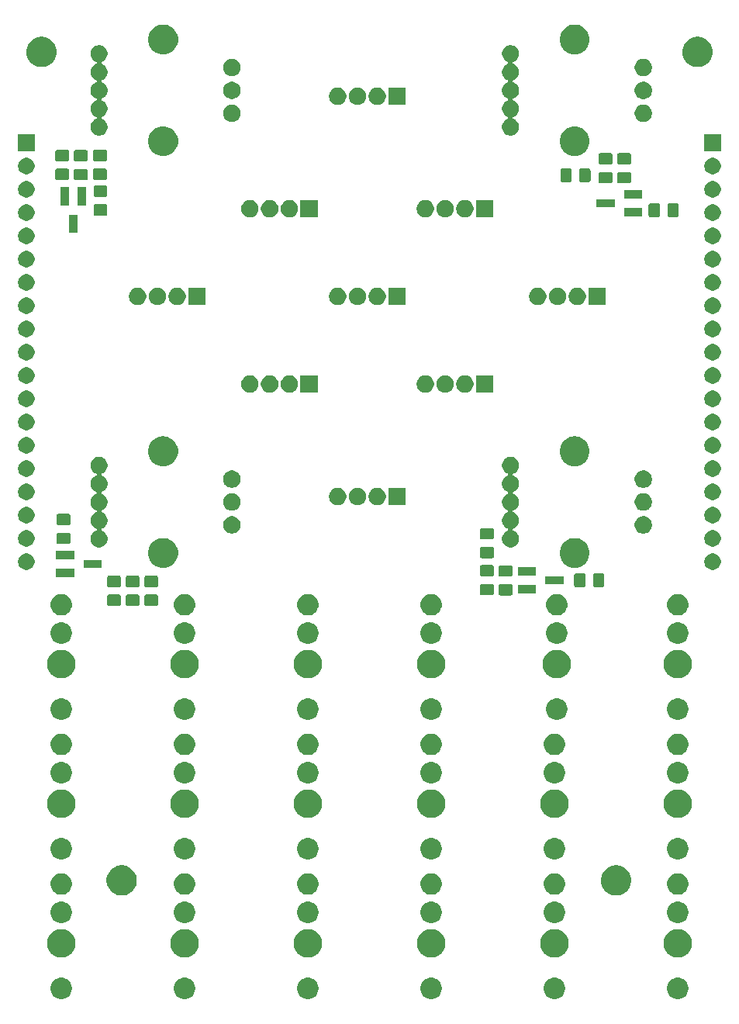
<source format=gbr>
G04 #@! TF.GenerationSoftware,KiCad,Pcbnew,(5.1.5-0)*
G04 #@! TF.CreationDate,2021-05-05T09:22:12-05:00*
G04 #@! TF.ProjectId,bells-venn,62656c6c-732d-4766-956e-6e2e6b696361,rev?*
G04 #@! TF.SameCoordinates,Original*
G04 #@! TF.FileFunction,Soldermask,Top*
G04 #@! TF.FilePolarity,Negative*
%FSLAX46Y46*%
G04 Gerber Fmt 4.6, Leading zero omitted, Abs format (unit mm)*
G04 Created by KiCad (PCBNEW (5.1.5-0)) date 2021-05-05 09:22:12*
%MOMM*%
%LPD*%
G04 APERTURE LIST*
%ADD10C,0.100000*%
G04 APERTURE END LIST*
D10*
G36*
X120669200Y-76603600D02*
G01*
X120696119Y-76773559D01*
X120774241Y-76926882D01*
X120895918Y-77048559D01*
X121219200Y-77153600D01*
X121269200Y-77153600D01*
X121423708Y-77129128D01*
X121563093Y-77058108D01*
X121673708Y-76947493D01*
X121769200Y-76653600D01*
X121769200Y-76603600D01*
X121742281Y-76433641D01*
X121664159Y-76280318D01*
X121542482Y-76158641D01*
X121219200Y-76053600D01*
X121049241Y-76080519D01*
X120895918Y-76158641D01*
X120774241Y-76280318D01*
X120669200Y-76603600D01*
G37*
G36*
X135169200Y-78069600D02*
G01*
X135196119Y-78239559D01*
X135274241Y-78392882D01*
X135395918Y-78514559D01*
X135719200Y-78619600D01*
X135769200Y-78619600D01*
X135923708Y-78595128D01*
X136063093Y-78524108D01*
X136173708Y-78413493D01*
X136269200Y-78119600D01*
X136269200Y-78069600D01*
X136242281Y-77899641D01*
X136164159Y-77746318D01*
X136042482Y-77624641D01*
X135719200Y-77519600D01*
X135549241Y-77546519D01*
X135395918Y-77624641D01*
X135274241Y-77746318D01*
X135169200Y-78069600D01*
G37*
G36*
X135169200Y-80619600D02*
G01*
X135196119Y-80789559D01*
X135274241Y-80942882D01*
X135395918Y-81064559D01*
X135719200Y-81169600D01*
X135769200Y-81169600D01*
X135769199Y-81169600D01*
X135923708Y-81145129D01*
X136063092Y-81074109D01*
X136173709Y-80963493D01*
X136244729Y-80824109D01*
X136269200Y-80669600D01*
X136269200Y-80619600D01*
X136242281Y-80449641D01*
X136164159Y-80296318D01*
X136042482Y-80174641D01*
X135719200Y-80069600D01*
X135549241Y-80096519D01*
X135395918Y-80174641D01*
X135274241Y-80296318D01*
X135169200Y-80619600D01*
G37*
G36*
X135169200Y-83119600D02*
G01*
X135196119Y-83289559D01*
X135274241Y-83442882D01*
X135395918Y-83564559D01*
X135719200Y-83669600D01*
X135769200Y-83669600D01*
X135923708Y-83645128D01*
X136063093Y-83574108D01*
X136173708Y-83463493D01*
X136269200Y-83169600D01*
X136269200Y-83119600D01*
X136242281Y-82949641D01*
X136164159Y-82796318D01*
X136042482Y-82674641D01*
X135719200Y-82569600D01*
X135549241Y-82596519D01*
X135395918Y-82674641D01*
X135274241Y-82796318D01*
X135169200Y-83119600D01*
G37*
G36*
X120669200Y-78635600D02*
G01*
X120696119Y-78805559D01*
X120774241Y-78958882D01*
X120895918Y-79080559D01*
X121219200Y-79185600D01*
X121269200Y-79185600D01*
X121423708Y-79161128D01*
X121563093Y-79090108D01*
X121673708Y-78979493D01*
X121769200Y-78685600D01*
X121769200Y-78635600D01*
X121742281Y-78465641D01*
X121664159Y-78312318D01*
X121542482Y-78190641D01*
X121219200Y-78085600D01*
X121049241Y-78112519D01*
X120895918Y-78190641D01*
X120774241Y-78312318D01*
X120669200Y-78635600D01*
G37*
G36*
X120669200Y-80635600D02*
G01*
X120669200Y-80635599D01*
X120696119Y-80805558D01*
X120774241Y-80958881D01*
X120895918Y-81080558D01*
X121219200Y-81185600D01*
X121269200Y-81185600D01*
X121269199Y-81185600D01*
X121423708Y-81161129D01*
X121563092Y-81090109D01*
X121673709Y-80979493D01*
X121744729Y-80840109D01*
X121769200Y-80685600D01*
X121769200Y-80635600D01*
X121742281Y-80465641D01*
X121664159Y-80312318D01*
X121542482Y-80190641D01*
X121219200Y-80085600D01*
X121049241Y-80112519D01*
X120895918Y-80190641D01*
X120774241Y-80312318D01*
X120669200Y-80635600D01*
G37*
G36*
X120669200Y-82635600D02*
G01*
X120696119Y-82805559D01*
X120774241Y-82958882D01*
X120895918Y-83080559D01*
X121219200Y-83185600D01*
X121269200Y-83185600D01*
X121423708Y-83161128D01*
X121563093Y-83090108D01*
X121673708Y-82979493D01*
X121769200Y-82685600D01*
X121769200Y-82635600D01*
X121742281Y-82465641D01*
X121664159Y-82312318D01*
X121542482Y-82190641D01*
X121219200Y-82085600D01*
X121049241Y-82112519D01*
X120895918Y-82190641D01*
X120774241Y-82312318D01*
X120669200Y-82635600D01*
G37*
G36*
X120669200Y-84635600D02*
G01*
X120696119Y-84805559D01*
X120774241Y-84958882D01*
X120895918Y-85080559D01*
X121219200Y-85185600D01*
X121269200Y-85185600D01*
X121423708Y-85161128D01*
X121563093Y-85090108D01*
X121673708Y-84979493D01*
X121769200Y-84685600D01*
X121769200Y-84635600D01*
X121742281Y-84465641D01*
X121664159Y-84312318D01*
X121542482Y-84190641D01*
X121219200Y-84085600D01*
X121049241Y-84112519D01*
X120895918Y-84190641D01*
X120774241Y-84312318D01*
X120669200Y-84635600D01*
G37*
G36*
X127219200Y-75069600D02*
G01*
X127244272Y-75292121D01*
X127318231Y-75503484D01*
X127437369Y-75693090D01*
X127595710Y-75851431D01*
X127785316Y-75970569D01*
X128219200Y-76069600D01*
X128441721Y-76044528D01*
X128653084Y-75970569D01*
X128842690Y-75851431D01*
X129001031Y-75693090D01*
X129120169Y-75503484D01*
X129219200Y-75069600D01*
X129194128Y-74847079D01*
X129120169Y-74635716D01*
X129001031Y-74446110D01*
X128842690Y-74287769D01*
X128653084Y-74168631D01*
X128219200Y-74069600D01*
X127996679Y-74094672D01*
X127785316Y-74168631D01*
X127595710Y-74287769D01*
X127437369Y-74446110D01*
X127318231Y-74635716D01*
X127219200Y-75069600D01*
G37*
G36*
X127219200Y-86169600D02*
G01*
X127244272Y-86392121D01*
X127318231Y-86603484D01*
X127437369Y-86793090D01*
X127595710Y-86951431D01*
X127785316Y-87070569D01*
X128219200Y-87169600D01*
X128441721Y-87144528D01*
X128653084Y-87070569D01*
X128842690Y-86951431D01*
X129001031Y-86793090D01*
X129120169Y-86603484D01*
X129219200Y-86169600D01*
X129194128Y-85947079D01*
X129120169Y-85735716D01*
X129001031Y-85546110D01*
X128842690Y-85387769D01*
X128653084Y-85268631D01*
X128219200Y-85169600D01*
X127996679Y-85194672D01*
X127785316Y-85268631D01*
X127595710Y-85387769D01*
X127437369Y-85546110D01*
X127318231Y-85735716D01*
X127219200Y-86169600D01*
G37*
G36*
X172151800Y-86169600D02*
G01*
X172176872Y-86392121D01*
X172250831Y-86603484D01*
X172369969Y-86793090D01*
X172528310Y-86951431D01*
X172717916Y-87070569D01*
X173151800Y-87169600D01*
X173374321Y-87144528D01*
X173585684Y-87070569D01*
X173775290Y-86951431D01*
X173933631Y-86793090D01*
X174052769Y-86603484D01*
X174151800Y-86169600D01*
X174126728Y-85947079D01*
X174052769Y-85735716D01*
X173933631Y-85546110D01*
X173775290Y-85387769D01*
X173585684Y-85268631D01*
X173151800Y-85169600D01*
X172929279Y-85194672D01*
X172717916Y-85268631D01*
X172528310Y-85387769D01*
X172369969Y-85546110D01*
X172250831Y-85735716D01*
X172151800Y-86169600D01*
G37*
G36*
X172151800Y-75069600D02*
G01*
X172176872Y-75292121D01*
X172250831Y-75503484D01*
X172369969Y-75693090D01*
X172528310Y-75851431D01*
X172717916Y-75970569D01*
X173151800Y-76069600D01*
X173374321Y-76044528D01*
X173585684Y-75970569D01*
X173775290Y-75851431D01*
X173933631Y-75693090D01*
X174052769Y-75503484D01*
X174151800Y-75069600D01*
X174126728Y-74847079D01*
X174052769Y-74635716D01*
X173933631Y-74446110D01*
X173775290Y-74287769D01*
X173585684Y-74168631D01*
X173151800Y-74069600D01*
X172929279Y-74094672D01*
X172717916Y-74168631D01*
X172528310Y-74287769D01*
X172369969Y-74446110D01*
X172250831Y-74635716D01*
X172151800Y-75069600D01*
G37*
G36*
X165601800Y-84635600D02*
G01*
X165628719Y-84805559D01*
X165706841Y-84958882D01*
X165828518Y-85080559D01*
X166151800Y-85185600D01*
X166201800Y-85185600D01*
X166356308Y-85161128D01*
X166495693Y-85090108D01*
X166606308Y-84979493D01*
X166701800Y-84685600D01*
X166701800Y-84635600D01*
X166674881Y-84465641D01*
X166596759Y-84312318D01*
X166475082Y-84190641D01*
X166151800Y-84085600D01*
X165981841Y-84112519D01*
X165828518Y-84190641D01*
X165706841Y-84312318D01*
X165601800Y-84635600D01*
G37*
G36*
X165601800Y-82635600D02*
G01*
X165628719Y-82805559D01*
X165706841Y-82958882D01*
X165828518Y-83080559D01*
X166151800Y-83185600D01*
X166201800Y-83185600D01*
X166356308Y-83161128D01*
X166495693Y-83090108D01*
X166606308Y-82979493D01*
X166701800Y-82685600D01*
X166701800Y-82635600D01*
X166674881Y-82465641D01*
X166596759Y-82312318D01*
X166475082Y-82190641D01*
X166151800Y-82085600D01*
X165981841Y-82112519D01*
X165828518Y-82190641D01*
X165706841Y-82312318D01*
X165601800Y-82635600D01*
G37*
G36*
X165601800Y-80635600D02*
G01*
X165601800Y-80635599D01*
X165628719Y-80805558D01*
X165706841Y-80958881D01*
X165828518Y-81080558D01*
X166151800Y-81185600D01*
X166201800Y-81185600D01*
X166201799Y-81185600D01*
X166356308Y-81161129D01*
X166495692Y-81090109D01*
X166606309Y-80979493D01*
X166677329Y-80840109D01*
X166701800Y-80685600D01*
X166701800Y-80635600D01*
X166674881Y-80465641D01*
X166596759Y-80312318D01*
X166475082Y-80190641D01*
X166151800Y-80085600D01*
X165981841Y-80112519D01*
X165828518Y-80190641D01*
X165706841Y-80312318D01*
X165601800Y-80635600D01*
G37*
G36*
X165601800Y-78635600D02*
G01*
X165628719Y-78805559D01*
X165706841Y-78958882D01*
X165828518Y-79080559D01*
X166151800Y-79185600D01*
X166201800Y-79185600D01*
X166356308Y-79161128D01*
X166495693Y-79090108D01*
X166606308Y-78979493D01*
X166701800Y-78685600D01*
X166701800Y-78635600D01*
X166674881Y-78465641D01*
X166596759Y-78312318D01*
X166475082Y-78190641D01*
X166151800Y-78085600D01*
X165981841Y-78112519D01*
X165828518Y-78190641D01*
X165706841Y-78312318D01*
X165601800Y-78635600D01*
G37*
G36*
X180101800Y-83119600D02*
G01*
X180128719Y-83289559D01*
X180206841Y-83442882D01*
X180328518Y-83564559D01*
X180651800Y-83669600D01*
X180701800Y-83669600D01*
X180856308Y-83645128D01*
X180995693Y-83574108D01*
X181106308Y-83463493D01*
X181201800Y-83169600D01*
X181201800Y-83119600D01*
X181174881Y-82949641D01*
X181096759Y-82796318D01*
X180975082Y-82674641D01*
X180651800Y-82569600D01*
X180481841Y-82596519D01*
X180328518Y-82674641D01*
X180206841Y-82796318D01*
X180101800Y-83119600D01*
G37*
G36*
X180101800Y-80619600D02*
G01*
X180128719Y-80789559D01*
X180206841Y-80942882D01*
X180328518Y-81064559D01*
X180651800Y-81169600D01*
X180701800Y-81169600D01*
X180701799Y-81169600D01*
X180856308Y-81145129D01*
X180995692Y-81074109D01*
X181106309Y-80963493D01*
X181177329Y-80824109D01*
X181201800Y-80669600D01*
X181201800Y-80619600D01*
X181174881Y-80449641D01*
X181096759Y-80296318D01*
X180975082Y-80174641D01*
X180651800Y-80069600D01*
X180481841Y-80096519D01*
X180328518Y-80174641D01*
X180206841Y-80296318D01*
X180101800Y-80619600D01*
G37*
G36*
X180101800Y-78069600D02*
G01*
X180128719Y-78239559D01*
X180206841Y-78392882D01*
X180328518Y-78514559D01*
X180651800Y-78619600D01*
X180701800Y-78619600D01*
X180856308Y-78595128D01*
X180995693Y-78524108D01*
X181106308Y-78413493D01*
X181201800Y-78119600D01*
X181201800Y-78069600D01*
X181174881Y-77899641D01*
X181096759Y-77746318D01*
X180975082Y-77624641D01*
X180651800Y-77519600D01*
X180481841Y-77546519D01*
X180328518Y-77624641D01*
X180206841Y-77746318D01*
X180101800Y-78069600D01*
G37*
G36*
X165601800Y-76603600D02*
G01*
X165628719Y-76773559D01*
X165706841Y-76926882D01*
X165828518Y-77048559D01*
X166151800Y-77153600D01*
X166201800Y-77153600D01*
X166356308Y-77129128D01*
X166495693Y-77058108D01*
X166606308Y-76947493D01*
X166701800Y-76653600D01*
X166701800Y-76603600D01*
X166674881Y-76433641D01*
X166596759Y-76280318D01*
X166475082Y-76158641D01*
X166151800Y-76053600D01*
X165981841Y-76080519D01*
X165828518Y-76158641D01*
X165706841Y-76280318D01*
X165601800Y-76603600D01*
G37*
G36*
X127219200Y-41237000D02*
G01*
X127244272Y-41459521D01*
X127318231Y-41670884D01*
X127437369Y-41860490D01*
X127595710Y-42018831D01*
X127785316Y-42137969D01*
X128219200Y-42237000D01*
X128441721Y-42211928D01*
X128653084Y-42137969D01*
X128842690Y-42018831D01*
X129001031Y-41860490D01*
X129120169Y-41670884D01*
X129219200Y-41237000D01*
X129194128Y-41014479D01*
X129120169Y-40803116D01*
X129001031Y-40613510D01*
X128842690Y-40455169D01*
X128653084Y-40336031D01*
X128219200Y-40237000D01*
X127996679Y-40262072D01*
X127785316Y-40336031D01*
X127595710Y-40455169D01*
X127437369Y-40613510D01*
X127318231Y-40803116D01*
X127219200Y-41237000D01*
G37*
G36*
X127219200Y-30137000D02*
G01*
X127244272Y-30359521D01*
X127318231Y-30570884D01*
X127437369Y-30760490D01*
X127595710Y-30918831D01*
X127785316Y-31037969D01*
X128219200Y-31137000D01*
X128441721Y-31111928D01*
X128653084Y-31037969D01*
X128842690Y-30918831D01*
X129001031Y-30760490D01*
X129120169Y-30570884D01*
X129219200Y-30137000D01*
X129194128Y-29914479D01*
X129120169Y-29703116D01*
X129001031Y-29513510D01*
X128842690Y-29355169D01*
X128653084Y-29236031D01*
X128219200Y-29137000D01*
X127996679Y-29162072D01*
X127785316Y-29236031D01*
X127595710Y-29355169D01*
X127437369Y-29513510D01*
X127318231Y-29703116D01*
X127219200Y-30137000D01*
G37*
G36*
X120669200Y-39703000D02*
G01*
X120696119Y-39872959D01*
X120774241Y-40026282D01*
X120895918Y-40147959D01*
X121219200Y-40253000D01*
X121269200Y-40253000D01*
X121423708Y-40228528D01*
X121563093Y-40157508D01*
X121673708Y-40046893D01*
X121769200Y-39753000D01*
X121769200Y-39703000D01*
X121742281Y-39533041D01*
X121664159Y-39379718D01*
X121542482Y-39258041D01*
X121219200Y-39153000D01*
X121049241Y-39179919D01*
X120895918Y-39258041D01*
X120774241Y-39379718D01*
X120669200Y-39703000D01*
G37*
G36*
X120669200Y-37703000D02*
G01*
X120696119Y-37872959D01*
X120774241Y-38026282D01*
X120895918Y-38147959D01*
X121219200Y-38253000D01*
X121269200Y-38253000D01*
X121423708Y-38228528D01*
X121563093Y-38157508D01*
X121673708Y-38046893D01*
X121769200Y-37753000D01*
X121769200Y-37703000D01*
X121742281Y-37533041D01*
X121664159Y-37379718D01*
X121542482Y-37258041D01*
X121219200Y-37153000D01*
X121049241Y-37179919D01*
X120895918Y-37258041D01*
X120774241Y-37379718D01*
X120669200Y-37703000D01*
G37*
G36*
X120669200Y-35703000D02*
G01*
X120669200Y-35702999D01*
X120696119Y-35872958D01*
X120774241Y-36026281D01*
X120895918Y-36147958D01*
X121219200Y-36253000D01*
X121269200Y-36253000D01*
X121269199Y-36253000D01*
X121423708Y-36228529D01*
X121563092Y-36157509D01*
X121673709Y-36046893D01*
X121744729Y-35907509D01*
X121769200Y-35753000D01*
X121769200Y-35703000D01*
X121742281Y-35533041D01*
X121664159Y-35379718D01*
X121542482Y-35258041D01*
X121219200Y-35153000D01*
X121049241Y-35179919D01*
X120895918Y-35258041D01*
X120774241Y-35379718D01*
X120669200Y-35703000D01*
G37*
G36*
X120669200Y-33703000D02*
G01*
X120696119Y-33872959D01*
X120774241Y-34026282D01*
X120895918Y-34147959D01*
X121219200Y-34253000D01*
X121269200Y-34253000D01*
X121423708Y-34228528D01*
X121563093Y-34157508D01*
X121673708Y-34046893D01*
X121769200Y-33753000D01*
X121769200Y-33703000D01*
X121742281Y-33533041D01*
X121664159Y-33379718D01*
X121542482Y-33258041D01*
X121219200Y-33153000D01*
X121049241Y-33179919D01*
X120895918Y-33258041D01*
X120774241Y-33379718D01*
X120669200Y-33703000D01*
G37*
G36*
X135169200Y-38187000D02*
G01*
X135196119Y-38356959D01*
X135274241Y-38510282D01*
X135395918Y-38631959D01*
X135719200Y-38737000D01*
X135769200Y-38737000D01*
X135923708Y-38712528D01*
X136063093Y-38641508D01*
X136173708Y-38530893D01*
X136269200Y-38237000D01*
X136269200Y-38187000D01*
X136242281Y-38017041D01*
X136164159Y-37863718D01*
X136042482Y-37742041D01*
X135719200Y-37637000D01*
X135549241Y-37663919D01*
X135395918Y-37742041D01*
X135274241Y-37863718D01*
X135169200Y-38187000D01*
G37*
G36*
X135169200Y-35687000D02*
G01*
X135196119Y-35856959D01*
X135274241Y-36010282D01*
X135395918Y-36131959D01*
X135719200Y-36237000D01*
X135769200Y-36237000D01*
X135769199Y-36237000D01*
X135923708Y-36212529D01*
X136063092Y-36141509D01*
X136173709Y-36030893D01*
X136244729Y-35891509D01*
X136269200Y-35737000D01*
X136269200Y-35687000D01*
X136242281Y-35517041D01*
X136164159Y-35363718D01*
X136042482Y-35242041D01*
X135719200Y-35137000D01*
X135549241Y-35163919D01*
X135395918Y-35242041D01*
X135274241Y-35363718D01*
X135169200Y-35687000D01*
G37*
G36*
X135169200Y-33137000D02*
G01*
X135196119Y-33306959D01*
X135274241Y-33460282D01*
X135395918Y-33581959D01*
X135719200Y-33687000D01*
X135769200Y-33687000D01*
X135923708Y-33662528D01*
X136063093Y-33591508D01*
X136173708Y-33480893D01*
X136269200Y-33187000D01*
X136269200Y-33137000D01*
X136242281Y-32967041D01*
X136164159Y-32813718D01*
X136042482Y-32692041D01*
X135719200Y-32587000D01*
X135549241Y-32613919D01*
X135395918Y-32692041D01*
X135274241Y-32813718D01*
X135169200Y-33137000D01*
G37*
G36*
X120669200Y-31671000D02*
G01*
X120696119Y-31840959D01*
X120774241Y-31994282D01*
X120895918Y-32115959D01*
X121219200Y-32221000D01*
X121269200Y-32221000D01*
X121423708Y-32196528D01*
X121563093Y-32125508D01*
X121673708Y-32014893D01*
X121769200Y-31721000D01*
X121769200Y-31671000D01*
X121742281Y-31501041D01*
X121664159Y-31347718D01*
X121542482Y-31226041D01*
X121219200Y-31121000D01*
X121049241Y-31147919D01*
X120895918Y-31226041D01*
X120774241Y-31347718D01*
X120669200Y-31671000D01*
G37*
G36*
X165601800Y-31671000D02*
G01*
X165628719Y-31840959D01*
X165706841Y-31994282D01*
X165828518Y-32115959D01*
X166151800Y-32221000D01*
X166201800Y-32221000D01*
X166356308Y-32196528D01*
X166495693Y-32125508D01*
X166606308Y-32014893D01*
X166701800Y-31721000D01*
X166701800Y-31671000D01*
X166674881Y-31501041D01*
X166596759Y-31347718D01*
X166475082Y-31226041D01*
X166151800Y-31121000D01*
X165981841Y-31147919D01*
X165828518Y-31226041D01*
X165706841Y-31347718D01*
X165601800Y-31671000D01*
G37*
G36*
X180101800Y-33137000D02*
G01*
X180128719Y-33306959D01*
X180206841Y-33460282D01*
X180328518Y-33581959D01*
X180651800Y-33687000D01*
X180701800Y-33687000D01*
X180856308Y-33662528D01*
X180995693Y-33591508D01*
X181106308Y-33480893D01*
X181201800Y-33187000D01*
X181201800Y-33137000D01*
X181174881Y-32967041D01*
X181096759Y-32813718D01*
X180975082Y-32692041D01*
X180651800Y-32587000D01*
X180481841Y-32613919D01*
X180328518Y-32692041D01*
X180206841Y-32813718D01*
X180101800Y-33137000D01*
G37*
G36*
X180101800Y-35687000D02*
G01*
X180128719Y-35856959D01*
X180206841Y-36010282D01*
X180328518Y-36131959D01*
X180651800Y-36237000D01*
X180701800Y-36237000D01*
X180701799Y-36237000D01*
X180856308Y-36212529D01*
X180995692Y-36141509D01*
X181106309Y-36030893D01*
X181177329Y-35891509D01*
X181201800Y-35737000D01*
X181201800Y-35687000D01*
X181174881Y-35517041D01*
X181096759Y-35363718D01*
X180975082Y-35242041D01*
X180651800Y-35137000D01*
X180481841Y-35163919D01*
X180328518Y-35242041D01*
X180206841Y-35363718D01*
X180101800Y-35687000D01*
G37*
G36*
X180101800Y-38187000D02*
G01*
X180128719Y-38356959D01*
X180206841Y-38510282D01*
X180328518Y-38631959D01*
X180651800Y-38737000D01*
X180701800Y-38737000D01*
X180856308Y-38712528D01*
X180995693Y-38641508D01*
X181106308Y-38530893D01*
X181201800Y-38237000D01*
X181201800Y-38187000D01*
X181174881Y-38017041D01*
X181096759Y-37863718D01*
X180975082Y-37742041D01*
X180651800Y-37637000D01*
X180481841Y-37663919D01*
X180328518Y-37742041D01*
X180206841Y-37863718D01*
X180101800Y-38187000D01*
G37*
G36*
X165601800Y-33703000D02*
G01*
X165628719Y-33872959D01*
X165706841Y-34026282D01*
X165828518Y-34147959D01*
X166151800Y-34253000D01*
X166201800Y-34253000D01*
X166356308Y-34228528D01*
X166495693Y-34157508D01*
X166606308Y-34046893D01*
X166701800Y-33753000D01*
X166701800Y-33703000D01*
X166674881Y-33533041D01*
X166596759Y-33379718D01*
X166475082Y-33258041D01*
X166151800Y-33153000D01*
X165981841Y-33179919D01*
X165828518Y-33258041D01*
X165706841Y-33379718D01*
X165601800Y-33703000D01*
G37*
G36*
X165601800Y-35703000D02*
G01*
X165601800Y-35702999D01*
X165628719Y-35872958D01*
X165706841Y-36026281D01*
X165828518Y-36147958D01*
X166151800Y-36253000D01*
X166201800Y-36253000D01*
X166201799Y-36253000D01*
X166356308Y-36228529D01*
X166495692Y-36157509D01*
X166606309Y-36046893D01*
X166677329Y-35907509D01*
X166701800Y-35753000D01*
X166701800Y-35703000D01*
X166674881Y-35533041D01*
X166596759Y-35379718D01*
X166475082Y-35258041D01*
X166151800Y-35153000D01*
X165981841Y-35179919D01*
X165828518Y-35258041D01*
X165706841Y-35379718D01*
X165601800Y-35703000D01*
G37*
G36*
X165601800Y-37703000D02*
G01*
X165628719Y-37872959D01*
X165706841Y-38026282D01*
X165828518Y-38147959D01*
X166151800Y-38253000D01*
X166201800Y-38253000D01*
X166356308Y-38228528D01*
X166495693Y-38157508D01*
X166606308Y-38046893D01*
X166701800Y-37753000D01*
X166701800Y-37703000D01*
X166674881Y-37533041D01*
X166596759Y-37379718D01*
X166475082Y-37258041D01*
X166151800Y-37153000D01*
X165981841Y-37179919D01*
X165828518Y-37258041D01*
X165706841Y-37379718D01*
X165601800Y-37703000D01*
G37*
G36*
X165601800Y-39703000D02*
G01*
X165628719Y-39872959D01*
X165706841Y-40026282D01*
X165828518Y-40147959D01*
X166151800Y-40253000D01*
X166201800Y-40253000D01*
X166356308Y-40228528D01*
X166495693Y-40157508D01*
X166606308Y-40046893D01*
X166701800Y-39753000D01*
X166701800Y-39703000D01*
X166674881Y-39533041D01*
X166596759Y-39379718D01*
X166475082Y-39258041D01*
X166151800Y-39153000D01*
X165981841Y-39179919D01*
X165828518Y-39258041D01*
X165706841Y-39379718D01*
X165601800Y-39703000D01*
G37*
G36*
X172151800Y-30137000D02*
G01*
X172176872Y-30359521D01*
X172250831Y-30570884D01*
X172369969Y-30760490D01*
X172528310Y-30918831D01*
X172717916Y-31037969D01*
X173151800Y-31137000D01*
X173374321Y-31111928D01*
X173585684Y-31037969D01*
X173775290Y-30918831D01*
X173933631Y-30760490D01*
X174052769Y-30570884D01*
X174151800Y-30137000D01*
X174126728Y-29914479D01*
X174052769Y-29703116D01*
X173933631Y-29513510D01*
X173775290Y-29355169D01*
X173585684Y-29236031D01*
X173151800Y-29137000D01*
X172929279Y-29162072D01*
X172717916Y-29236031D01*
X172528310Y-29355169D01*
X172369969Y-29513510D01*
X172250831Y-29703116D01*
X172151800Y-30137000D01*
G37*
G36*
X172151800Y-41237000D02*
G01*
X172176872Y-41459521D01*
X172250831Y-41670884D01*
X172369969Y-41860490D01*
X172528310Y-42018831D01*
X172717916Y-42137969D01*
X173151800Y-42237000D01*
X173374321Y-42211928D01*
X173585684Y-42137969D01*
X173775290Y-42018831D01*
X173933631Y-41860490D01*
X174052769Y-41670884D01*
X174151800Y-41237000D01*
X174126728Y-41014479D01*
X174052769Y-40803116D01*
X173933631Y-40613510D01*
X173775290Y-40455169D01*
X173585684Y-40336031D01*
X173151800Y-40237000D01*
X172929279Y-40262072D01*
X172717916Y-40336031D01*
X172528310Y-40455169D01*
X172369969Y-40613510D01*
X172250831Y-40803116D01*
X172151800Y-41237000D01*
G37*
G36*
X184595560Y-132537064D02*
G01*
X184747027Y-132567193D01*
X184961045Y-132655842D01*
X184961046Y-132655843D01*
X185153654Y-132784539D01*
X185317461Y-132948346D01*
X185403258Y-133076751D01*
X185446158Y-133140955D01*
X185534807Y-133354973D01*
X185580000Y-133582174D01*
X185580000Y-133813826D01*
X185534807Y-134041027D01*
X185446158Y-134255045D01*
X185446157Y-134255046D01*
X185317461Y-134447654D01*
X185153654Y-134611461D01*
X185025249Y-134697258D01*
X184961045Y-134740158D01*
X184747027Y-134828807D01*
X184595560Y-134858936D01*
X184519827Y-134874000D01*
X184288173Y-134874000D01*
X184212440Y-134858936D01*
X184060973Y-134828807D01*
X183846955Y-134740158D01*
X183782751Y-134697258D01*
X183654346Y-134611461D01*
X183490539Y-134447654D01*
X183361843Y-134255046D01*
X183361842Y-134255045D01*
X183273193Y-134041027D01*
X183228000Y-133813826D01*
X183228000Y-133582174D01*
X183273193Y-133354973D01*
X183361842Y-133140955D01*
X183404742Y-133076751D01*
X183490539Y-132948346D01*
X183654346Y-132784539D01*
X183846954Y-132655843D01*
X183846955Y-132655842D01*
X184060973Y-132567193D01*
X184212440Y-132537064D01*
X184288173Y-132522000D01*
X184519827Y-132522000D01*
X184595560Y-132537064D01*
G37*
G36*
X171133560Y-132537064D02*
G01*
X171285027Y-132567193D01*
X171499045Y-132655842D01*
X171499046Y-132655843D01*
X171691654Y-132784539D01*
X171855461Y-132948346D01*
X171941258Y-133076751D01*
X171984158Y-133140955D01*
X172072807Y-133354973D01*
X172118000Y-133582174D01*
X172118000Y-133813826D01*
X172072807Y-134041027D01*
X171984158Y-134255045D01*
X171984157Y-134255046D01*
X171855461Y-134447654D01*
X171691654Y-134611461D01*
X171563249Y-134697258D01*
X171499045Y-134740158D01*
X171285027Y-134828807D01*
X171133560Y-134858936D01*
X171057827Y-134874000D01*
X170826173Y-134874000D01*
X170750440Y-134858936D01*
X170598973Y-134828807D01*
X170384955Y-134740158D01*
X170320751Y-134697258D01*
X170192346Y-134611461D01*
X170028539Y-134447654D01*
X169899843Y-134255046D01*
X169899842Y-134255045D01*
X169811193Y-134041027D01*
X169766000Y-133813826D01*
X169766000Y-133582174D01*
X169811193Y-133354973D01*
X169899842Y-133140955D01*
X169942742Y-133076751D01*
X170028539Y-132948346D01*
X170192346Y-132784539D01*
X170384954Y-132655843D01*
X170384955Y-132655842D01*
X170598973Y-132567193D01*
X170750440Y-132537064D01*
X170826173Y-132522000D01*
X171057827Y-132522000D01*
X171133560Y-132537064D01*
G37*
G36*
X157671560Y-132537064D02*
G01*
X157823027Y-132567193D01*
X158037045Y-132655842D01*
X158037046Y-132655843D01*
X158229654Y-132784539D01*
X158393461Y-132948346D01*
X158479258Y-133076751D01*
X158522158Y-133140955D01*
X158610807Y-133354973D01*
X158656000Y-133582174D01*
X158656000Y-133813826D01*
X158610807Y-134041027D01*
X158522158Y-134255045D01*
X158522157Y-134255046D01*
X158393461Y-134447654D01*
X158229654Y-134611461D01*
X158101249Y-134697258D01*
X158037045Y-134740158D01*
X157823027Y-134828807D01*
X157671560Y-134858936D01*
X157595827Y-134874000D01*
X157364173Y-134874000D01*
X157288440Y-134858936D01*
X157136973Y-134828807D01*
X156922955Y-134740158D01*
X156858751Y-134697258D01*
X156730346Y-134611461D01*
X156566539Y-134447654D01*
X156437843Y-134255046D01*
X156437842Y-134255045D01*
X156349193Y-134041027D01*
X156304000Y-133813826D01*
X156304000Y-133582174D01*
X156349193Y-133354973D01*
X156437842Y-133140955D01*
X156480742Y-133076751D01*
X156566539Y-132948346D01*
X156730346Y-132784539D01*
X156922954Y-132655843D01*
X156922955Y-132655842D01*
X157136973Y-132567193D01*
X157288440Y-132537064D01*
X157364173Y-132522000D01*
X157595827Y-132522000D01*
X157671560Y-132537064D01*
G37*
G36*
X144209560Y-132537064D02*
G01*
X144361027Y-132567193D01*
X144575045Y-132655842D01*
X144575046Y-132655843D01*
X144767654Y-132784539D01*
X144931461Y-132948346D01*
X145017258Y-133076751D01*
X145060158Y-133140955D01*
X145148807Y-133354973D01*
X145194000Y-133582174D01*
X145194000Y-133813826D01*
X145148807Y-134041027D01*
X145060158Y-134255045D01*
X145060157Y-134255046D01*
X144931461Y-134447654D01*
X144767654Y-134611461D01*
X144639249Y-134697258D01*
X144575045Y-134740158D01*
X144361027Y-134828807D01*
X144209560Y-134858936D01*
X144133827Y-134874000D01*
X143902173Y-134874000D01*
X143826440Y-134858936D01*
X143674973Y-134828807D01*
X143460955Y-134740158D01*
X143396751Y-134697258D01*
X143268346Y-134611461D01*
X143104539Y-134447654D01*
X142975843Y-134255046D01*
X142975842Y-134255045D01*
X142887193Y-134041027D01*
X142842000Y-133813826D01*
X142842000Y-133582174D01*
X142887193Y-133354973D01*
X142975842Y-133140955D01*
X143018742Y-133076751D01*
X143104539Y-132948346D01*
X143268346Y-132784539D01*
X143460954Y-132655843D01*
X143460955Y-132655842D01*
X143674973Y-132567193D01*
X143826440Y-132537064D01*
X143902173Y-132522000D01*
X144133827Y-132522000D01*
X144209560Y-132537064D01*
G37*
G36*
X130747560Y-132537064D02*
G01*
X130899027Y-132567193D01*
X131113045Y-132655842D01*
X131113046Y-132655843D01*
X131305654Y-132784539D01*
X131469461Y-132948346D01*
X131555258Y-133076751D01*
X131598158Y-133140955D01*
X131686807Y-133354973D01*
X131732000Y-133582174D01*
X131732000Y-133813826D01*
X131686807Y-134041027D01*
X131598158Y-134255045D01*
X131598157Y-134255046D01*
X131469461Y-134447654D01*
X131305654Y-134611461D01*
X131177249Y-134697258D01*
X131113045Y-134740158D01*
X130899027Y-134828807D01*
X130747560Y-134858936D01*
X130671827Y-134874000D01*
X130440173Y-134874000D01*
X130364440Y-134858936D01*
X130212973Y-134828807D01*
X129998955Y-134740158D01*
X129934751Y-134697258D01*
X129806346Y-134611461D01*
X129642539Y-134447654D01*
X129513843Y-134255046D01*
X129513842Y-134255045D01*
X129425193Y-134041027D01*
X129380000Y-133813826D01*
X129380000Y-133582174D01*
X129425193Y-133354973D01*
X129513842Y-133140955D01*
X129556742Y-133076751D01*
X129642539Y-132948346D01*
X129806346Y-132784539D01*
X129998954Y-132655843D01*
X129998955Y-132655842D01*
X130212973Y-132567193D01*
X130364440Y-132537064D01*
X130440173Y-132522000D01*
X130671827Y-132522000D01*
X130747560Y-132537064D01*
G37*
G36*
X117285560Y-132537064D02*
G01*
X117437027Y-132567193D01*
X117651045Y-132655842D01*
X117651046Y-132655843D01*
X117843654Y-132784539D01*
X118007461Y-132948346D01*
X118093258Y-133076751D01*
X118136158Y-133140955D01*
X118224807Y-133354973D01*
X118270000Y-133582174D01*
X118270000Y-133813826D01*
X118224807Y-134041027D01*
X118136158Y-134255045D01*
X118136157Y-134255046D01*
X118007461Y-134447654D01*
X117843654Y-134611461D01*
X117715249Y-134697258D01*
X117651045Y-134740158D01*
X117437027Y-134828807D01*
X117285560Y-134858936D01*
X117209827Y-134874000D01*
X116978173Y-134874000D01*
X116902440Y-134858936D01*
X116750973Y-134828807D01*
X116536955Y-134740158D01*
X116472751Y-134697258D01*
X116344346Y-134611461D01*
X116180539Y-134447654D01*
X116051843Y-134255046D01*
X116051842Y-134255045D01*
X115963193Y-134041027D01*
X115918000Y-133813826D01*
X115918000Y-133582174D01*
X115963193Y-133354973D01*
X116051842Y-133140955D01*
X116094742Y-133076751D01*
X116180539Y-132948346D01*
X116344346Y-132784539D01*
X116536954Y-132655843D01*
X116536955Y-132655842D01*
X116750973Y-132567193D01*
X116902440Y-132537064D01*
X116978173Y-132522000D01*
X117209827Y-132522000D01*
X117285560Y-132537064D01*
G37*
G36*
X117396585Y-127256802D02*
G01*
X117546410Y-127286604D01*
X117828674Y-127403521D01*
X118082705Y-127573259D01*
X118298741Y-127789295D01*
X118468479Y-128043326D01*
X118585396Y-128325590D01*
X118645000Y-128625240D01*
X118645000Y-128930760D01*
X118585396Y-129230410D01*
X118468479Y-129512674D01*
X118298741Y-129766705D01*
X118082705Y-129982741D01*
X117828674Y-130152479D01*
X117546410Y-130269396D01*
X117396585Y-130299198D01*
X117246761Y-130329000D01*
X116941239Y-130329000D01*
X116791415Y-130299198D01*
X116641590Y-130269396D01*
X116359326Y-130152479D01*
X116105295Y-129982741D01*
X115889259Y-129766705D01*
X115719521Y-129512674D01*
X115602604Y-129230410D01*
X115543000Y-128930760D01*
X115543000Y-128625240D01*
X115602604Y-128325590D01*
X115719521Y-128043326D01*
X115889259Y-127789295D01*
X116105295Y-127573259D01*
X116359326Y-127403521D01*
X116641590Y-127286604D01*
X116791415Y-127256802D01*
X116941239Y-127227000D01*
X117246761Y-127227000D01*
X117396585Y-127256802D01*
G37*
G36*
X184706585Y-127256802D02*
G01*
X184856410Y-127286604D01*
X185138674Y-127403521D01*
X185392705Y-127573259D01*
X185608741Y-127789295D01*
X185778479Y-128043326D01*
X185895396Y-128325590D01*
X185955000Y-128625240D01*
X185955000Y-128930760D01*
X185895396Y-129230410D01*
X185778479Y-129512674D01*
X185608741Y-129766705D01*
X185392705Y-129982741D01*
X185138674Y-130152479D01*
X184856410Y-130269396D01*
X184706585Y-130299198D01*
X184556761Y-130329000D01*
X184251239Y-130329000D01*
X184101415Y-130299198D01*
X183951590Y-130269396D01*
X183669326Y-130152479D01*
X183415295Y-129982741D01*
X183199259Y-129766705D01*
X183029521Y-129512674D01*
X182912604Y-129230410D01*
X182853000Y-128930760D01*
X182853000Y-128625240D01*
X182912604Y-128325590D01*
X183029521Y-128043326D01*
X183199259Y-127789295D01*
X183415295Y-127573259D01*
X183669326Y-127403521D01*
X183951590Y-127286604D01*
X184101415Y-127256802D01*
X184251239Y-127227000D01*
X184556761Y-127227000D01*
X184706585Y-127256802D01*
G37*
G36*
X171244585Y-127256802D02*
G01*
X171394410Y-127286604D01*
X171676674Y-127403521D01*
X171930705Y-127573259D01*
X172146741Y-127789295D01*
X172316479Y-128043326D01*
X172433396Y-128325590D01*
X172493000Y-128625240D01*
X172493000Y-128930760D01*
X172433396Y-129230410D01*
X172316479Y-129512674D01*
X172146741Y-129766705D01*
X171930705Y-129982741D01*
X171676674Y-130152479D01*
X171394410Y-130269396D01*
X171244585Y-130299198D01*
X171094761Y-130329000D01*
X170789239Y-130329000D01*
X170639415Y-130299198D01*
X170489590Y-130269396D01*
X170207326Y-130152479D01*
X169953295Y-129982741D01*
X169737259Y-129766705D01*
X169567521Y-129512674D01*
X169450604Y-129230410D01*
X169391000Y-128930760D01*
X169391000Y-128625240D01*
X169450604Y-128325590D01*
X169567521Y-128043326D01*
X169737259Y-127789295D01*
X169953295Y-127573259D01*
X170207326Y-127403521D01*
X170489590Y-127286604D01*
X170639415Y-127256802D01*
X170789239Y-127227000D01*
X171094761Y-127227000D01*
X171244585Y-127256802D01*
G37*
G36*
X157782585Y-127256802D02*
G01*
X157932410Y-127286604D01*
X158214674Y-127403521D01*
X158468705Y-127573259D01*
X158684741Y-127789295D01*
X158854479Y-128043326D01*
X158971396Y-128325590D01*
X159031000Y-128625240D01*
X159031000Y-128930760D01*
X158971396Y-129230410D01*
X158854479Y-129512674D01*
X158684741Y-129766705D01*
X158468705Y-129982741D01*
X158214674Y-130152479D01*
X157932410Y-130269396D01*
X157782585Y-130299198D01*
X157632761Y-130329000D01*
X157327239Y-130329000D01*
X157177415Y-130299198D01*
X157027590Y-130269396D01*
X156745326Y-130152479D01*
X156491295Y-129982741D01*
X156275259Y-129766705D01*
X156105521Y-129512674D01*
X155988604Y-129230410D01*
X155929000Y-128930760D01*
X155929000Y-128625240D01*
X155988604Y-128325590D01*
X156105521Y-128043326D01*
X156275259Y-127789295D01*
X156491295Y-127573259D01*
X156745326Y-127403521D01*
X157027590Y-127286604D01*
X157177415Y-127256802D01*
X157327239Y-127227000D01*
X157632761Y-127227000D01*
X157782585Y-127256802D01*
G37*
G36*
X130858585Y-127256802D02*
G01*
X131008410Y-127286604D01*
X131290674Y-127403521D01*
X131544705Y-127573259D01*
X131760741Y-127789295D01*
X131930479Y-128043326D01*
X132047396Y-128325590D01*
X132107000Y-128625240D01*
X132107000Y-128930760D01*
X132047396Y-129230410D01*
X131930479Y-129512674D01*
X131760741Y-129766705D01*
X131544705Y-129982741D01*
X131290674Y-130152479D01*
X131008410Y-130269396D01*
X130858585Y-130299198D01*
X130708761Y-130329000D01*
X130403239Y-130329000D01*
X130253415Y-130299198D01*
X130103590Y-130269396D01*
X129821326Y-130152479D01*
X129567295Y-129982741D01*
X129351259Y-129766705D01*
X129181521Y-129512674D01*
X129064604Y-129230410D01*
X129005000Y-128930760D01*
X129005000Y-128625240D01*
X129064604Y-128325590D01*
X129181521Y-128043326D01*
X129351259Y-127789295D01*
X129567295Y-127573259D01*
X129821326Y-127403521D01*
X130103590Y-127286604D01*
X130253415Y-127256802D01*
X130403239Y-127227000D01*
X130708761Y-127227000D01*
X130858585Y-127256802D01*
G37*
G36*
X144320585Y-127256802D02*
G01*
X144470410Y-127286604D01*
X144752674Y-127403521D01*
X145006705Y-127573259D01*
X145222741Y-127789295D01*
X145392479Y-128043326D01*
X145509396Y-128325590D01*
X145569000Y-128625240D01*
X145569000Y-128930760D01*
X145509396Y-129230410D01*
X145392479Y-129512674D01*
X145222741Y-129766705D01*
X145006705Y-129982741D01*
X144752674Y-130152479D01*
X144470410Y-130269396D01*
X144320585Y-130299198D01*
X144170761Y-130329000D01*
X143865239Y-130329000D01*
X143715415Y-130299198D01*
X143565590Y-130269396D01*
X143283326Y-130152479D01*
X143029295Y-129982741D01*
X142813259Y-129766705D01*
X142643521Y-129512674D01*
X142526604Y-129230410D01*
X142467000Y-128930760D01*
X142467000Y-128625240D01*
X142526604Y-128325590D01*
X142643521Y-128043326D01*
X142813259Y-127789295D01*
X143029295Y-127573259D01*
X143283326Y-127403521D01*
X143565590Y-127286604D01*
X143715415Y-127256802D01*
X143865239Y-127227000D01*
X144170761Y-127227000D01*
X144320585Y-127256802D01*
G37*
G36*
X171133560Y-124237064D02*
G01*
X171285027Y-124267193D01*
X171499045Y-124355842D01*
X171499046Y-124355843D01*
X171691654Y-124484539D01*
X171855461Y-124648346D01*
X171941258Y-124776751D01*
X171984158Y-124840955D01*
X172072807Y-125054973D01*
X172118000Y-125282174D01*
X172118000Y-125513826D01*
X172072807Y-125741027D01*
X171984158Y-125955045D01*
X171984157Y-125955046D01*
X171855461Y-126147654D01*
X171691654Y-126311461D01*
X171563249Y-126397258D01*
X171499045Y-126440158D01*
X171285027Y-126528807D01*
X171133560Y-126558936D01*
X171057827Y-126574000D01*
X170826173Y-126574000D01*
X170750440Y-126558936D01*
X170598973Y-126528807D01*
X170384955Y-126440158D01*
X170320751Y-126397258D01*
X170192346Y-126311461D01*
X170028539Y-126147654D01*
X169899843Y-125955046D01*
X169899842Y-125955045D01*
X169811193Y-125741027D01*
X169766000Y-125513826D01*
X169766000Y-125282174D01*
X169811193Y-125054973D01*
X169899842Y-124840955D01*
X169942742Y-124776751D01*
X170028539Y-124648346D01*
X170192346Y-124484539D01*
X170384954Y-124355843D01*
X170384955Y-124355842D01*
X170598973Y-124267193D01*
X170750440Y-124237064D01*
X170826173Y-124222000D01*
X171057827Y-124222000D01*
X171133560Y-124237064D01*
G37*
G36*
X157671560Y-124237064D02*
G01*
X157823027Y-124267193D01*
X158037045Y-124355842D01*
X158037046Y-124355843D01*
X158229654Y-124484539D01*
X158393461Y-124648346D01*
X158479258Y-124776751D01*
X158522158Y-124840955D01*
X158610807Y-125054973D01*
X158656000Y-125282174D01*
X158656000Y-125513826D01*
X158610807Y-125741027D01*
X158522158Y-125955045D01*
X158522157Y-125955046D01*
X158393461Y-126147654D01*
X158229654Y-126311461D01*
X158101249Y-126397258D01*
X158037045Y-126440158D01*
X157823027Y-126528807D01*
X157671560Y-126558936D01*
X157595827Y-126574000D01*
X157364173Y-126574000D01*
X157288440Y-126558936D01*
X157136973Y-126528807D01*
X156922955Y-126440158D01*
X156858751Y-126397258D01*
X156730346Y-126311461D01*
X156566539Y-126147654D01*
X156437843Y-125955046D01*
X156437842Y-125955045D01*
X156349193Y-125741027D01*
X156304000Y-125513826D01*
X156304000Y-125282174D01*
X156349193Y-125054973D01*
X156437842Y-124840955D01*
X156480742Y-124776751D01*
X156566539Y-124648346D01*
X156730346Y-124484539D01*
X156922954Y-124355843D01*
X156922955Y-124355842D01*
X157136973Y-124267193D01*
X157288440Y-124237064D01*
X157364173Y-124222000D01*
X157595827Y-124222000D01*
X157671560Y-124237064D01*
G37*
G36*
X144209560Y-124237064D02*
G01*
X144361027Y-124267193D01*
X144575045Y-124355842D01*
X144575046Y-124355843D01*
X144767654Y-124484539D01*
X144931461Y-124648346D01*
X145017258Y-124776751D01*
X145060158Y-124840955D01*
X145148807Y-125054973D01*
X145194000Y-125282174D01*
X145194000Y-125513826D01*
X145148807Y-125741027D01*
X145060158Y-125955045D01*
X145060157Y-125955046D01*
X144931461Y-126147654D01*
X144767654Y-126311461D01*
X144639249Y-126397258D01*
X144575045Y-126440158D01*
X144361027Y-126528807D01*
X144209560Y-126558936D01*
X144133827Y-126574000D01*
X143902173Y-126574000D01*
X143826440Y-126558936D01*
X143674973Y-126528807D01*
X143460955Y-126440158D01*
X143396751Y-126397258D01*
X143268346Y-126311461D01*
X143104539Y-126147654D01*
X142975843Y-125955046D01*
X142975842Y-125955045D01*
X142887193Y-125741027D01*
X142842000Y-125513826D01*
X142842000Y-125282174D01*
X142887193Y-125054973D01*
X142975842Y-124840955D01*
X143018742Y-124776751D01*
X143104539Y-124648346D01*
X143268346Y-124484539D01*
X143460954Y-124355843D01*
X143460955Y-124355842D01*
X143674973Y-124267193D01*
X143826440Y-124237064D01*
X143902173Y-124222000D01*
X144133827Y-124222000D01*
X144209560Y-124237064D01*
G37*
G36*
X130747560Y-124237064D02*
G01*
X130899027Y-124267193D01*
X131113045Y-124355842D01*
X131113046Y-124355843D01*
X131305654Y-124484539D01*
X131469461Y-124648346D01*
X131555258Y-124776751D01*
X131598158Y-124840955D01*
X131686807Y-125054973D01*
X131732000Y-125282174D01*
X131732000Y-125513826D01*
X131686807Y-125741027D01*
X131598158Y-125955045D01*
X131598157Y-125955046D01*
X131469461Y-126147654D01*
X131305654Y-126311461D01*
X131177249Y-126397258D01*
X131113045Y-126440158D01*
X130899027Y-126528807D01*
X130747560Y-126558936D01*
X130671827Y-126574000D01*
X130440173Y-126574000D01*
X130364440Y-126558936D01*
X130212973Y-126528807D01*
X129998955Y-126440158D01*
X129934751Y-126397258D01*
X129806346Y-126311461D01*
X129642539Y-126147654D01*
X129513843Y-125955046D01*
X129513842Y-125955045D01*
X129425193Y-125741027D01*
X129380000Y-125513826D01*
X129380000Y-125282174D01*
X129425193Y-125054973D01*
X129513842Y-124840955D01*
X129556742Y-124776751D01*
X129642539Y-124648346D01*
X129806346Y-124484539D01*
X129998954Y-124355843D01*
X129998955Y-124355842D01*
X130212973Y-124267193D01*
X130364440Y-124237064D01*
X130440173Y-124222000D01*
X130671827Y-124222000D01*
X130747560Y-124237064D01*
G37*
G36*
X117285560Y-124237064D02*
G01*
X117437027Y-124267193D01*
X117651045Y-124355842D01*
X117651046Y-124355843D01*
X117843654Y-124484539D01*
X118007461Y-124648346D01*
X118093258Y-124776751D01*
X118136158Y-124840955D01*
X118224807Y-125054973D01*
X118270000Y-125282174D01*
X118270000Y-125513826D01*
X118224807Y-125741027D01*
X118136158Y-125955045D01*
X118136157Y-125955046D01*
X118007461Y-126147654D01*
X117843654Y-126311461D01*
X117715249Y-126397258D01*
X117651045Y-126440158D01*
X117437027Y-126528807D01*
X117285560Y-126558936D01*
X117209827Y-126574000D01*
X116978173Y-126574000D01*
X116902440Y-126558936D01*
X116750973Y-126528807D01*
X116536955Y-126440158D01*
X116472751Y-126397258D01*
X116344346Y-126311461D01*
X116180539Y-126147654D01*
X116051843Y-125955046D01*
X116051842Y-125955045D01*
X115963193Y-125741027D01*
X115918000Y-125513826D01*
X115918000Y-125282174D01*
X115963193Y-125054973D01*
X116051842Y-124840955D01*
X116094742Y-124776751D01*
X116180539Y-124648346D01*
X116344346Y-124484539D01*
X116536954Y-124355843D01*
X116536955Y-124355842D01*
X116750973Y-124267193D01*
X116902440Y-124237064D01*
X116978173Y-124222000D01*
X117209827Y-124222000D01*
X117285560Y-124237064D01*
G37*
G36*
X184595560Y-124237064D02*
G01*
X184747027Y-124267193D01*
X184961045Y-124355842D01*
X184961046Y-124355843D01*
X185153654Y-124484539D01*
X185317461Y-124648346D01*
X185403258Y-124776751D01*
X185446158Y-124840955D01*
X185534807Y-125054973D01*
X185580000Y-125282174D01*
X185580000Y-125513826D01*
X185534807Y-125741027D01*
X185446158Y-125955045D01*
X185446157Y-125955046D01*
X185317461Y-126147654D01*
X185153654Y-126311461D01*
X185025249Y-126397258D01*
X184961045Y-126440158D01*
X184747027Y-126528807D01*
X184595560Y-126558936D01*
X184519827Y-126574000D01*
X184288173Y-126574000D01*
X184212440Y-126558936D01*
X184060973Y-126528807D01*
X183846955Y-126440158D01*
X183782751Y-126397258D01*
X183654346Y-126311461D01*
X183490539Y-126147654D01*
X183361843Y-125955046D01*
X183361842Y-125955045D01*
X183273193Y-125741027D01*
X183228000Y-125513826D01*
X183228000Y-125282174D01*
X183273193Y-125054973D01*
X183361842Y-124840955D01*
X183404742Y-124776751D01*
X183490539Y-124648346D01*
X183654346Y-124484539D01*
X183846954Y-124355843D01*
X183846955Y-124355842D01*
X184060973Y-124267193D01*
X184212440Y-124237064D01*
X184288173Y-124222000D01*
X184519827Y-124222000D01*
X184595560Y-124237064D01*
G37*
G36*
X124073256Y-120311298D02*
G01*
X124179579Y-120332447D01*
X124480042Y-120456903D01*
X124750451Y-120637585D01*
X124980415Y-120867549D01*
X124980416Y-120867551D01*
X125161098Y-121137960D01*
X125285553Y-121438422D01*
X125349000Y-121757389D01*
X125349000Y-122082611D01*
X125306702Y-122295256D01*
X125285553Y-122401579D01*
X125161097Y-122702042D01*
X124980415Y-122972451D01*
X124750451Y-123202415D01*
X124480042Y-123383097D01*
X124179579Y-123507553D01*
X124073256Y-123528702D01*
X123860611Y-123571000D01*
X123535389Y-123571000D01*
X123322744Y-123528702D01*
X123216421Y-123507553D01*
X122915958Y-123383097D01*
X122645549Y-123202415D01*
X122415585Y-122972451D01*
X122234903Y-122702042D01*
X122110447Y-122401579D01*
X122089298Y-122295256D01*
X122047000Y-122082611D01*
X122047000Y-121757389D01*
X122110447Y-121438422D01*
X122234902Y-121137960D01*
X122415584Y-120867551D01*
X122415585Y-120867549D01*
X122645549Y-120637585D01*
X122915958Y-120456903D01*
X123216421Y-120332447D01*
X123322744Y-120311298D01*
X123535389Y-120269000D01*
X123860611Y-120269000D01*
X124073256Y-120311298D01*
G37*
G36*
X178048256Y-120311298D02*
G01*
X178154579Y-120332447D01*
X178455042Y-120456903D01*
X178725451Y-120637585D01*
X178955415Y-120867549D01*
X178955416Y-120867551D01*
X179136098Y-121137960D01*
X179260553Y-121438422D01*
X179324000Y-121757389D01*
X179324000Y-122082611D01*
X179281702Y-122295256D01*
X179260553Y-122401579D01*
X179136097Y-122702042D01*
X178955415Y-122972451D01*
X178725451Y-123202415D01*
X178455042Y-123383097D01*
X178154579Y-123507553D01*
X178048256Y-123528702D01*
X177835611Y-123571000D01*
X177510389Y-123571000D01*
X177297744Y-123528702D01*
X177191421Y-123507553D01*
X176890958Y-123383097D01*
X176620549Y-123202415D01*
X176390585Y-122972451D01*
X176209903Y-122702042D01*
X176085447Y-122401579D01*
X176064298Y-122295256D01*
X176022000Y-122082611D01*
X176022000Y-121757389D01*
X176085447Y-121438422D01*
X176209902Y-121137960D01*
X176390584Y-120867551D01*
X176390585Y-120867549D01*
X176620549Y-120637585D01*
X176890958Y-120456903D01*
X177191421Y-120332447D01*
X177297744Y-120311298D01*
X177510389Y-120269000D01*
X177835611Y-120269000D01*
X178048256Y-120311298D01*
G37*
G36*
X144209560Y-121137064D02*
G01*
X144361027Y-121167193D01*
X144575045Y-121255842D01*
X144575046Y-121255843D01*
X144767654Y-121384539D01*
X144931461Y-121548346D01*
X145017258Y-121676751D01*
X145060158Y-121740955D01*
X145148807Y-121954973D01*
X145194000Y-122182174D01*
X145194000Y-122413826D01*
X145148807Y-122641027D01*
X145060158Y-122855045D01*
X145060157Y-122855046D01*
X144931461Y-123047654D01*
X144767654Y-123211461D01*
X144639249Y-123297258D01*
X144575045Y-123340158D01*
X144361027Y-123428807D01*
X144209560Y-123458936D01*
X144133827Y-123474000D01*
X143902173Y-123474000D01*
X143826440Y-123458936D01*
X143674973Y-123428807D01*
X143460955Y-123340158D01*
X143396751Y-123297258D01*
X143268346Y-123211461D01*
X143104539Y-123047654D01*
X142975843Y-122855046D01*
X142975842Y-122855045D01*
X142887193Y-122641027D01*
X142842000Y-122413826D01*
X142842000Y-122182174D01*
X142887193Y-121954973D01*
X142975842Y-121740955D01*
X143018742Y-121676751D01*
X143104539Y-121548346D01*
X143268346Y-121384539D01*
X143460954Y-121255843D01*
X143460955Y-121255842D01*
X143674973Y-121167193D01*
X143826440Y-121137064D01*
X143902173Y-121122000D01*
X144133827Y-121122000D01*
X144209560Y-121137064D01*
G37*
G36*
X117285560Y-121137064D02*
G01*
X117437027Y-121167193D01*
X117651045Y-121255842D01*
X117651046Y-121255843D01*
X117843654Y-121384539D01*
X118007461Y-121548346D01*
X118093258Y-121676751D01*
X118136158Y-121740955D01*
X118224807Y-121954973D01*
X118270000Y-122182174D01*
X118270000Y-122413826D01*
X118224807Y-122641027D01*
X118136158Y-122855045D01*
X118136157Y-122855046D01*
X118007461Y-123047654D01*
X117843654Y-123211461D01*
X117715249Y-123297258D01*
X117651045Y-123340158D01*
X117437027Y-123428807D01*
X117285560Y-123458936D01*
X117209827Y-123474000D01*
X116978173Y-123474000D01*
X116902440Y-123458936D01*
X116750973Y-123428807D01*
X116536955Y-123340158D01*
X116472751Y-123297258D01*
X116344346Y-123211461D01*
X116180539Y-123047654D01*
X116051843Y-122855046D01*
X116051842Y-122855045D01*
X115963193Y-122641027D01*
X115918000Y-122413826D01*
X115918000Y-122182174D01*
X115963193Y-121954973D01*
X116051842Y-121740955D01*
X116094742Y-121676751D01*
X116180539Y-121548346D01*
X116344346Y-121384539D01*
X116536954Y-121255843D01*
X116536955Y-121255842D01*
X116750973Y-121167193D01*
X116902440Y-121137064D01*
X116978173Y-121122000D01*
X117209827Y-121122000D01*
X117285560Y-121137064D01*
G37*
G36*
X157671560Y-121137064D02*
G01*
X157823027Y-121167193D01*
X158037045Y-121255842D01*
X158037046Y-121255843D01*
X158229654Y-121384539D01*
X158393461Y-121548346D01*
X158479258Y-121676751D01*
X158522158Y-121740955D01*
X158610807Y-121954973D01*
X158656000Y-122182174D01*
X158656000Y-122413826D01*
X158610807Y-122641027D01*
X158522158Y-122855045D01*
X158522157Y-122855046D01*
X158393461Y-123047654D01*
X158229654Y-123211461D01*
X158101249Y-123297258D01*
X158037045Y-123340158D01*
X157823027Y-123428807D01*
X157671560Y-123458936D01*
X157595827Y-123474000D01*
X157364173Y-123474000D01*
X157288440Y-123458936D01*
X157136973Y-123428807D01*
X156922955Y-123340158D01*
X156858751Y-123297258D01*
X156730346Y-123211461D01*
X156566539Y-123047654D01*
X156437843Y-122855046D01*
X156437842Y-122855045D01*
X156349193Y-122641027D01*
X156304000Y-122413826D01*
X156304000Y-122182174D01*
X156349193Y-121954973D01*
X156437842Y-121740955D01*
X156480742Y-121676751D01*
X156566539Y-121548346D01*
X156730346Y-121384539D01*
X156922954Y-121255843D01*
X156922955Y-121255842D01*
X157136973Y-121167193D01*
X157288440Y-121137064D01*
X157364173Y-121122000D01*
X157595827Y-121122000D01*
X157671560Y-121137064D01*
G37*
G36*
X130747560Y-121137064D02*
G01*
X130899027Y-121167193D01*
X131113045Y-121255842D01*
X131113046Y-121255843D01*
X131305654Y-121384539D01*
X131469461Y-121548346D01*
X131555258Y-121676751D01*
X131598158Y-121740955D01*
X131686807Y-121954973D01*
X131732000Y-122182174D01*
X131732000Y-122413826D01*
X131686807Y-122641027D01*
X131598158Y-122855045D01*
X131598157Y-122855046D01*
X131469461Y-123047654D01*
X131305654Y-123211461D01*
X131177249Y-123297258D01*
X131113045Y-123340158D01*
X130899027Y-123428807D01*
X130747560Y-123458936D01*
X130671827Y-123474000D01*
X130440173Y-123474000D01*
X130364440Y-123458936D01*
X130212973Y-123428807D01*
X129998955Y-123340158D01*
X129934751Y-123297258D01*
X129806346Y-123211461D01*
X129642539Y-123047654D01*
X129513843Y-122855046D01*
X129513842Y-122855045D01*
X129425193Y-122641027D01*
X129380000Y-122413826D01*
X129380000Y-122182174D01*
X129425193Y-121954973D01*
X129513842Y-121740955D01*
X129556742Y-121676751D01*
X129642539Y-121548346D01*
X129806346Y-121384539D01*
X129998954Y-121255843D01*
X129998955Y-121255842D01*
X130212973Y-121167193D01*
X130364440Y-121137064D01*
X130440173Y-121122000D01*
X130671827Y-121122000D01*
X130747560Y-121137064D01*
G37*
G36*
X171133560Y-121137064D02*
G01*
X171285027Y-121167193D01*
X171499045Y-121255842D01*
X171499046Y-121255843D01*
X171691654Y-121384539D01*
X171855461Y-121548346D01*
X171941258Y-121676751D01*
X171984158Y-121740955D01*
X172072807Y-121954973D01*
X172118000Y-122182174D01*
X172118000Y-122413826D01*
X172072807Y-122641027D01*
X171984158Y-122855045D01*
X171984157Y-122855046D01*
X171855461Y-123047654D01*
X171691654Y-123211461D01*
X171563249Y-123297258D01*
X171499045Y-123340158D01*
X171285027Y-123428807D01*
X171133560Y-123458936D01*
X171057827Y-123474000D01*
X170826173Y-123474000D01*
X170750440Y-123458936D01*
X170598973Y-123428807D01*
X170384955Y-123340158D01*
X170320751Y-123297258D01*
X170192346Y-123211461D01*
X170028539Y-123047654D01*
X169899843Y-122855046D01*
X169899842Y-122855045D01*
X169811193Y-122641027D01*
X169766000Y-122413826D01*
X169766000Y-122182174D01*
X169811193Y-121954973D01*
X169899842Y-121740955D01*
X169942742Y-121676751D01*
X170028539Y-121548346D01*
X170192346Y-121384539D01*
X170384954Y-121255843D01*
X170384955Y-121255842D01*
X170598973Y-121167193D01*
X170750440Y-121137064D01*
X170826173Y-121122000D01*
X171057827Y-121122000D01*
X171133560Y-121137064D01*
G37*
G36*
X184595560Y-121137064D02*
G01*
X184747027Y-121167193D01*
X184961045Y-121255842D01*
X184961046Y-121255843D01*
X185153654Y-121384539D01*
X185317461Y-121548346D01*
X185403258Y-121676751D01*
X185446158Y-121740955D01*
X185534807Y-121954973D01*
X185580000Y-122182174D01*
X185580000Y-122413826D01*
X185534807Y-122641027D01*
X185446158Y-122855045D01*
X185446157Y-122855046D01*
X185317461Y-123047654D01*
X185153654Y-123211461D01*
X185025249Y-123297258D01*
X184961045Y-123340158D01*
X184747027Y-123428807D01*
X184595560Y-123458936D01*
X184519827Y-123474000D01*
X184288173Y-123474000D01*
X184212440Y-123458936D01*
X184060973Y-123428807D01*
X183846955Y-123340158D01*
X183782751Y-123297258D01*
X183654346Y-123211461D01*
X183490539Y-123047654D01*
X183361843Y-122855046D01*
X183361842Y-122855045D01*
X183273193Y-122641027D01*
X183228000Y-122413826D01*
X183228000Y-122182174D01*
X183273193Y-121954973D01*
X183361842Y-121740955D01*
X183404742Y-121676751D01*
X183490539Y-121548346D01*
X183654346Y-121384539D01*
X183846954Y-121255843D01*
X183846955Y-121255842D01*
X184060973Y-121167193D01*
X184212440Y-121137064D01*
X184288173Y-121122000D01*
X184519827Y-121122000D01*
X184595560Y-121137064D01*
G37*
G36*
X117285560Y-117297064D02*
G01*
X117437027Y-117327193D01*
X117651045Y-117415842D01*
X117651046Y-117415843D01*
X117843654Y-117544539D01*
X118007461Y-117708346D01*
X118093258Y-117836751D01*
X118136158Y-117900955D01*
X118224807Y-118114973D01*
X118270000Y-118342174D01*
X118270000Y-118573826D01*
X118224807Y-118801027D01*
X118136158Y-119015045D01*
X118136157Y-119015046D01*
X118007461Y-119207654D01*
X117843654Y-119371461D01*
X117715249Y-119457258D01*
X117651045Y-119500158D01*
X117437027Y-119588807D01*
X117285560Y-119618936D01*
X117209827Y-119634000D01*
X116978173Y-119634000D01*
X116902440Y-119618936D01*
X116750973Y-119588807D01*
X116536955Y-119500158D01*
X116472751Y-119457258D01*
X116344346Y-119371461D01*
X116180539Y-119207654D01*
X116051843Y-119015046D01*
X116051842Y-119015045D01*
X115963193Y-118801027D01*
X115918000Y-118573826D01*
X115918000Y-118342174D01*
X115963193Y-118114973D01*
X116051842Y-117900955D01*
X116094742Y-117836751D01*
X116180539Y-117708346D01*
X116344346Y-117544539D01*
X116536954Y-117415843D01*
X116536955Y-117415842D01*
X116750973Y-117327193D01*
X116902440Y-117297064D01*
X116978173Y-117282000D01*
X117209827Y-117282000D01*
X117285560Y-117297064D01*
G37*
G36*
X130747560Y-117297064D02*
G01*
X130899027Y-117327193D01*
X131113045Y-117415842D01*
X131113046Y-117415843D01*
X131305654Y-117544539D01*
X131469461Y-117708346D01*
X131555258Y-117836751D01*
X131598158Y-117900955D01*
X131686807Y-118114973D01*
X131732000Y-118342174D01*
X131732000Y-118573826D01*
X131686807Y-118801027D01*
X131598158Y-119015045D01*
X131598157Y-119015046D01*
X131469461Y-119207654D01*
X131305654Y-119371461D01*
X131177249Y-119457258D01*
X131113045Y-119500158D01*
X130899027Y-119588807D01*
X130747560Y-119618936D01*
X130671827Y-119634000D01*
X130440173Y-119634000D01*
X130364440Y-119618936D01*
X130212973Y-119588807D01*
X129998955Y-119500158D01*
X129934751Y-119457258D01*
X129806346Y-119371461D01*
X129642539Y-119207654D01*
X129513843Y-119015046D01*
X129513842Y-119015045D01*
X129425193Y-118801027D01*
X129380000Y-118573826D01*
X129380000Y-118342174D01*
X129425193Y-118114973D01*
X129513842Y-117900955D01*
X129556742Y-117836751D01*
X129642539Y-117708346D01*
X129806346Y-117544539D01*
X129998954Y-117415843D01*
X129998955Y-117415842D01*
X130212973Y-117327193D01*
X130364440Y-117297064D01*
X130440173Y-117282000D01*
X130671827Y-117282000D01*
X130747560Y-117297064D01*
G37*
G36*
X184595560Y-117297064D02*
G01*
X184747027Y-117327193D01*
X184961045Y-117415842D01*
X184961046Y-117415843D01*
X185153654Y-117544539D01*
X185317461Y-117708346D01*
X185403258Y-117836751D01*
X185446158Y-117900955D01*
X185534807Y-118114973D01*
X185580000Y-118342174D01*
X185580000Y-118573826D01*
X185534807Y-118801027D01*
X185446158Y-119015045D01*
X185446157Y-119015046D01*
X185317461Y-119207654D01*
X185153654Y-119371461D01*
X185025249Y-119457258D01*
X184961045Y-119500158D01*
X184747027Y-119588807D01*
X184595560Y-119618936D01*
X184519827Y-119634000D01*
X184288173Y-119634000D01*
X184212440Y-119618936D01*
X184060973Y-119588807D01*
X183846955Y-119500158D01*
X183782751Y-119457258D01*
X183654346Y-119371461D01*
X183490539Y-119207654D01*
X183361843Y-119015046D01*
X183361842Y-119015045D01*
X183273193Y-118801027D01*
X183228000Y-118573826D01*
X183228000Y-118342174D01*
X183273193Y-118114973D01*
X183361842Y-117900955D01*
X183404742Y-117836751D01*
X183490539Y-117708346D01*
X183654346Y-117544539D01*
X183846954Y-117415843D01*
X183846955Y-117415842D01*
X184060973Y-117327193D01*
X184212440Y-117297064D01*
X184288173Y-117282000D01*
X184519827Y-117282000D01*
X184595560Y-117297064D01*
G37*
G36*
X144209560Y-117297064D02*
G01*
X144361027Y-117327193D01*
X144575045Y-117415842D01*
X144575046Y-117415843D01*
X144767654Y-117544539D01*
X144931461Y-117708346D01*
X145017258Y-117836751D01*
X145060158Y-117900955D01*
X145148807Y-118114973D01*
X145194000Y-118342174D01*
X145194000Y-118573826D01*
X145148807Y-118801027D01*
X145060158Y-119015045D01*
X145060157Y-119015046D01*
X144931461Y-119207654D01*
X144767654Y-119371461D01*
X144639249Y-119457258D01*
X144575045Y-119500158D01*
X144361027Y-119588807D01*
X144209560Y-119618936D01*
X144133827Y-119634000D01*
X143902173Y-119634000D01*
X143826440Y-119618936D01*
X143674973Y-119588807D01*
X143460955Y-119500158D01*
X143396751Y-119457258D01*
X143268346Y-119371461D01*
X143104539Y-119207654D01*
X142975843Y-119015046D01*
X142975842Y-119015045D01*
X142887193Y-118801027D01*
X142842000Y-118573826D01*
X142842000Y-118342174D01*
X142887193Y-118114973D01*
X142975842Y-117900955D01*
X143018742Y-117836751D01*
X143104539Y-117708346D01*
X143268346Y-117544539D01*
X143460954Y-117415843D01*
X143460955Y-117415842D01*
X143674973Y-117327193D01*
X143826440Y-117297064D01*
X143902173Y-117282000D01*
X144133827Y-117282000D01*
X144209560Y-117297064D01*
G37*
G36*
X157671560Y-117297064D02*
G01*
X157823027Y-117327193D01*
X158037045Y-117415842D01*
X158037046Y-117415843D01*
X158229654Y-117544539D01*
X158393461Y-117708346D01*
X158479258Y-117836751D01*
X158522158Y-117900955D01*
X158610807Y-118114973D01*
X158656000Y-118342174D01*
X158656000Y-118573826D01*
X158610807Y-118801027D01*
X158522158Y-119015045D01*
X158522157Y-119015046D01*
X158393461Y-119207654D01*
X158229654Y-119371461D01*
X158101249Y-119457258D01*
X158037045Y-119500158D01*
X157823027Y-119588807D01*
X157671560Y-119618936D01*
X157595827Y-119634000D01*
X157364173Y-119634000D01*
X157288440Y-119618936D01*
X157136973Y-119588807D01*
X156922955Y-119500158D01*
X156858751Y-119457258D01*
X156730346Y-119371461D01*
X156566539Y-119207654D01*
X156437843Y-119015046D01*
X156437842Y-119015045D01*
X156349193Y-118801027D01*
X156304000Y-118573826D01*
X156304000Y-118342174D01*
X156349193Y-118114973D01*
X156437842Y-117900955D01*
X156480742Y-117836751D01*
X156566539Y-117708346D01*
X156730346Y-117544539D01*
X156922954Y-117415843D01*
X156922955Y-117415842D01*
X157136973Y-117327193D01*
X157288440Y-117297064D01*
X157364173Y-117282000D01*
X157595827Y-117282000D01*
X157671560Y-117297064D01*
G37*
G36*
X171133560Y-117297064D02*
G01*
X171285027Y-117327193D01*
X171499045Y-117415842D01*
X171499046Y-117415843D01*
X171691654Y-117544539D01*
X171855461Y-117708346D01*
X171941258Y-117836751D01*
X171984158Y-117900955D01*
X172072807Y-118114973D01*
X172118000Y-118342174D01*
X172118000Y-118573826D01*
X172072807Y-118801027D01*
X171984158Y-119015045D01*
X171984157Y-119015046D01*
X171855461Y-119207654D01*
X171691654Y-119371461D01*
X171563249Y-119457258D01*
X171499045Y-119500158D01*
X171285027Y-119588807D01*
X171133560Y-119618936D01*
X171057827Y-119634000D01*
X170826173Y-119634000D01*
X170750440Y-119618936D01*
X170598973Y-119588807D01*
X170384955Y-119500158D01*
X170320751Y-119457258D01*
X170192346Y-119371461D01*
X170028539Y-119207654D01*
X169899843Y-119015046D01*
X169899842Y-119015045D01*
X169811193Y-118801027D01*
X169766000Y-118573826D01*
X169766000Y-118342174D01*
X169811193Y-118114973D01*
X169899842Y-117900955D01*
X169942742Y-117836751D01*
X170028539Y-117708346D01*
X170192346Y-117544539D01*
X170384954Y-117415843D01*
X170384955Y-117415842D01*
X170598973Y-117327193D01*
X170750440Y-117297064D01*
X170826173Y-117282000D01*
X171057827Y-117282000D01*
X171133560Y-117297064D01*
G37*
G36*
X157782585Y-112016802D02*
G01*
X157932410Y-112046604D01*
X158214674Y-112163521D01*
X158468705Y-112333259D01*
X158684741Y-112549295D01*
X158854479Y-112803326D01*
X158971396Y-113085590D01*
X159031000Y-113385240D01*
X159031000Y-113690760D01*
X158971396Y-113990410D01*
X158854479Y-114272674D01*
X158684741Y-114526705D01*
X158468705Y-114742741D01*
X158214674Y-114912479D01*
X157932410Y-115029396D01*
X157782585Y-115059198D01*
X157632761Y-115089000D01*
X157327239Y-115089000D01*
X157177415Y-115059198D01*
X157027590Y-115029396D01*
X156745326Y-114912479D01*
X156491295Y-114742741D01*
X156275259Y-114526705D01*
X156105521Y-114272674D01*
X155988604Y-113990410D01*
X155929000Y-113690760D01*
X155929000Y-113385240D01*
X155988604Y-113085590D01*
X156105521Y-112803326D01*
X156275259Y-112549295D01*
X156491295Y-112333259D01*
X156745326Y-112163521D01*
X157027590Y-112046604D01*
X157177415Y-112016802D01*
X157327239Y-111987000D01*
X157632761Y-111987000D01*
X157782585Y-112016802D01*
G37*
G36*
X171244585Y-112016802D02*
G01*
X171394410Y-112046604D01*
X171676674Y-112163521D01*
X171930705Y-112333259D01*
X172146741Y-112549295D01*
X172316479Y-112803326D01*
X172433396Y-113085590D01*
X172493000Y-113385240D01*
X172493000Y-113690760D01*
X172433396Y-113990410D01*
X172316479Y-114272674D01*
X172146741Y-114526705D01*
X171930705Y-114742741D01*
X171676674Y-114912479D01*
X171394410Y-115029396D01*
X171244585Y-115059198D01*
X171094761Y-115089000D01*
X170789239Y-115089000D01*
X170639415Y-115059198D01*
X170489590Y-115029396D01*
X170207326Y-114912479D01*
X169953295Y-114742741D01*
X169737259Y-114526705D01*
X169567521Y-114272674D01*
X169450604Y-113990410D01*
X169391000Y-113690760D01*
X169391000Y-113385240D01*
X169450604Y-113085590D01*
X169567521Y-112803326D01*
X169737259Y-112549295D01*
X169953295Y-112333259D01*
X170207326Y-112163521D01*
X170489590Y-112046604D01*
X170639415Y-112016802D01*
X170789239Y-111987000D01*
X171094761Y-111987000D01*
X171244585Y-112016802D01*
G37*
G36*
X144320585Y-112016802D02*
G01*
X144470410Y-112046604D01*
X144752674Y-112163521D01*
X145006705Y-112333259D01*
X145222741Y-112549295D01*
X145392479Y-112803326D01*
X145509396Y-113085590D01*
X145569000Y-113385240D01*
X145569000Y-113690760D01*
X145509396Y-113990410D01*
X145392479Y-114272674D01*
X145222741Y-114526705D01*
X145006705Y-114742741D01*
X144752674Y-114912479D01*
X144470410Y-115029396D01*
X144320585Y-115059198D01*
X144170761Y-115089000D01*
X143865239Y-115089000D01*
X143715415Y-115059198D01*
X143565590Y-115029396D01*
X143283326Y-114912479D01*
X143029295Y-114742741D01*
X142813259Y-114526705D01*
X142643521Y-114272674D01*
X142526604Y-113990410D01*
X142467000Y-113690760D01*
X142467000Y-113385240D01*
X142526604Y-113085590D01*
X142643521Y-112803326D01*
X142813259Y-112549295D01*
X143029295Y-112333259D01*
X143283326Y-112163521D01*
X143565590Y-112046604D01*
X143715415Y-112016802D01*
X143865239Y-111987000D01*
X144170761Y-111987000D01*
X144320585Y-112016802D01*
G37*
G36*
X130858585Y-112016802D02*
G01*
X131008410Y-112046604D01*
X131290674Y-112163521D01*
X131544705Y-112333259D01*
X131760741Y-112549295D01*
X131930479Y-112803326D01*
X132047396Y-113085590D01*
X132107000Y-113385240D01*
X132107000Y-113690760D01*
X132047396Y-113990410D01*
X131930479Y-114272674D01*
X131760741Y-114526705D01*
X131544705Y-114742741D01*
X131290674Y-114912479D01*
X131008410Y-115029396D01*
X130858585Y-115059198D01*
X130708761Y-115089000D01*
X130403239Y-115089000D01*
X130253415Y-115059198D01*
X130103590Y-115029396D01*
X129821326Y-114912479D01*
X129567295Y-114742741D01*
X129351259Y-114526705D01*
X129181521Y-114272674D01*
X129064604Y-113990410D01*
X129005000Y-113690760D01*
X129005000Y-113385240D01*
X129064604Y-113085590D01*
X129181521Y-112803326D01*
X129351259Y-112549295D01*
X129567295Y-112333259D01*
X129821326Y-112163521D01*
X130103590Y-112046604D01*
X130253415Y-112016802D01*
X130403239Y-111987000D01*
X130708761Y-111987000D01*
X130858585Y-112016802D01*
G37*
G36*
X117396585Y-112016802D02*
G01*
X117546410Y-112046604D01*
X117828674Y-112163521D01*
X118082705Y-112333259D01*
X118298741Y-112549295D01*
X118468479Y-112803326D01*
X118585396Y-113085590D01*
X118645000Y-113385240D01*
X118645000Y-113690760D01*
X118585396Y-113990410D01*
X118468479Y-114272674D01*
X118298741Y-114526705D01*
X118082705Y-114742741D01*
X117828674Y-114912479D01*
X117546410Y-115029396D01*
X117396585Y-115059198D01*
X117246761Y-115089000D01*
X116941239Y-115089000D01*
X116791415Y-115059198D01*
X116641590Y-115029396D01*
X116359326Y-114912479D01*
X116105295Y-114742741D01*
X115889259Y-114526705D01*
X115719521Y-114272674D01*
X115602604Y-113990410D01*
X115543000Y-113690760D01*
X115543000Y-113385240D01*
X115602604Y-113085590D01*
X115719521Y-112803326D01*
X115889259Y-112549295D01*
X116105295Y-112333259D01*
X116359326Y-112163521D01*
X116641590Y-112046604D01*
X116791415Y-112016802D01*
X116941239Y-111987000D01*
X117246761Y-111987000D01*
X117396585Y-112016802D01*
G37*
G36*
X184706585Y-112016802D02*
G01*
X184856410Y-112046604D01*
X185138674Y-112163521D01*
X185392705Y-112333259D01*
X185608741Y-112549295D01*
X185778479Y-112803326D01*
X185895396Y-113085590D01*
X185955000Y-113385240D01*
X185955000Y-113690760D01*
X185895396Y-113990410D01*
X185778479Y-114272674D01*
X185608741Y-114526705D01*
X185392705Y-114742741D01*
X185138674Y-114912479D01*
X184856410Y-115029396D01*
X184706585Y-115059198D01*
X184556761Y-115089000D01*
X184251239Y-115089000D01*
X184101415Y-115059198D01*
X183951590Y-115029396D01*
X183669326Y-114912479D01*
X183415295Y-114742741D01*
X183199259Y-114526705D01*
X183029521Y-114272674D01*
X182912604Y-113990410D01*
X182853000Y-113690760D01*
X182853000Y-113385240D01*
X182912604Y-113085590D01*
X183029521Y-112803326D01*
X183199259Y-112549295D01*
X183415295Y-112333259D01*
X183669326Y-112163521D01*
X183951590Y-112046604D01*
X184101415Y-112016802D01*
X184251239Y-111987000D01*
X184556761Y-111987000D01*
X184706585Y-112016802D01*
G37*
G36*
X157671560Y-108997064D02*
G01*
X157823027Y-109027193D01*
X158037045Y-109115842D01*
X158037046Y-109115843D01*
X158229654Y-109244539D01*
X158393461Y-109408346D01*
X158479258Y-109536751D01*
X158522158Y-109600955D01*
X158610807Y-109814973D01*
X158656000Y-110042174D01*
X158656000Y-110273826D01*
X158610807Y-110501027D01*
X158522158Y-110715045D01*
X158522157Y-110715046D01*
X158393461Y-110907654D01*
X158229654Y-111071461D01*
X158101249Y-111157258D01*
X158037045Y-111200158D01*
X157823027Y-111288807D01*
X157671560Y-111318936D01*
X157595827Y-111334000D01*
X157364173Y-111334000D01*
X157288440Y-111318936D01*
X157136973Y-111288807D01*
X156922955Y-111200158D01*
X156858751Y-111157258D01*
X156730346Y-111071461D01*
X156566539Y-110907654D01*
X156437843Y-110715046D01*
X156437842Y-110715045D01*
X156349193Y-110501027D01*
X156304000Y-110273826D01*
X156304000Y-110042174D01*
X156349193Y-109814973D01*
X156437842Y-109600955D01*
X156480742Y-109536751D01*
X156566539Y-109408346D01*
X156730346Y-109244539D01*
X156922954Y-109115843D01*
X156922955Y-109115842D01*
X157136973Y-109027193D01*
X157288440Y-108997064D01*
X157364173Y-108982000D01*
X157595827Y-108982000D01*
X157671560Y-108997064D01*
G37*
G36*
X171133560Y-108997064D02*
G01*
X171285027Y-109027193D01*
X171499045Y-109115842D01*
X171499046Y-109115843D01*
X171691654Y-109244539D01*
X171855461Y-109408346D01*
X171941258Y-109536751D01*
X171984158Y-109600955D01*
X172072807Y-109814973D01*
X172118000Y-110042174D01*
X172118000Y-110273826D01*
X172072807Y-110501027D01*
X171984158Y-110715045D01*
X171984157Y-110715046D01*
X171855461Y-110907654D01*
X171691654Y-111071461D01*
X171563249Y-111157258D01*
X171499045Y-111200158D01*
X171285027Y-111288807D01*
X171133560Y-111318936D01*
X171057827Y-111334000D01*
X170826173Y-111334000D01*
X170750440Y-111318936D01*
X170598973Y-111288807D01*
X170384955Y-111200158D01*
X170320751Y-111157258D01*
X170192346Y-111071461D01*
X170028539Y-110907654D01*
X169899843Y-110715046D01*
X169899842Y-110715045D01*
X169811193Y-110501027D01*
X169766000Y-110273826D01*
X169766000Y-110042174D01*
X169811193Y-109814973D01*
X169899842Y-109600955D01*
X169942742Y-109536751D01*
X170028539Y-109408346D01*
X170192346Y-109244539D01*
X170384954Y-109115843D01*
X170384955Y-109115842D01*
X170598973Y-109027193D01*
X170750440Y-108997064D01*
X170826173Y-108982000D01*
X171057827Y-108982000D01*
X171133560Y-108997064D01*
G37*
G36*
X144209560Y-108997064D02*
G01*
X144361027Y-109027193D01*
X144575045Y-109115842D01*
X144575046Y-109115843D01*
X144767654Y-109244539D01*
X144931461Y-109408346D01*
X145017258Y-109536751D01*
X145060158Y-109600955D01*
X145148807Y-109814973D01*
X145194000Y-110042174D01*
X145194000Y-110273826D01*
X145148807Y-110501027D01*
X145060158Y-110715045D01*
X145060157Y-110715046D01*
X144931461Y-110907654D01*
X144767654Y-111071461D01*
X144639249Y-111157258D01*
X144575045Y-111200158D01*
X144361027Y-111288807D01*
X144209560Y-111318936D01*
X144133827Y-111334000D01*
X143902173Y-111334000D01*
X143826440Y-111318936D01*
X143674973Y-111288807D01*
X143460955Y-111200158D01*
X143396751Y-111157258D01*
X143268346Y-111071461D01*
X143104539Y-110907654D01*
X142975843Y-110715046D01*
X142975842Y-110715045D01*
X142887193Y-110501027D01*
X142842000Y-110273826D01*
X142842000Y-110042174D01*
X142887193Y-109814973D01*
X142975842Y-109600955D01*
X143018742Y-109536751D01*
X143104539Y-109408346D01*
X143268346Y-109244539D01*
X143460954Y-109115843D01*
X143460955Y-109115842D01*
X143674973Y-109027193D01*
X143826440Y-108997064D01*
X143902173Y-108982000D01*
X144133827Y-108982000D01*
X144209560Y-108997064D01*
G37*
G36*
X130747560Y-108997064D02*
G01*
X130899027Y-109027193D01*
X131113045Y-109115842D01*
X131113046Y-109115843D01*
X131305654Y-109244539D01*
X131469461Y-109408346D01*
X131555258Y-109536751D01*
X131598158Y-109600955D01*
X131686807Y-109814973D01*
X131732000Y-110042174D01*
X131732000Y-110273826D01*
X131686807Y-110501027D01*
X131598158Y-110715045D01*
X131598157Y-110715046D01*
X131469461Y-110907654D01*
X131305654Y-111071461D01*
X131177249Y-111157258D01*
X131113045Y-111200158D01*
X130899027Y-111288807D01*
X130747560Y-111318936D01*
X130671827Y-111334000D01*
X130440173Y-111334000D01*
X130364440Y-111318936D01*
X130212973Y-111288807D01*
X129998955Y-111200158D01*
X129934751Y-111157258D01*
X129806346Y-111071461D01*
X129642539Y-110907654D01*
X129513843Y-110715046D01*
X129513842Y-110715045D01*
X129425193Y-110501027D01*
X129380000Y-110273826D01*
X129380000Y-110042174D01*
X129425193Y-109814973D01*
X129513842Y-109600955D01*
X129556742Y-109536751D01*
X129642539Y-109408346D01*
X129806346Y-109244539D01*
X129998954Y-109115843D01*
X129998955Y-109115842D01*
X130212973Y-109027193D01*
X130364440Y-108997064D01*
X130440173Y-108982000D01*
X130671827Y-108982000D01*
X130747560Y-108997064D01*
G37*
G36*
X117285560Y-108997064D02*
G01*
X117437027Y-109027193D01*
X117651045Y-109115842D01*
X117651046Y-109115843D01*
X117843654Y-109244539D01*
X118007461Y-109408346D01*
X118093258Y-109536751D01*
X118136158Y-109600955D01*
X118224807Y-109814973D01*
X118270000Y-110042174D01*
X118270000Y-110273826D01*
X118224807Y-110501027D01*
X118136158Y-110715045D01*
X118136157Y-110715046D01*
X118007461Y-110907654D01*
X117843654Y-111071461D01*
X117715249Y-111157258D01*
X117651045Y-111200158D01*
X117437027Y-111288807D01*
X117285560Y-111318936D01*
X117209827Y-111334000D01*
X116978173Y-111334000D01*
X116902440Y-111318936D01*
X116750973Y-111288807D01*
X116536955Y-111200158D01*
X116472751Y-111157258D01*
X116344346Y-111071461D01*
X116180539Y-110907654D01*
X116051843Y-110715046D01*
X116051842Y-110715045D01*
X115963193Y-110501027D01*
X115918000Y-110273826D01*
X115918000Y-110042174D01*
X115963193Y-109814973D01*
X116051842Y-109600955D01*
X116094742Y-109536751D01*
X116180539Y-109408346D01*
X116344346Y-109244539D01*
X116536954Y-109115843D01*
X116536955Y-109115842D01*
X116750973Y-109027193D01*
X116902440Y-108997064D01*
X116978173Y-108982000D01*
X117209827Y-108982000D01*
X117285560Y-108997064D01*
G37*
G36*
X184595560Y-108997064D02*
G01*
X184747027Y-109027193D01*
X184961045Y-109115842D01*
X184961046Y-109115843D01*
X185153654Y-109244539D01*
X185317461Y-109408346D01*
X185403258Y-109536751D01*
X185446158Y-109600955D01*
X185534807Y-109814973D01*
X185580000Y-110042174D01*
X185580000Y-110273826D01*
X185534807Y-110501027D01*
X185446158Y-110715045D01*
X185446157Y-110715046D01*
X185317461Y-110907654D01*
X185153654Y-111071461D01*
X185025249Y-111157258D01*
X184961045Y-111200158D01*
X184747027Y-111288807D01*
X184595560Y-111318936D01*
X184519827Y-111334000D01*
X184288173Y-111334000D01*
X184212440Y-111318936D01*
X184060973Y-111288807D01*
X183846955Y-111200158D01*
X183782751Y-111157258D01*
X183654346Y-111071461D01*
X183490539Y-110907654D01*
X183361843Y-110715046D01*
X183361842Y-110715045D01*
X183273193Y-110501027D01*
X183228000Y-110273826D01*
X183228000Y-110042174D01*
X183273193Y-109814973D01*
X183361842Y-109600955D01*
X183404742Y-109536751D01*
X183490539Y-109408346D01*
X183654346Y-109244539D01*
X183846954Y-109115843D01*
X183846955Y-109115842D01*
X184060973Y-109027193D01*
X184212440Y-108997064D01*
X184288173Y-108982000D01*
X184519827Y-108982000D01*
X184595560Y-108997064D01*
G37*
G36*
X184595560Y-105897064D02*
G01*
X184747027Y-105927193D01*
X184961045Y-106015842D01*
X184961046Y-106015843D01*
X185153654Y-106144539D01*
X185317461Y-106308346D01*
X185403258Y-106436751D01*
X185446158Y-106500955D01*
X185534807Y-106714973D01*
X185580000Y-106942174D01*
X185580000Y-107173826D01*
X185534807Y-107401027D01*
X185446158Y-107615045D01*
X185446157Y-107615046D01*
X185317461Y-107807654D01*
X185153654Y-107971461D01*
X185025249Y-108057258D01*
X184961045Y-108100158D01*
X184747027Y-108188807D01*
X184595560Y-108218936D01*
X184519827Y-108234000D01*
X184288173Y-108234000D01*
X184212440Y-108218936D01*
X184060973Y-108188807D01*
X183846955Y-108100158D01*
X183782751Y-108057258D01*
X183654346Y-107971461D01*
X183490539Y-107807654D01*
X183361843Y-107615046D01*
X183361842Y-107615045D01*
X183273193Y-107401027D01*
X183228000Y-107173826D01*
X183228000Y-106942174D01*
X183273193Y-106714973D01*
X183361842Y-106500955D01*
X183404742Y-106436751D01*
X183490539Y-106308346D01*
X183654346Y-106144539D01*
X183846954Y-106015843D01*
X183846955Y-106015842D01*
X184060973Y-105927193D01*
X184212440Y-105897064D01*
X184288173Y-105882000D01*
X184519827Y-105882000D01*
X184595560Y-105897064D01*
G37*
G36*
X117285560Y-105897064D02*
G01*
X117437027Y-105927193D01*
X117651045Y-106015842D01*
X117651046Y-106015843D01*
X117843654Y-106144539D01*
X118007461Y-106308346D01*
X118093258Y-106436751D01*
X118136158Y-106500955D01*
X118224807Y-106714973D01*
X118270000Y-106942174D01*
X118270000Y-107173826D01*
X118224807Y-107401027D01*
X118136158Y-107615045D01*
X118136157Y-107615046D01*
X118007461Y-107807654D01*
X117843654Y-107971461D01*
X117715249Y-108057258D01*
X117651045Y-108100158D01*
X117437027Y-108188807D01*
X117285560Y-108218936D01*
X117209827Y-108234000D01*
X116978173Y-108234000D01*
X116902440Y-108218936D01*
X116750973Y-108188807D01*
X116536955Y-108100158D01*
X116472751Y-108057258D01*
X116344346Y-107971461D01*
X116180539Y-107807654D01*
X116051843Y-107615046D01*
X116051842Y-107615045D01*
X115963193Y-107401027D01*
X115918000Y-107173826D01*
X115918000Y-106942174D01*
X115963193Y-106714973D01*
X116051842Y-106500955D01*
X116094742Y-106436751D01*
X116180539Y-106308346D01*
X116344346Y-106144539D01*
X116536954Y-106015843D01*
X116536955Y-106015842D01*
X116750973Y-105927193D01*
X116902440Y-105897064D01*
X116978173Y-105882000D01*
X117209827Y-105882000D01*
X117285560Y-105897064D01*
G37*
G36*
X171133560Y-105897064D02*
G01*
X171285027Y-105927193D01*
X171499045Y-106015842D01*
X171499046Y-106015843D01*
X171691654Y-106144539D01*
X171855461Y-106308346D01*
X171941258Y-106436751D01*
X171984158Y-106500955D01*
X172072807Y-106714973D01*
X172118000Y-106942174D01*
X172118000Y-107173826D01*
X172072807Y-107401027D01*
X171984158Y-107615045D01*
X171984157Y-107615046D01*
X171855461Y-107807654D01*
X171691654Y-107971461D01*
X171563249Y-108057258D01*
X171499045Y-108100158D01*
X171285027Y-108188807D01*
X171133560Y-108218936D01*
X171057827Y-108234000D01*
X170826173Y-108234000D01*
X170750440Y-108218936D01*
X170598973Y-108188807D01*
X170384955Y-108100158D01*
X170320751Y-108057258D01*
X170192346Y-107971461D01*
X170028539Y-107807654D01*
X169899843Y-107615046D01*
X169899842Y-107615045D01*
X169811193Y-107401027D01*
X169766000Y-107173826D01*
X169766000Y-106942174D01*
X169811193Y-106714973D01*
X169899842Y-106500955D01*
X169942742Y-106436751D01*
X170028539Y-106308346D01*
X170192346Y-106144539D01*
X170384954Y-106015843D01*
X170384955Y-106015842D01*
X170598973Y-105927193D01*
X170750440Y-105897064D01*
X170826173Y-105882000D01*
X171057827Y-105882000D01*
X171133560Y-105897064D01*
G37*
G36*
X157671560Y-105897064D02*
G01*
X157823027Y-105927193D01*
X158037045Y-106015842D01*
X158037046Y-106015843D01*
X158229654Y-106144539D01*
X158393461Y-106308346D01*
X158479258Y-106436751D01*
X158522158Y-106500955D01*
X158610807Y-106714973D01*
X158656000Y-106942174D01*
X158656000Y-107173826D01*
X158610807Y-107401027D01*
X158522158Y-107615045D01*
X158522157Y-107615046D01*
X158393461Y-107807654D01*
X158229654Y-107971461D01*
X158101249Y-108057258D01*
X158037045Y-108100158D01*
X157823027Y-108188807D01*
X157671560Y-108218936D01*
X157595827Y-108234000D01*
X157364173Y-108234000D01*
X157288440Y-108218936D01*
X157136973Y-108188807D01*
X156922955Y-108100158D01*
X156858751Y-108057258D01*
X156730346Y-107971461D01*
X156566539Y-107807654D01*
X156437843Y-107615046D01*
X156437842Y-107615045D01*
X156349193Y-107401027D01*
X156304000Y-107173826D01*
X156304000Y-106942174D01*
X156349193Y-106714973D01*
X156437842Y-106500955D01*
X156480742Y-106436751D01*
X156566539Y-106308346D01*
X156730346Y-106144539D01*
X156922954Y-106015843D01*
X156922955Y-106015842D01*
X157136973Y-105927193D01*
X157288440Y-105897064D01*
X157364173Y-105882000D01*
X157595827Y-105882000D01*
X157671560Y-105897064D01*
G37*
G36*
X144209560Y-105897064D02*
G01*
X144361027Y-105927193D01*
X144575045Y-106015842D01*
X144575046Y-106015843D01*
X144767654Y-106144539D01*
X144931461Y-106308346D01*
X145017258Y-106436751D01*
X145060158Y-106500955D01*
X145148807Y-106714973D01*
X145194000Y-106942174D01*
X145194000Y-107173826D01*
X145148807Y-107401027D01*
X145060158Y-107615045D01*
X145060157Y-107615046D01*
X144931461Y-107807654D01*
X144767654Y-107971461D01*
X144639249Y-108057258D01*
X144575045Y-108100158D01*
X144361027Y-108188807D01*
X144209560Y-108218936D01*
X144133827Y-108234000D01*
X143902173Y-108234000D01*
X143826440Y-108218936D01*
X143674973Y-108188807D01*
X143460955Y-108100158D01*
X143396751Y-108057258D01*
X143268346Y-107971461D01*
X143104539Y-107807654D01*
X142975843Y-107615046D01*
X142975842Y-107615045D01*
X142887193Y-107401027D01*
X142842000Y-107173826D01*
X142842000Y-106942174D01*
X142887193Y-106714973D01*
X142975842Y-106500955D01*
X143018742Y-106436751D01*
X143104539Y-106308346D01*
X143268346Y-106144539D01*
X143460954Y-106015843D01*
X143460955Y-106015842D01*
X143674973Y-105927193D01*
X143826440Y-105897064D01*
X143902173Y-105882000D01*
X144133827Y-105882000D01*
X144209560Y-105897064D01*
G37*
G36*
X130747560Y-105897064D02*
G01*
X130899027Y-105927193D01*
X131113045Y-106015842D01*
X131113046Y-106015843D01*
X131305654Y-106144539D01*
X131469461Y-106308346D01*
X131555258Y-106436751D01*
X131598158Y-106500955D01*
X131686807Y-106714973D01*
X131732000Y-106942174D01*
X131732000Y-107173826D01*
X131686807Y-107401027D01*
X131598158Y-107615045D01*
X131598157Y-107615046D01*
X131469461Y-107807654D01*
X131305654Y-107971461D01*
X131177249Y-108057258D01*
X131113045Y-108100158D01*
X130899027Y-108188807D01*
X130747560Y-108218936D01*
X130671827Y-108234000D01*
X130440173Y-108234000D01*
X130364440Y-108218936D01*
X130212973Y-108188807D01*
X129998955Y-108100158D01*
X129934751Y-108057258D01*
X129806346Y-107971461D01*
X129642539Y-107807654D01*
X129513843Y-107615046D01*
X129513842Y-107615045D01*
X129425193Y-107401027D01*
X129380000Y-107173826D01*
X129380000Y-106942174D01*
X129425193Y-106714973D01*
X129513842Y-106500955D01*
X129556742Y-106436751D01*
X129642539Y-106308346D01*
X129806346Y-106144539D01*
X129998954Y-106015843D01*
X129998955Y-106015842D01*
X130212973Y-105927193D01*
X130364440Y-105897064D01*
X130440173Y-105882000D01*
X130671827Y-105882000D01*
X130747560Y-105897064D01*
G37*
G36*
X144209560Y-102057064D02*
G01*
X144361027Y-102087193D01*
X144575045Y-102175842D01*
X144575046Y-102175843D01*
X144767654Y-102304539D01*
X144931461Y-102468346D01*
X145017258Y-102596751D01*
X145060158Y-102660955D01*
X145148807Y-102874973D01*
X145194000Y-103102174D01*
X145194000Y-103333826D01*
X145148807Y-103561027D01*
X145060158Y-103775045D01*
X145060157Y-103775046D01*
X144931461Y-103967654D01*
X144767654Y-104131461D01*
X144639249Y-104217258D01*
X144575045Y-104260158D01*
X144361027Y-104348807D01*
X144209560Y-104378936D01*
X144133827Y-104394000D01*
X143902173Y-104394000D01*
X143826440Y-104378936D01*
X143674973Y-104348807D01*
X143460955Y-104260158D01*
X143396751Y-104217258D01*
X143268346Y-104131461D01*
X143104539Y-103967654D01*
X142975843Y-103775046D01*
X142975842Y-103775045D01*
X142887193Y-103561027D01*
X142842000Y-103333826D01*
X142842000Y-103102174D01*
X142887193Y-102874973D01*
X142975842Y-102660955D01*
X143018742Y-102596751D01*
X143104539Y-102468346D01*
X143268346Y-102304539D01*
X143460954Y-102175843D01*
X143460955Y-102175842D01*
X143674973Y-102087193D01*
X143826440Y-102057064D01*
X143902173Y-102042000D01*
X144133827Y-102042000D01*
X144209560Y-102057064D01*
G37*
G36*
X130747560Y-102057064D02*
G01*
X130899027Y-102087193D01*
X131113045Y-102175842D01*
X131113046Y-102175843D01*
X131305654Y-102304539D01*
X131469461Y-102468346D01*
X131555258Y-102596751D01*
X131598158Y-102660955D01*
X131686807Y-102874973D01*
X131732000Y-103102174D01*
X131732000Y-103333826D01*
X131686807Y-103561027D01*
X131598158Y-103775045D01*
X131598157Y-103775046D01*
X131469461Y-103967654D01*
X131305654Y-104131461D01*
X131177249Y-104217258D01*
X131113045Y-104260158D01*
X130899027Y-104348807D01*
X130747560Y-104378936D01*
X130671827Y-104394000D01*
X130440173Y-104394000D01*
X130364440Y-104378936D01*
X130212973Y-104348807D01*
X129998955Y-104260158D01*
X129934751Y-104217258D01*
X129806346Y-104131461D01*
X129642539Y-103967654D01*
X129513843Y-103775046D01*
X129513842Y-103775045D01*
X129425193Y-103561027D01*
X129380000Y-103333826D01*
X129380000Y-103102174D01*
X129425193Y-102874973D01*
X129513842Y-102660955D01*
X129556742Y-102596751D01*
X129642539Y-102468346D01*
X129806346Y-102304539D01*
X129998954Y-102175843D01*
X129998955Y-102175842D01*
X130212973Y-102087193D01*
X130364440Y-102057064D01*
X130440173Y-102042000D01*
X130671827Y-102042000D01*
X130747560Y-102057064D01*
G37*
G36*
X117285560Y-102057064D02*
G01*
X117437027Y-102087193D01*
X117651045Y-102175842D01*
X117651046Y-102175843D01*
X117843654Y-102304539D01*
X118007461Y-102468346D01*
X118093258Y-102596751D01*
X118136158Y-102660955D01*
X118224807Y-102874973D01*
X118270000Y-103102174D01*
X118270000Y-103333826D01*
X118224807Y-103561027D01*
X118136158Y-103775045D01*
X118136157Y-103775046D01*
X118007461Y-103967654D01*
X117843654Y-104131461D01*
X117715249Y-104217258D01*
X117651045Y-104260158D01*
X117437027Y-104348807D01*
X117285560Y-104378936D01*
X117209827Y-104394000D01*
X116978173Y-104394000D01*
X116902440Y-104378936D01*
X116750973Y-104348807D01*
X116536955Y-104260158D01*
X116472751Y-104217258D01*
X116344346Y-104131461D01*
X116180539Y-103967654D01*
X116051843Y-103775046D01*
X116051842Y-103775045D01*
X115963193Y-103561027D01*
X115918000Y-103333826D01*
X115918000Y-103102174D01*
X115963193Y-102874973D01*
X116051842Y-102660955D01*
X116094742Y-102596751D01*
X116180539Y-102468346D01*
X116344346Y-102304539D01*
X116536954Y-102175843D01*
X116536955Y-102175842D01*
X116750973Y-102087193D01*
X116902440Y-102057064D01*
X116978173Y-102042000D01*
X117209827Y-102042000D01*
X117285560Y-102057064D01*
G37*
G36*
X171387560Y-102057064D02*
G01*
X171539027Y-102087193D01*
X171753045Y-102175842D01*
X171753046Y-102175843D01*
X171945654Y-102304539D01*
X172109461Y-102468346D01*
X172195258Y-102596751D01*
X172238158Y-102660955D01*
X172326807Y-102874973D01*
X172372000Y-103102174D01*
X172372000Y-103333826D01*
X172326807Y-103561027D01*
X172238158Y-103775045D01*
X172238157Y-103775046D01*
X172109461Y-103967654D01*
X171945654Y-104131461D01*
X171817249Y-104217258D01*
X171753045Y-104260158D01*
X171539027Y-104348807D01*
X171387560Y-104378936D01*
X171311827Y-104394000D01*
X171080173Y-104394000D01*
X171004440Y-104378936D01*
X170852973Y-104348807D01*
X170638955Y-104260158D01*
X170574751Y-104217258D01*
X170446346Y-104131461D01*
X170282539Y-103967654D01*
X170153843Y-103775046D01*
X170153842Y-103775045D01*
X170065193Y-103561027D01*
X170020000Y-103333826D01*
X170020000Y-103102174D01*
X170065193Y-102874973D01*
X170153842Y-102660955D01*
X170196742Y-102596751D01*
X170282539Y-102468346D01*
X170446346Y-102304539D01*
X170638954Y-102175843D01*
X170638955Y-102175842D01*
X170852973Y-102087193D01*
X171004440Y-102057064D01*
X171080173Y-102042000D01*
X171311827Y-102042000D01*
X171387560Y-102057064D01*
G37*
G36*
X184595560Y-102057064D02*
G01*
X184747027Y-102087193D01*
X184961045Y-102175842D01*
X184961046Y-102175843D01*
X185153654Y-102304539D01*
X185317461Y-102468346D01*
X185403258Y-102596751D01*
X185446158Y-102660955D01*
X185534807Y-102874973D01*
X185580000Y-103102174D01*
X185580000Y-103333826D01*
X185534807Y-103561027D01*
X185446158Y-103775045D01*
X185446157Y-103775046D01*
X185317461Y-103967654D01*
X185153654Y-104131461D01*
X185025249Y-104217258D01*
X184961045Y-104260158D01*
X184747027Y-104348807D01*
X184595560Y-104378936D01*
X184519827Y-104394000D01*
X184288173Y-104394000D01*
X184212440Y-104378936D01*
X184060973Y-104348807D01*
X183846955Y-104260158D01*
X183782751Y-104217258D01*
X183654346Y-104131461D01*
X183490539Y-103967654D01*
X183361843Y-103775046D01*
X183361842Y-103775045D01*
X183273193Y-103561027D01*
X183228000Y-103333826D01*
X183228000Y-103102174D01*
X183273193Y-102874973D01*
X183361842Y-102660955D01*
X183404742Y-102596751D01*
X183490539Y-102468346D01*
X183654346Y-102304539D01*
X183846954Y-102175843D01*
X183846955Y-102175842D01*
X184060973Y-102087193D01*
X184212440Y-102057064D01*
X184288173Y-102042000D01*
X184519827Y-102042000D01*
X184595560Y-102057064D01*
G37*
G36*
X157671560Y-102057064D02*
G01*
X157823027Y-102087193D01*
X158037045Y-102175842D01*
X158037046Y-102175843D01*
X158229654Y-102304539D01*
X158393461Y-102468346D01*
X158479258Y-102596751D01*
X158522158Y-102660955D01*
X158610807Y-102874973D01*
X158656000Y-103102174D01*
X158656000Y-103333826D01*
X158610807Y-103561027D01*
X158522158Y-103775045D01*
X158522157Y-103775046D01*
X158393461Y-103967654D01*
X158229654Y-104131461D01*
X158101249Y-104217258D01*
X158037045Y-104260158D01*
X157823027Y-104348807D01*
X157671560Y-104378936D01*
X157595827Y-104394000D01*
X157364173Y-104394000D01*
X157288440Y-104378936D01*
X157136973Y-104348807D01*
X156922955Y-104260158D01*
X156858751Y-104217258D01*
X156730346Y-104131461D01*
X156566539Y-103967654D01*
X156437843Y-103775046D01*
X156437842Y-103775045D01*
X156349193Y-103561027D01*
X156304000Y-103333826D01*
X156304000Y-103102174D01*
X156349193Y-102874973D01*
X156437842Y-102660955D01*
X156480742Y-102596751D01*
X156566539Y-102468346D01*
X156730346Y-102304539D01*
X156922954Y-102175843D01*
X156922955Y-102175842D01*
X157136973Y-102087193D01*
X157288440Y-102057064D01*
X157364173Y-102042000D01*
X157595827Y-102042000D01*
X157671560Y-102057064D01*
G37*
G36*
X144320585Y-96776802D02*
G01*
X144470410Y-96806604D01*
X144752674Y-96923521D01*
X145006705Y-97093259D01*
X145222741Y-97309295D01*
X145392479Y-97563326D01*
X145509396Y-97845590D01*
X145569000Y-98145240D01*
X145569000Y-98450760D01*
X145509396Y-98750410D01*
X145392479Y-99032674D01*
X145222741Y-99286705D01*
X145006705Y-99502741D01*
X144752674Y-99672479D01*
X144470410Y-99789396D01*
X144320585Y-99819198D01*
X144170761Y-99849000D01*
X143865239Y-99849000D01*
X143715415Y-99819198D01*
X143565590Y-99789396D01*
X143283326Y-99672479D01*
X143029295Y-99502741D01*
X142813259Y-99286705D01*
X142643521Y-99032674D01*
X142526604Y-98750410D01*
X142467000Y-98450760D01*
X142467000Y-98145240D01*
X142526604Y-97845590D01*
X142643521Y-97563326D01*
X142813259Y-97309295D01*
X143029295Y-97093259D01*
X143283326Y-96923521D01*
X143565590Y-96806604D01*
X143715415Y-96776802D01*
X143865239Y-96747000D01*
X144170761Y-96747000D01*
X144320585Y-96776802D01*
G37*
G36*
X130858585Y-96776802D02*
G01*
X131008410Y-96806604D01*
X131290674Y-96923521D01*
X131544705Y-97093259D01*
X131760741Y-97309295D01*
X131930479Y-97563326D01*
X132047396Y-97845590D01*
X132107000Y-98145240D01*
X132107000Y-98450760D01*
X132047396Y-98750410D01*
X131930479Y-99032674D01*
X131760741Y-99286705D01*
X131544705Y-99502741D01*
X131290674Y-99672479D01*
X131008410Y-99789396D01*
X130858585Y-99819198D01*
X130708761Y-99849000D01*
X130403239Y-99849000D01*
X130253415Y-99819198D01*
X130103590Y-99789396D01*
X129821326Y-99672479D01*
X129567295Y-99502741D01*
X129351259Y-99286705D01*
X129181521Y-99032674D01*
X129064604Y-98750410D01*
X129005000Y-98450760D01*
X129005000Y-98145240D01*
X129064604Y-97845590D01*
X129181521Y-97563326D01*
X129351259Y-97309295D01*
X129567295Y-97093259D01*
X129821326Y-96923521D01*
X130103590Y-96806604D01*
X130253415Y-96776802D01*
X130403239Y-96747000D01*
X130708761Y-96747000D01*
X130858585Y-96776802D01*
G37*
G36*
X184706585Y-96776802D02*
G01*
X184856410Y-96806604D01*
X185138674Y-96923521D01*
X185392705Y-97093259D01*
X185608741Y-97309295D01*
X185778479Y-97563326D01*
X185895396Y-97845590D01*
X185955000Y-98145240D01*
X185955000Y-98450760D01*
X185895396Y-98750410D01*
X185778479Y-99032674D01*
X185608741Y-99286705D01*
X185392705Y-99502741D01*
X185138674Y-99672479D01*
X184856410Y-99789396D01*
X184706585Y-99819198D01*
X184556761Y-99849000D01*
X184251239Y-99849000D01*
X184101415Y-99819198D01*
X183951590Y-99789396D01*
X183669326Y-99672479D01*
X183415295Y-99502741D01*
X183199259Y-99286705D01*
X183029521Y-99032674D01*
X182912604Y-98750410D01*
X182853000Y-98450760D01*
X182853000Y-98145240D01*
X182912604Y-97845590D01*
X183029521Y-97563326D01*
X183199259Y-97309295D01*
X183415295Y-97093259D01*
X183669326Y-96923521D01*
X183951590Y-96806604D01*
X184101415Y-96776802D01*
X184251239Y-96747000D01*
X184556761Y-96747000D01*
X184706585Y-96776802D01*
G37*
G36*
X171498585Y-96776802D02*
G01*
X171648410Y-96806604D01*
X171930674Y-96923521D01*
X172184705Y-97093259D01*
X172400741Y-97309295D01*
X172570479Y-97563326D01*
X172687396Y-97845590D01*
X172747000Y-98145240D01*
X172747000Y-98450760D01*
X172687396Y-98750410D01*
X172570479Y-99032674D01*
X172400741Y-99286705D01*
X172184705Y-99502741D01*
X171930674Y-99672479D01*
X171648410Y-99789396D01*
X171498585Y-99819198D01*
X171348761Y-99849000D01*
X171043239Y-99849000D01*
X170893415Y-99819198D01*
X170743590Y-99789396D01*
X170461326Y-99672479D01*
X170207295Y-99502741D01*
X169991259Y-99286705D01*
X169821521Y-99032674D01*
X169704604Y-98750410D01*
X169645000Y-98450760D01*
X169645000Y-98145240D01*
X169704604Y-97845590D01*
X169821521Y-97563326D01*
X169991259Y-97309295D01*
X170207295Y-97093259D01*
X170461326Y-96923521D01*
X170743590Y-96806604D01*
X170893415Y-96776802D01*
X171043239Y-96747000D01*
X171348761Y-96747000D01*
X171498585Y-96776802D01*
G37*
G36*
X157782585Y-96776802D02*
G01*
X157932410Y-96806604D01*
X158214674Y-96923521D01*
X158468705Y-97093259D01*
X158684741Y-97309295D01*
X158854479Y-97563326D01*
X158971396Y-97845590D01*
X159031000Y-98145240D01*
X159031000Y-98450760D01*
X158971396Y-98750410D01*
X158854479Y-99032674D01*
X158684741Y-99286705D01*
X158468705Y-99502741D01*
X158214674Y-99672479D01*
X157932410Y-99789396D01*
X157782585Y-99819198D01*
X157632761Y-99849000D01*
X157327239Y-99849000D01*
X157177415Y-99819198D01*
X157027590Y-99789396D01*
X156745326Y-99672479D01*
X156491295Y-99502741D01*
X156275259Y-99286705D01*
X156105521Y-99032674D01*
X155988604Y-98750410D01*
X155929000Y-98450760D01*
X155929000Y-98145240D01*
X155988604Y-97845590D01*
X156105521Y-97563326D01*
X156275259Y-97309295D01*
X156491295Y-97093259D01*
X156745326Y-96923521D01*
X157027590Y-96806604D01*
X157177415Y-96776802D01*
X157327239Y-96747000D01*
X157632761Y-96747000D01*
X157782585Y-96776802D01*
G37*
G36*
X117396585Y-96776802D02*
G01*
X117546410Y-96806604D01*
X117828674Y-96923521D01*
X118082705Y-97093259D01*
X118298741Y-97309295D01*
X118468479Y-97563326D01*
X118585396Y-97845590D01*
X118645000Y-98145240D01*
X118645000Y-98450760D01*
X118585396Y-98750410D01*
X118468479Y-99032674D01*
X118298741Y-99286705D01*
X118082705Y-99502741D01*
X117828674Y-99672479D01*
X117546410Y-99789396D01*
X117396585Y-99819198D01*
X117246761Y-99849000D01*
X116941239Y-99849000D01*
X116791415Y-99819198D01*
X116641590Y-99789396D01*
X116359326Y-99672479D01*
X116105295Y-99502741D01*
X115889259Y-99286705D01*
X115719521Y-99032674D01*
X115602604Y-98750410D01*
X115543000Y-98450760D01*
X115543000Y-98145240D01*
X115602604Y-97845590D01*
X115719521Y-97563326D01*
X115889259Y-97309295D01*
X116105295Y-97093259D01*
X116359326Y-96923521D01*
X116641590Y-96806604D01*
X116791415Y-96776802D01*
X116941239Y-96747000D01*
X117246761Y-96747000D01*
X117396585Y-96776802D01*
G37*
G36*
X117285560Y-93757064D02*
G01*
X117437027Y-93787193D01*
X117651045Y-93875842D01*
X117651046Y-93875843D01*
X117843654Y-94004539D01*
X118007461Y-94168346D01*
X118093258Y-94296751D01*
X118136158Y-94360955D01*
X118224807Y-94574973D01*
X118270000Y-94802174D01*
X118270000Y-95033826D01*
X118224807Y-95261027D01*
X118136158Y-95475045D01*
X118136157Y-95475046D01*
X118007461Y-95667654D01*
X117843654Y-95831461D01*
X117715249Y-95917258D01*
X117651045Y-95960158D01*
X117437027Y-96048807D01*
X117285560Y-96078936D01*
X117209827Y-96094000D01*
X116978173Y-96094000D01*
X116902440Y-96078936D01*
X116750973Y-96048807D01*
X116536955Y-95960158D01*
X116472751Y-95917258D01*
X116344346Y-95831461D01*
X116180539Y-95667654D01*
X116051843Y-95475046D01*
X116051842Y-95475045D01*
X115963193Y-95261027D01*
X115918000Y-95033826D01*
X115918000Y-94802174D01*
X115963193Y-94574973D01*
X116051842Y-94360955D01*
X116094742Y-94296751D01*
X116180539Y-94168346D01*
X116344346Y-94004539D01*
X116536954Y-93875843D01*
X116536955Y-93875842D01*
X116750973Y-93787193D01*
X116902440Y-93757064D01*
X116978173Y-93742000D01*
X117209827Y-93742000D01*
X117285560Y-93757064D01*
G37*
G36*
X130747560Y-93757064D02*
G01*
X130899027Y-93787193D01*
X131113045Y-93875842D01*
X131113046Y-93875843D01*
X131305654Y-94004539D01*
X131469461Y-94168346D01*
X131555258Y-94296751D01*
X131598158Y-94360955D01*
X131686807Y-94574973D01*
X131732000Y-94802174D01*
X131732000Y-95033826D01*
X131686807Y-95261027D01*
X131598158Y-95475045D01*
X131598157Y-95475046D01*
X131469461Y-95667654D01*
X131305654Y-95831461D01*
X131177249Y-95917258D01*
X131113045Y-95960158D01*
X130899027Y-96048807D01*
X130747560Y-96078936D01*
X130671827Y-96094000D01*
X130440173Y-96094000D01*
X130364440Y-96078936D01*
X130212973Y-96048807D01*
X129998955Y-95960158D01*
X129934751Y-95917258D01*
X129806346Y-95831461D01*
X129642539Y-95667654D01*
X129513843Y-95475046D01*
X129513842Y-95475045D01*
X129425193Y-95261027D01*
X129380000Y-95033826D01*
X129380000Y-94802174D01*
X129425193Y-94574973D01*
X129513842Y-94360955D01*
X129556742Y-94296751D01*
X129642539Y-94168346D01*
X129806346Y-94004539D01*
X129998954Y-93875843D01*
X129998955Y-93875842D01*
X130212973Y-93787193D01*
X130364440Y-93757064D01*
X130440173Y-93742000D01*
X130671827Y-93742000D01*
X130747560Y-93757064D01*
G37*
G36*
X144209560Y-93757064D02*
G01*
X144361027Y-93787193D01*
X144575045Y-93875842D01*
X144575046Y-93875843D01*
X144767654Y-94004539D01*
X144931461Y-94168346D01*
X145017258Y-94296751D01*
X145060158Y-94360955D01*
X145148807Y-94574973D01*
X145194000Y-94802174D01*
X145194000Y-95033826D01*
X145148807Y-95261027D01*
X145060158Y-95475045D01*
X145060157Y-95475046D01*
X144931461Y-95667654D01*
X144767654Y-95831461D01*
X144639249Y-95917258D01*
X144575045Y-95960158D01*
X144361027Y-96048807D01*
X144209560Y-96078936D01*
X144133827Y-96094000D01*
X143902173Y-96094000D01*
X143826440Y-96078936D01*
X143674973Y-96048807D01*
X143460955Y-95960158D01*
X143396751Y-95917258D01*
X143268346Y-95831461D01*
X143104539Y-95667654D01*
X142975843Y-95475046D01*
X142975842Y-95475045D01*
X142887193Y-95261027D01*
X142842000Y-95033826D01*
X142842000Y-94802174D01*
X142887193Y-94574973D01*
X142975842Y-94360955D01*
X143018742Y-94296751D01*
X143104539Y-94168346D01*
X143268346Y-94004539D01*
X143460954Y-93875843D01*
X143460955Y-93875842D01*
X143674973Y-93787193D01*
X143826440Y-93757064D01*
X143902173Y-93742000D01*
X144133827Y-93742000D01*
X144209560Y-93757064D01*
G37*
G36*
X157671560Y-93757064D02*
G01*
X157823027Y-93787193D01*
X158037045Y-93875842D01*
X158037046Y-93875843D01*
X158229654Y-94004539D01*
X158393461Y-94168346D01*
X158479258Y-94296751D01*
X158522158Y-94360955D01*
X158610807Y-94574973D01*
X158656000Y-94802174D01*
X158656000Y-95033826D01*
X158610807Y-95261027D01*
X158522158Y-95475045D01*
X158522157Y-95475046D01*
X158393461Y-95667654D01*
X158229654Y-95831461D01*
X158101249Y-95917258D01*
X158037045Y-95960158D01*
X157823027Y-96048807D01*
X157671560Y-96078936D01*
X157595827Y-96094000D01*
X157364173Y-96094000D01*
X157288440Y-96078936D01*
X157136973Y-96048807D01*
X156922955Y-95960158D01*
X156858751Y-95917258D01*
X156730346Y-95831461D01*
X156566539Y-95667654D01*
X156437843Y-95475046D01*
X156437842Y-95475045D01*
X156349193Y-95261027D01*
X156304000Y-95033826D01*
X156304000Y-94802174D01*
X156349193Y-94574973D01*
X156437842Y-94360955D01*
X156480742Y-94296751D01*
X156566539Y-94168346D01*
X156730346Y-94004539D01*
X156922954Y-93875843D01*
X156922955Y-93875842D01*
X157136973Y-93787193D01*
X157288440Y-93757064D01*
X157364173Y-93742000D01*
X157595827Y-93742000D01*
X157671560Y-93757064D01*
G37*
G36*
X171387560Y-93757064D02*
G01*
X171539027Y-93787193D01*
X171753045Y-93875842D01*
X171753046Y-93875843D01*
X171945654Y-94004539D01*
X172109461Y-94168346D01*
X172195258Y-94296751D01*
X172238158Y-94360955D01*
X172326807Y-94574973D01*
X172372000Y-94802174D01*
X172372000Y-95033826D01*
X172326807Y-95261027D01*
X172238158Y-95475045D01*
X172238157Y-95475046D01*
X172109461Y-95667654D01*
X171945654Y-95831461D01*
X171817249Y-95917258D01*
X171753045Y-95960158D01*
X171539027Y-96048807D01*
X171387560Y-96078936D01*
X171311827Y-96094000D01*
X171080173Y-96094000D01*
X171004440Y-96078936D01*
X170852973Y-96048807D01*
X170638955Y-95960158D01*
X170574751Y-95917258D01*
X170446346Y-95831461D01*
X170282539Y-95667654D01*
X170153843Y-95475046D01*
X170153842Y-95475045D01*
X170065193Y-95261027D01*
X170020000Y-95033826D01*
X170020000Y-94802174D01*
X170065193Y-94574973D01*
X170153842Y-94360955D01*
X170196742Y-94296751D01*
X170282539Y-94168346D01*
X170446346Y-94004539D01*
X170638954Y-93875843D01*
X170638955Y-93875842D01*
X170852973Y-93787193D01*
X171004440Y-93757064D01*
X171080173Y-93742000D01*
X171311827Y-93742000D01*
X171387560Y-93757064D01*
G37*
G36*
X184595560Y-93757064D02*
G01*
X184747027Y-93787193D01*
X184961045Y-93875842D01*
X184961046Y-93875843D01*
X185153654Y-94004539D01*
X185317461Y-94168346D01*
X185403258Y-94296751D01*
X185446158Y-94360955D01*
X185534807Y-94574973D01*
X185580000Y-94802174D01*
X185580000Y-95033826D01*
X185534807Y-95261027D01*
X185446158Y-95475045D01*
X185446157Y-95475046D01*
X185317461Y-95667654D01*
X185153654Y-95831461D01*
X185025249Y-95917258D01*
X184961045Y-95960158D01*
X184747027Y-96048807D01*
X184595560Y-96078936D01*
X184519827Y-96094000D01*
X184288173Y-96094000D01*
X184212440Y-96078936D01*
X184060973Y-96048807D01*
X183846955Y-95960158D01*
X183782751Y-95917258D01*
X183654346Y-95831461D01*
X183490539Y-95667654D01*
X183361843Y-95475046D01*
X183361842Y-95475045D01*
X183273193Y-95261027D01*
X183228000Y-95033826D01*
X183228000Y-94802174D01*
X183273193Y-94574973D01*
X183361842Y-94360955D01*
X183404742Y-94296751D01*
X183490539Y-94168346D01*
X183654346Y-94004539D01*
X183846954Y-93875843D01*
X183846955Y-93875842D01*
X184060973Y-93787193D01*
X184212440Y-93757064D01*
X184288173Y-93742000D01*
X184519827Y-93742000D01*
X184595560Y-93757064D01*
G37*
G36*
X117258461Y-90651674D02*
G01*
X117437027Y-90687193D01*
X117651045Y-90775842D01*
X117681213Y-90796000D01*
X117843654Y-90904539D01*
X118007461Y-91068346D01*
X118093258Y-91196751D01*
X118136158Y-91260955D01*
X118224807Y-91474973D01*
X118224807Y-91474975D01*
X118270000Y-91702173D01*
X118270000Y-91933827D01*
X118254936Y-92009560D01*
X118224807Y-92161027D01*
X118136158Y-92375045D01*
X118136157Y-92375046D01*
X118007461Y-92567654D01*
X117843654Y-92731461D01*
X117715249Y-92817258D01*
X117651045Y-92860158D01*
X117437027Y-92948807D01*
X117285560Y-92978936D01*
X117209827Y-92994000D01*
X116978173Y-92994000D01*
X116902440Y-92978936D01*
X116750973Y-92948807D01*
X116536955Y-92860158D01*
X116472751Y-92817258D01*
X116344346Y-92731461D01*
X116180539Y-92567654D01*
X116051843Y-92375046D01*
X116051842Y-92375045D01*
X115963193Y-92161027D01*
X115933064Y-92009560D01*
X115918000Y-91933827D01*
X115918000Y-91702173D01*
X115963193Y-91474975D01*
X115963193Y-91474973D01*
X116051842Y-91260955D01*
X116094742Y-91196751D01*
X116180539Y-91068346D01*
X116344346Y-90904539D01*
X116506787Y-90796000D01*
X116536955Y-90775842D01*
X116750973Y-90687193D01*
X116929539Y-90651674D01*
X116978173Y-90642000D01*
X117209827Y-90642000D01*
X117258461Y-90651674D01*
G37*
G36*
X184568461Y-90651674D02*
G01*
X184747027Y-90687193D01*
X184961045Y-90775842D01*
X184991213Y-90796000D01*
X185153654Y-90904539D01*
X185317461Y-91068346D01*
X185403258Y-91196751D01*
X185446158Y-91260955D01*
X185534807Y-91474973D01*
X185534807Y-91474975D01*
X185580000Y-91702173D01*
X185580000Y-91933827D01*
X185564936Y-92009560D01*
X185534807Y-92161027D01*
X185446158Y-92375045D01*
X185446157Y-92375046D01*
X185317461Y-92567654D01*
X185153654Y-92731461D01*
X185025249Y-92817258D01*
X184961045Y-92860158D01*
X184747027Y-92948807D01*
X184595560Y-92978936D01*
X184519827Y-92994000D01*
X184288173Y-92994000D01*
X184212440Y-92978936D01*
X184060973Y-92948807D01*
X183846955Y-92860158D01*
X183782751Y-92817258D01*
X183654346Y-92731461D01*
X183490539Y-92567654D01*
X183361843Y-92375046D01*
X183361842Y-92375045D01*
X183273193Y-92161027D01*
X183243064Y-92009560D01*
X183228000Y-91933827D01*
X183228000Y-91702173D01*
X183273193Y-91474975D01*
X183273193Y-91474973D01*
X183361842Y-91260955D01*
X183404742Y-91196751D01*
X183490539Y-91068346D01*
X183654346Y-90904539D01*
X183816787Y-90796000D01*
X183846955Y-90775842D01*
X184060973Y-90687193D01*
X184239539Y-90651674D01*
X184288173Y-90642000D01*
X184519827Y-90642000D01*
X184568461Y-90651674D01*
G37*
G36*
X130720461Y-90651674D02*
G01*
X130899027Y-90687193D01*
X131113045Y-90775842D01*
X131143213Y-90796000D01*
X131305654Y-90904539D01*
X131469461Y-91068346D01*
X131555258Y-91196751D01*
X131598158Y-91260955D01*
X131686807Y-91474973D01*
X131686807Y-91474975D01*
X131732000Y-91702173D01*
X131732000Y-91933827D01*
X131716936Y-92009560D01*
X131686807Y-92161027D01*
X131598158Y-92375045D01*
X131598157Y-92375046D01*
X131469461Y-92567654D01*
X131305654Y-92731461D01*
X131177249Y-92817258D01*
X131113045Y-92860158D01*
X130899027Y-92948807D01*
X130747560Y-92978936D01*
X130671827Y-92994000D01*
X130440173Y-92994000D01*
X130364440Y-92978936D01*
X130212973Y-92948807D01*
X129998955Y-92860158D01*
X129934751Y-92817258D01*
X129806346Y-92731461D01*
X129642539Y-92567654D01*
X129513843Y-92375046D01*
X129513842Y-92375045D01*
X129425193Y-92161027D01*
X129395064Y-92009560D01*
X129380000Y-91933827D01*
X129380000Y-91702173D01*
X129425193Y-91474975D01*
X129425193Y-91474973D01*
X129513842Y-91260955D01*
X129556742Y-91196751D01*
X129642539Y-91068346D01*
X129806346Y-90904539D01*
X129968787Y-90796000D01*
X129998955Y-90775842D01*
X130212973Y-90687193D01*
X130391539Y-90651674D01*
X130440173Y-90642000D01*
X130671827Y-90642000D01*
X130720461Y-90651674D01*
G37*
G36*
X144182461Y-90651674D02*
G01*
X144361027Y-90687193D01*
X144575045Y-90775842D01*
X144605213Y-90796000D01*
X144767654Y-90904539D01*
X144931461Y-91068346D01*
X145017258Y-91196751D01*
X145060158Y-91260955D01*
X145148807Y-91474973D01*
X145148807Y-91474975D01*
X145194000Y-91702173D01*
X145194000Y-91933827D01*
X145178936Y-92009560D01*
X145148807Y-92161027D01*
X145060158Y-92375045D01*
X145060157Y-92375046D01*
X144931461Y-92567654D01*
X144767654Y-92731461D01*
X144639249Y-92817258D01*
X144575045Y-92860158D01*
X144361027Y-92948807D01*
X144209560Y-92978936D01*
X144133827Y-92994000D01*
X143902173Y-92994000D01*
X143826440Y-92978936D01*
X143674973Y-92948807D01*
X143460955Y-92860158D01*
X143396751Y-92817258D01*
X143268346Y-92731461D01*
X143104539Y-92567654D01*
X142975843Y-92375046D01*
X142975842Y-92375045D01*
X142887193Y-92161027D01*
X142857064Y-92009560D01*
X142842000Y-91933827D01*
X142842000Y-91702173D01*
X142887193Y-91474975D01*
X142887193Y-91474973D01*
X142975842Y-91260955D01*
X143018742Y-91196751D01*
X143104539Y-91068346D01*
X143268346Y-90904539D01*
X143430787Y-90796000D01*
X143460955Y-90775842D01*
X143674973Y-90687193D01*
X143853539Y-90651674D01*
X143902173Y-90642000D01*
X144133827Y-90642000D01*
X144182461Y-90651674D01*
G37*
G36*
X157644461Y-90651674D02*
G01*
X157823027Y-90687193D01*
X158037045Y-90775842D01*
X158067213Y-90796000D01*
X158229654Y-90904539D01*
X158393461Y-91068346D01*
X158479258Y-91196751D01*
X158522158Y-91260955D01*
X158610807Y-91474973D01*
X158610807Y-91474975D01*
X158656000Y-91702173D01*
X158656000Y-91933827D01*
X158640936Y-92009560D01*
X158610807Y-92161027D01*
X158522158Y-92375045D01*
X158522157Y-92375046D01*
X158393461Y-92567654D01*
X158229654Y-92731461D01*
X158101249Y-92817258D01*
X158037045Y-92860158D01*
X157823027Y-92948807D01*
X157671560Y-92978936D01*
X157595827Y-92994000D01*
X157364173Y-92994000D01*
X157288440Y-92978936D01*
X157136973Y-92948807D01*
X156922955Y-92860158D01*
X156858751Y-92817258D01*
X156730346Y-92731461D01*
X156566539Y-92567654D01*
X156437843Y-92375046D01*
X156437842Y-92375045D01*
X156349193Y-92161027D01*
X156319064Y-92009560D01*
X156304000Y-91933827D01*
X156304000Y-91702173D01*
X156349193Y-91474975D01*
X156349193Y-91474973D01*
X156437842Y-91260955D01*
X156480742Y-91196751D01*
X156566539Y-91068346D01*
X156730346Y-90904539D01*
X156892787Y-90796000D01*
X156922955Y-90775842D01*
X157136973Y-90687193D01*
X157315539Y-90651674D01*
X157364173Y-90642000D01*
X157595827Y-90642000D01*
X157644461Y-90651674D01*
G37*
G36*
X171360461Y-90651674D02*
G01*
X171539027Y-90687193D01*
X171753045Y-90775842D01*
X171783213Y-90796000D01*
X171945654Y-90904539D01*
X172109461Y-91068346D01*
X172195258Y-91196751D01*
X172238158Y-91260955D01*
X172326807Y-91474973D01*
X172326807Y-91474975D01*
X172372000Y-91702173D01*
X172372000Y-91933827D01*
X172356936Y-92009560D01*
X172326807Y-92161027D01*
X172238158Y-92375045D01*
X172238157Y-92375046D01*
X172109461Y-92567654D01*
X171945654Y-92731461D01*
X171817249Y-92817258D01*
X171753045Y-92860158D01*
X171539027Y-92948807D01*
X171387560Y-92978936D01*
X171311827Y-92994000D01*
X171080173Y-92994000D01*
X171004440Y-92978936D01*
X170852973Y-92948807D01*
X170638955Y-92860158D01*
X170574751Y-92817258D01*
X170446346Y-92731461D01*
X170282539Y-92567654D01*
X170153843Y-92375046D01*
X170153842Y-92375045D01*
X170065193Y-92161027D01*
X170035064Y-92009560D01*
X170020000Y-91933827D01*
X170020000Y-91702173D01*
X170065193Y-91474975D01*
X170065193Y-91474973D01*
X170153842Y-91260955D01*
X170196742Y-91196751D01*
X170282539Y-91068346D01*
X170446346Y-90904539D01*
X170608787Y-90796000D01*
X170638955Y-90775842D01*
X170852973Y-90687193D01*
X171031539Y-90651674D01*
X171080173Y-90642000D01*
X171311827Y-90642000D01*
X171360461Y-90651674D01*
G37*
G36*
X125480474Y-90709465D02*
G01*
X125518167Y-90720899D01*
X125552903Y-90739466D01*
X125583348Y-90764452D01*
X125608334Y-90794897D01*
X125626901Y-90829633D01*
X125638335Y-90867326D01*
X125642800Y-90912661D01*
X125642800Y-91749339D01*
X125638335Y-91794674D01*
X125626901Y-91832367D01*
X125608334Y-91867103D01*
X125583348Y-91897548D01*
X125552903Y-91922534D01*
X125518167Y-91941101D01*
X125480474Y-91952535D01*
X125435139Y-91957000D01*
X124348461Y-91957000D01*
X124303126Y-91952535D01*
X124265433Y-91941101D01*
X124230697Y-91922534D01*
X124200252Y-91897548D01*
X124175266Y-91867103D01*
X124156699Y-91832367D01*
X124145265Y-91794674D01*
X124140800Y-91749339D01*
X124140800Y-90912661D01*
X124145265Y-90867326D01*
X124156699Y-90829633D01*
X124175266Y-90794897D01*
X124200252Y-90764452D01*
X124230697Y-90739466D01*
X124265433Y-90720899D01*
X124303126Y-90709465D01*
X124348461Y-90705000D01*
X125435139Y-90705000D01*
X125480474Y-90709465D01*
G37*
G36*
X127512474Y-90709465D02*
G01*
X127550167Y-90720899D01*
X127584903Y-90739466D01*
X127615348Y-90764452D01*
X127640334Y-90794897D01*
X127658901Y-90829633D01*
X127670335Y-90867326D01*
X127674800Y-90912661D01*
X127674800Y-91749339D01*
X127670335Y-91794674D01*
X127658901Y-91832367D01*
X127640334Y-91867103D01*
X127615348Y-91897548D01*
X127584903Y-91922534D01*
X127550167Y-91941101D01*
X127512474Y-91952535D01*
X127467139Y-91957000D01*
X126380461Y-91957000D01*
X126335126Y-91952535D01*
X126297433Y-91941101D01*
X126262697Y-91922534D01*
X126232252Y-91897548D01*
X126207266Y-91867103D01*
X126188699Y-91832367D01*
X126177265Y-91794674D01*
X126172800Y-91749339D01*
X126172800Y-90912661D01*
X126177265Y-90867326D01*
X126188699Y-90829633D01*
X126207266Y-90794897D01*
X126232252Y-90764452D01*
X126262697Y-90739466D01*
X126297433Y-90720899D01*
X126335126Y-90709465D01*
X126380461Y-90705000D01*
X127467139Y-90705000D01*
X127512474Y-90709465D01*
G37*
G36*
X123448474Y-90709465D02*
G01*
X123486167Y-90720899D01*
X123520903Y-90739466D01*
X123551348Y-90764452D01*
X123576334Y-90794897D01*
X123594901Y-90829633D01*
X123606335Y-90867326D01*
X123610800Y-90912661D01*
X123610800Y-91749339D01*
X123606335Y-91794674D01*
X123594901Y-91832367D01*
X123576334Y-91867103D01*
X123551348Y-91897548D01*
X123520903Y-91922534D01*
X123486167Y-91941101D01*
X123448474Y-91952535D01*
X123403139Y-91957000D01*
X122316461Y-91957000D01*
X122271126Y-91952535D01*
X122233433Y-91941101D01*
X122198697Y-91922534D01*
X122168252Y-91897548D01*
X122143266Y-91867103D01*
X122124699Y-91832367D01*
X122113265Y-91794674D01*
X122108800Y-91749339D01*
X122108800Y-90912661D01*
X122113265Y-90867326D01*
X122124699Y-90829633D01*
X122143266Y-90794897D01*
X122168252Y-90764452D01*
X122198697Y-90739466D01*
X122233433Y-90720899D01*
X122271126Y-90709465D01*
X122316461Y-90705000D01*
X123403139Y-90705000D01*
X123448474Y-90709465D01*
G37*
G36*
X166196674Y-89566465D02*
G01*
X166234367Y-89577899D01*
X166269103Y-89596466D01*
X166299548Y-89621452D01*
X166324534Y-89651897D01*
X166343101Y-89686633D01*
X166354535Y-89724326D01*
X166359000Y-89769661D01*
X166359000Y-90606339D01*
X166354535Y-90651674D01*
X166343101Y-90689367D01*
X166324534Y-90724103D01*
X166299548Y-90754548D01*
X166269103Y-90779534D01*
X166234367Y-90798101D01*
X166196674Y-90809535D01*
X166151339Y-90814000D01*
X165064661Y-90814000D01*
X165019326Y-90809535D01*
X164981633Y-90798101D01*
X164946897Y-90779534D01*
X164916452Y-90754548D01*
X164891466Y-90724103D01*
X164872899Y-90689367D01*
X164861465Y-90651674D01*
X164857000Y-90606339D01*
X164857000Y-89769661D01*
X164861465Y-89724326D01*
X164872899Y-89686633D01*
X164891466Y-89651897D01*
X164916452Y-89621452D01*
X164946897Y-89596466D01*
X164981633Y-89577899D01*
X165019326Y-89566465D01*
X165064661Y-89562000D01*
X166151339Y-89562000D01*
X166196674Y-89566465D01*
G37*
G36*
X164164674Y-89548465D02*
G01*
X164202367Y-89559899D01*
X164237103Y-89578466D01*
X164267548Y-89603452D01*
X164292534Y-89633897D01*
X164311101Y-89668633D01*
X164322535Y-89706326D01*
X164327000Y-89751661D01*
X164327000Y-90588339D01*
X164322535Y-90633674D01*
X164311101Y-90671367D01*
X164292534Y-90706103D01*
X164267548Y-90736548D01*
X164237103Y-90761534D01*
X164202367Y-90780101D01*
X164164674Y-90791535D01*
X164119339Y-90796000D01*
X163032661Y-90796000D01*
X162987326Y-90791535D01*
X162949633Y-90780101D01*
X162914897Y-90761534D01*
X162884452Y-90736548D01*
X162859466Y-90706103D01*
X162840899Y-90671367D01*
X162829465Y-90633674D01*
X162825000Y-90588339D01*
X162825000Y-89751661D01*
X162829465Y-89706326D01*
X162840899Y-89668633D01*
X162859466Y-89633897D01*
X162884452Y-89603452D01*
X162914897Y-89578466D01*
X162949633Y-89559899D01*
X162987326Y-89548465D01*
X163032661Y-89544000D01*
X164119339Y-89544000D01*
X164164674Y-89548465D01*
G37*
G36*
X168943000Y-90555000D02*
G01*
X166941000Y-90555000D01*
X166941000Y-89653000D01*
X168943000Y-89653000D01*
X168943000Y-90555000D01*
G37*
G36*
X125480474Y-88659465D02*
G01*
X125518167Y-88670899D01*
X125552903Y-88689466D01*
X125583348Y-88714452D01*
X125608334Y-88744897D01*
X125626901Y-88779633D01*
X125638335Y-88817326D01*
X125642800Y-88862661D01*
X125642800Y-89699339D01*
X125638335Y-89744674D01*
X125626901Y-89782367D01*
X125608334Y-89817103D01*
X125583348Y-89847548D01*
X125552903Y-89872534D01*
X125518167Y-89891101D01*
X125480474Y-89902535D01*
X125435139Y-89907000D01*
X124348461Y-89907000D01*
X124303126Y-89902535D01*
X124265433Y-89891101D01*
X124230697Y-89872534D01*
X124200252Y-89847548D01*
X124175266Y-89817103D01*
X124156699Y-89782367D01*
X124145265Y-89744674D01*
X124140800Y-89699339D01*
X124140800Y-88862661D01*
X124145265Y-88817326D01*
X124156699Y-88779633D01*
X124175266Y-88744897D01*
X124200252Y-88714452D01*
X124230697Y-88689466D01*
X124265433Y-88670899D01*
X124303126Y-88659465D01*
X124348461Y-88655000D01*
X125435139Y-88655000D01*
X125480474Y-88659465D01*
G37*
G36*
X127512474Y-88659465D02*
G01*
X127550167Y-88670899D01*
X127584903Y-88689466D01*
X127615348Y-88714452D01*
X127640334Y-88744897D01*
X127658901Y-88779633D01*
X127670335Y-88817326D01*
X127674800Y-88862661D01*
X127674800Y-89699339D01*
X127670335Y-89744674D01*
X127658901Y-89782367D01*
X127640334Y-89817103D01*
X127615348Y-89847548D01*
X127584903Y-89872534D01*
X127550167Y-89891101D01*
X127512474Y-89902535D01*
X127467139Y-89907000D01*
X126380461Y-89907000D01*
X126335126Y-89902535D01*
X126297433Y-89891101D01*
X126262697Y-89872534D01*
X126232252Y-89847548D01*
X126207266Y-89817103D01*
X126188699Y-89782367D01*
X126177265Y-89744674D01*
X126172800Y-89699339D01*
X126172800Y-88862661D01*
X126177265Y-88817326D01*
X126188699Y-88779633D01*
X126207266Y-88744897D01*
X126232252Y-88714452D01*
X126262697Y-88689466D01*
X126297433Y-88670899D01*
X126335126Y-88659465D01*
X126380461Y-88655000D01*
X127467139Y-88655000D01*
X127512474Y-88659465D01*
G37*
G36*
X123448474Y-88659465D02*
G01*
X123486167Y-88670899D01*
X123520903Y-88689466D01*
X123551348Y-88714452D01*
X123576334Y-88744897D01*
X123594901Y-88779633D01*
X123606335Y-88817326D01*
X123610800Y-88862661D01*
X123610800Y-89699339D01*
X123606335Y-89744674D01*
X123594901Y-89782367D01*
X123576334Y-89817103D01*
X123551348Y-89847548D01*
X123520903Y-89872534D01*
X123486167Y-89891101D01*
X123448474Y-89902535D01*
X123403139Y-89907000D01*
X122316461Y-89907000D01*
X122271126Y-89902535D01*
X122233433Y-89891101D01*
X122198697Y-89872534D01*
X122168252Y-89847548D01*
X122143266Y-89817103D01*
X122124699Y-89782367D01*
X122113265Y-89744674D01*
X122108800Y-89699339D01*
X122108800Y-88862661D01*
X122113265Y-88817326D01*
X122124699Y-88779633D01*
X122143266Y-88744897D01*
X122168252Y-88714452D01*
X122198697Y-88689466D01*
X122233433Y-88670899D01*
X122271126Y-88659465D01*
X122316461Y-88655000D01*
X123403139Y-88655000D01*
X123448474Y-88659465D01*
G37*
G36*
X174181674Y-88407465D02*
G01*
X174219367Y-88418899D01*
X174254103Y-88437466D01*
X174284548Y-88462452D01*
X174309534Y-88492897D01*
X174328101Y-88527633D01*
X174339535Y-88565326D01*
X174344000Y-88610661D01*
X174344000Y-89697339D01*
X174339535Y-89742674D01*
X174328101Y-89780367D01*
X174309534Y-89815103D01*
X174284548Y-89845548D01*
X174254103Y-89870534D01*
X174219367Y-89889101D01*
X174181674Y-89900535D01*
X174136339Y-89905000D01*
X173299661Y-89905000D01*
X173254326Y-89900535D01*
X173216633Y-89889101D01*
X173181897Y-89870534D01*
X173151452Y-89845548D01*
X173126466Y-89815103D01*
X173107899Y-89780367D01*
X173096465Y-89742674D01*
X173092000Y-89697339D01*
X173092000Y-88610661D01*
X173096465Y-88565326D01*
X173107899Y-88527633D01*
X173126466Y-88492897D01*
X173151452Y-88462452D01*
X173181897Y-88437466D01*
X173216633Y-88418899D01*
X173254326Y-88407465D01*
X173299661Y-88403000D01*
X174136339Y-88403000D01*
X174181674Y-88407465D01*
G37*
G36*
X176231674Y-88407465D02*
G01*
X176269367Y-88418899D01*
X176304103Y-88437466D01*
X176334548Y-88462452D01*
X176359534Y-88492897D01*
X176378101Y-88527633D01*
X176389535Y-88565326D01*
X176394000Y-88610661D01*
X176394000Y-89697339D01*
X176389535Y-89742674D01*
X176378101Y-89780367D01*
X176359534Y-89815103D01*
X176334548Y-89845548D01*
X176304103Y-89870534D01*
X176269367Y-89889101D01*
X176231674Y-89900535D01*
X176186339Y-89905000D01*
X175349661Y-89905000D01*
X175304326Y-89900535D01*
X175266633Y-89889101D01*
X175231897Y-89870534D01*
X175201452Y-89845548D01*
X175176466Y-89815103D01*
X175157899Y-89780367D01*
X175146465Y-89742674D01*
X175142000Y-89697339D01*
X175142000Y-88610661D01*
X175146465Y-88565326D01*
X175157899Y-88527633D01*
X175176466Y-88492897D01*
X175201452Y-88462452D01*
X175231897Y-88437466D01*
X175266633Y-88418899D01*
X175304326Y-88407465D01*
X175349661Y-88403000D01*
X176186339Y-88403000D01*
X176231674Y-88407465D01*
G37*
G36*
X171943000Y-89605000D02*
G01*
X169941000Y-89605000D01*
X169941000Y-88703000D01*
X171943000Y-88703000D01*
X171943000Y-89605000D01*
G37*
G36*
X118524000Y-88777000D02*
G01*
X116522000Y-88777000D01*
X116522000Y-87875000D01*
X118524000Y-87875000D01*
X118524000Y-88777000D01*
G37*
G36*
X166196674Y-87516465D02*
G01*
X166234367Y-87527899D01*
X166269103Y-87546466D01*
X166299548Y-87571452D01*
X166324534Y-87601897D01*
X166343101Y-87636633D01*
X166354535Y-87674326D01*
X166359000Y-87719661D01*
X166359000Y-88556339D01*
X166354535Y-88601674D01*
X166343101Y-88639367D01*
X166324534Y-88674103D01*
X166299548Y-88704548D01*
X166269103Y-88729534D01*
X166234367Y-88748101D01*
X166196674Y-88759535D01*
X166151339Y-88764000D01*
X165064661Y-88764000D01*
X165019326Y-88759535D01*
X164981633Y-88748101D01*
X164946897Y-88729534D01*
X164916452Y-88704548D01*
X164891466Y-88674103D01*
X164872899Y-88639367D01*
X164861465Y-88601674D01*
X164857000Y-88556339D01*
X164857000Y-87719661D01*
X164861465Y-87674326D01*
X164872899Y-87636633D01*
X164891466Y-87601897D01*
X164916452Y-87571452D01*
X164946897Y-87546466D01*
X164981633Y-87527899D01*
X165019326Y-87516465D01*
X165064661Y-87512000D01*
X166151339Y-87512000D01*
X166196674Y-87516465D01*
G37*
G36*
X164164674Y-87498465D02*
G01*
X164202367Y-87509899D01*
X164237103Y-87528466D01*
X164267548Y-87553452D01*
X164292534Y-87583897D01*
X164311101Y-87618633D01*
X164322535Y-87656326D01*
X164327000Y-87701661D01*
X164327000Y-88538339D01*
X164322535Y-88583674D01*
X164311101Y-88621367D01*
X164292534Y-88656103D01*
X164267548Y-88686548D01*
X164237103Y-88711534D01*
X164202367Y-88730101D01*
X164164674Y-88741535D01*
X164119339Y-88746000D01*
X163032661Y-88746000D01*
X162987326Y-88741535D01*
X162949633Y-88730101D01*
X162914897Y-88711534D01*
X162884452Y-88686548D01*
X162859466Y-88656103D01*
X162840899Y-88621367D01*
X162829465Y-88583674D01*
X162825000Y-88538339D01*
X162825000Y-87701661D01*
X162829465Y-87656326D01*
X162840899Y-87618633D01*
X162859466Y-87583897D01*
X162884452Y-87553452D01*
X162914897Y-87528466D01*
X162949633Y-87509899D01*
X162987326Y-87498465D01*
X163032661Y-87494000D01*
X164119339Y-87494000D01*
X164164674Y-87498465D01*
G37*
G36*
X168943000Y-88655000D02*
G01*
X166941000Y-88655000D01*
X166941000Y-87753000D01*
X168943000Y-87753000D01*
X168943000Y-88655000D01*
G37*
G36*
X188327512Y-86225927D02*
G01*
X188476812Y-86255624D01*
X188640784Y-86323544D01*
X188788354Y-86422147D01*
X188913853Y-86547646D01*
X189012456Y-86695216D01*
X189080376Y-86859188D01*
X189115000Y-87033259D01*
X189115000Y-87210741D01*
X189080376Y-87384812D01*
X189012456Y-87548784D01*
X188913853Y-87696354D01*
X188788354Y-87821853D01*
X188640784Y-87920456D01*
X188476812Y-87988376D01*
X188327512Y-88018073D01*
X188302742Y-88023000D01*
X188125258Y-88023000D01*
X188100488Y-88018073D01*
X187951188Y-87988376D01*
X187787216Y-87920456D01*
X187639646Y-87821853D01*
X187514147Y-87696354D01*
X187415544Y-87548784D01*
X187347624Y-87384812D01*
X187313000Y-87210741D01*
X187313000Y-87033259D01*
X187347624Y-86859188D01*
X187415544Y-86695216D01*
X187514147Y-86547646D01*
X187639646Y-86422147D01*
X187787216Y-86323544D01*
X187951188Y-86255624D01*
X188100488Y-86225927D01*
X188125258Y-86221000D01*
X188302742Y-86221000D01*
X188327512Y-86225927D01*
G37*
G36*
X113397512Y-86225927D02*
G01*
X113546812Y-86255624D01*
X113710784Y-86323544D01*
X113858354Y-86422147D01*
X113983853Y-86547646D01*
X114082456Y-86695216D01*
X114150376Y-86859188D01*
X114185000Y-87033259D01*
X114185000Y-87210741D01*
X114150376Y-87384812D01*
X114082456Y-87548784D01*
X113983853Y-87696354D01*
X113858354Y-87821853D01*
X113710784Y-87920456D01*
X113546812Y-87988376D01*
X113397512Y-88018073D01*
X113372742Y-88023000D01*
X113195258Y-88023000D01*
X113170488Y-88018073D01*
X113021188Y-87988376D01*
X112857216Y-87920456D01*
X112709646Y-87821853D01*
X112584147Y-87696354D01*
X112485544Y-87548784D01*
X112417624Y-87384812D01*
X112383000Y-87210741D01*
X112383000Y-87033259D01*
X112417624Y-86859188D01*
X112485544Y-86695216D01*
X112584147Y-86547646D01*
X112709646Y-86422147D01*
X112857216Y-86323544D01*
X113021188Y-86255624D01*
X113170488Y-86225927D01*
X113195258Y-86221000D01*
X113372742Y-86221000D01*
X113397512Y-86225927D01*
G37*
G36*
X121524000Y-87827000D02*
G01*
X119522000Y-87827000D01*
X119522000Y-86925000D01*
X121524000Y-86925000D01*
X121524000Y-87827000D01*
G37*
G36*
X128484060Y-84564429D02*
G01*
X128693487Y-84606086D01*
X128989400Y-84728657D01*
X129255715Y-84906603D01*
X129482197Y-85133085D01*
X129660143Y-85399400D01*
X129782714Y-85695313D01*
X129845200Y-86009453D01*
X129845200Y-86329747D01*
X129782714Y-86643887D01*
X129660143Y-86939800D01*
X129482197Y-87206115D01*
X129255715Y-87432597D01*
X128989400Y-87610543D01*
X128693487Y-87733114D01*
X128527287Y-87766173D01*
X128379348Y-87795600D01*
X128059052Y-87795600D01*
X127911113Y-87766173D01*
X127744913Y-87733114D01*
X127449000Y-87610543D01*
X127182685Y-87432597D01*
X126956203Y-87206115D01*
X126778257Y-86939800D01*
X126655686Y-86643887D01*
X126593200Y-86329747D01*
X126593200Y-86009453D01*
X126655686Y-85695313D01*
X126778257Y-85399400D01*
X126956203Y-85133085D01*
X127182685Y-84906603D01*
X127449000Y-84728657D01*
X127744913Y-84606086D01*
X127954340Y-84564429D01*
X128059052Y-84543600D01*
X128379348Y-84543600D01*
X128484060Y-84564429D01*
G37*
G36*
X173416660Y-84564429D02*
G01*
X173626087Y-84606086D01*
X173922000Y-84728657D01*
X174188315Y-84906603D01*
X174414797Y-85133085D01*
X174592743Y-85399400D01*
X174715314Y-85695313D01*
X174777800Y-86009453D01*
X174777800Y-86329747D01*
X174715314Y-86643887D01*
X174592743Y-86939800D01*
X174414797Y-87206115D01*
X174188315Y-87432597D01*
X173922000Y-87610543D01*
X173626087Y-87733114D01*
X173459887Y-87766173D01*
X173311948Y-87795600D01*
X172991652Y-87795600D01*
X172843713Y-87766173D01*
X172677513Y-87733114D01*
X172381600Y-87610543D01*
X172115285Y-87432597D01*
X171888803Y-87206115D01*
X171710857Y-86939800D01*
X171588286Y-86643887D01*
X171525800Y-86329747D01*
X171525800Y-86009453D01*
X171588286Y-85695313D01*
X171710857Y-85399400D01*
X171888803Y-85133085D01*
X172115285Y-84906603D01*
X172381600Y-84728657D01*
X172677513Y-84606086D01*
X172886940Y-84564429D01*
X172991652Y-84543600D01*
X173311948Y-84543600D01*
X173416660Y-84564429D01*
G37*
G36*
X118524000Y-86877000D02*
G01*
X116522000Y-86877000D01*
X116522000Y-85975000D01*
X118524000Y-85975000D01*
X118524000Y-86877000D01*
G37*
G36*
X164164674Y-85502465D02*
G01*
X164202367Y-85513899D01*
X164237103Y-85532466D01*
X164267548Y-85557452D01*
X164292534Y-85587897D01*
X164311101Y-85622633D01*
X164322535Y-85660326D01*
X164327000Y-85705661D01*
X164327000Y-86542339D01*
X164322535Y-86587674D01*
X164311101Y-86625367D01*
X164292534Y-86660103D01*
X164267548Y-86690548D01*
X164237103Y-86715534D01*
X164202367Y-86734101D01*
X164164674Y-86745535D01*
X164119339Y-86750000D01*
X163032661Y-86750000D01*
X162987326Y-86745535D01*
X162949633Y-86734101D01*
X162914897Y-86715534D01*
X162884452Y-86690548D01*
X162859466Y-86660103D01*
X162840899Y-86625367D01*
X162829465Y-86587674D01*
X162825000Y-86542339D01*
X162825000Y-85705661D01*
X162829465Y-85660326D01*
X162840899Y-85622633D01*
X162859466Y-85587897D01*
X162884452Y-85557452D01*
X162914897Y-85532466D01*
X162949633Y-85513899D01*
X162987326Y-85502465D01*
X163032661Y-85498000D01*
X164119339Y-85498000D01*
X164164674Y-85502465D01*
G37*
G36*
X166425987Y-75715723D02*
G01*
X166597055Y-75786582D01*
X166597057Y-75786583D01*
X166674558Y-75838368D01*
X166751014Y-75889454D01*
X166881946Y-76020386D01*
X166984818Y-76174345D01*
X167055677Y-76345413D01*
X167091800Y-76527017D01*
X167091800Y-76712183D01*
X167055677Y-76893787D01*
X166984818Y-77064855D01*
X166891079Y-77205146D01*
X166881945Y-77218815D01*
X166751015Y-77349745D01*
X166597057Y-77452617D01*
X166597056Y-77452618D01*
X166597055Y-77452618D01*
X166472729Y-77504116D01*
X166451118Y-77515667D01*
X166432176Y-77531213D01*
X166416631Y-77550155D01*
X166405080Y-77571765D01*
X166397967Y-77595214D01*
X166395565Y-77619600D01*
X166397967Y-77643986D01*
X166405080Y-77667435D01*
X166416631Y-77689046D01*
X166432177Y-77707988D01*
X166451119Y-77723533D01*
X166472729Y-77735084D01*
X166597055Y-77786582D01*
X166597057Y-77786583D01*
X166659603Y-77828375D01*
X166751014Y-77889454D01*
X166881946Y-78020386D01*
X166984818Y-78174345D01*
X167055677Y-78345413D01*
X167091800Y-78527017D01*
X167091800Y-78712183D01*
X167055677Y-78893787D01*
X166997576Y-79034054D01*
X166984817Y-79064857D01*
X166881945Y-79218815D01*
X166751015Y-79349745D01*
X166597057Y-79452617D01*
X166597056Y-79452618D01*
X166597055Y-79452618D01*
X166472729Y-79504116D01*
X166451118Y-79515667D01*
X166432176Y-79531213D01*
X166416631Y-79550155D01*
X166405080Y-79571765D01*
X166397967Y-79595214D01*
X166395565Y-79619600D01*
X166397967Y-79643986D01*
X166405080Y-79667435D01*
X166416631Y-79689046D01*
X166432177Y-79707988D01*
X166451119Y-79723533D01*
X166472729Y-79735084D01*
X166597055Y-79786582D01*
X166597057Y-79786583D01*
X166674558Y-79838368D01*
X166751014Y-79889454D01*
X166881946Y-80020386D01*
X166933032Y-80096842D01*
X166981336Y-80169133D01*
X166984818Y-80174345D01*
X167055677Y-80345413D01*
X167091800Y-80527017D01*
X167091800Y-80712183D01*
X167055677Y-80893787D01*
X167042974Y-80924454D01*
X166984817Y-81064857D01*
X166933940Y-81141000D01*
X166910805Y-81175624D01*
X166881945Y-81218815D01*
X166751015Y-81349745D01*
X166597057Y-81452617D01*
X166597056Y-81452618D01*
X166597055Y-81452618D01*
X166472729Y-81504116D01*
X166451118Y-81515667D01*
X166432176Y-81531213D01*
X166416631Y-81550155D01*
X166405080Y-81571765D01*
X166397967Y-81595214D01*
X166395565Y-81619600D01*
X166397967Y-81643986D01*
X166405080Y-81667435D01*
X166416631Y-81689046D01*
X166432177Y-81707988D01*
X166451119Y-81723533D01*
X166472729Y-81735084D01*
X166597055Y-81786582D01*
X166597057Y-81786583D01*
X166751015Y-81889455D01*
X166881945Y-82020385D01*
X166980980Y-82168600D01*
X166984818Y-82174345D01*
X167055677Y-82345413D01*
X167091800Y-82527017D01*
X167091800Y-82712183D01*
X167055677Y-82893787D01*
X167000940Y-83025933D01*
X166984817Y-83064857D01*
X166962305Y-83098548D01*
X166885654Y-83213265D01*
X166881945Y-83218815D01*
X166751015Y-83349745D01*
X166597057Y-83452617D01*
X166597056Y-83452618D01*
X166597055Y-83452618D01*
X166472729Y-83504116D01*
X166451118Y-83515667D01*
X166432176Y-83531213D01*
X166416631Y-83550155D01*
X166405080Y-83571765D01*
X166397967Y-83595214D01*
X166395565Y-83619600D01*
X166397967Y-83643986D01*
X166405080Y-83667435D01*
X166416631Y-83689046D01*
X166432177Y-83707988D01*
X166451119Y-83723533D01*
X166472729Y-83735084D01*
X166597055Y-83786582D01*
X166597057Y-83786583D01*
X166674558Y-83838368D01*
X166751014Y-83889454D01*
X166881946Y-84020386D01*
X166898992Y-84045897D01*
X166972037Y-84155216D01*
X166984818Y-84174345D01*
X167055677Y-84345413D01*
X167091800Y-84527017D01*
X167091800Y-84712183D01*
X167055677Y-84893787D01*
X167008044Y-85008782D01*
X166984817Y-85064857D01*
X166939228Y-85133085D01*
X166889172Y-85208000D01*
X166881945Y-85218815D01*
X166751015Y-85349745D01*
X166597057Y-85452617D01*
X166597056Y-85452618D01*
X166597055Y-85452618D01*
X166425987Y-85523477D01*
X166244383Y-85559600D01*
X166059217Y-85559600D01*
X165877613Y-85523477D01*
X165706545Y-85452618D01*
X165706544Y-85452618D01*
X165706543Y-85452617D01*
X165552585Y-85349745D01*
X165421655Y-85218815D01*
X165414429Y-85208000D01*
X165364372Y-85133085D01*
X165318783Y-85064857D01*
X165295556Y-85008782D01*
X165247923Y-84893787D01*
X165211800Y-84712183D01*
X165211800Y-84527017D01*
X165247923Y-84345413D01*
X165318782Y-84174345D01*
X165331564Y-84155216D01*
X165404608Y-84045897D01*
X165421654Y-84020386D01*
X165552586Y-83889454D01*
X165629042Y-83838368D01*
X165706543Y-83786583D01*
X165706545Y-83786582D01*
X165830871Y-83735084D01*
X165852482Y-83723533D01*
X165871424Y-83707987D01*
X165886969Y-83689045D01*
X165898520Y-83667435D01*
X165905633Y-83643986D01*
X165908035Y-83619600D01*
X165905633Y-83595214D01*
X165898520Y-83571765D01*
X165886969Y-83550154D01*
X165871423Y-83531212D01*
X165852481Y-83515667D01*
X165830871Y-83504116D01*
X165706545Y-83452618D01*
X165706544Y-83452618D01*
X165706543Y-83452617D01*
X165552585Y-83349745D01*
X165421655Y-83218815D01*
X165417947Y-83213265D01*
X165341295Y-83098548D01*
X165318783Y-83064857D01*
X165302660Y-83025933D01*
X165247923Y-82893787D01*
X165211800Y-82712183D01*
X165211800Y-82527017D01*
X165247923Y-82345413D01*
X165318782Y-82174345D01*
X165322621Y-82168600D01*
X165421655Y-82020385D01*
X165552585Y-81889455D01*
X165706543Y-81786583D01*
X165706545Y-81786582D01*
X165830871Y-81735084D01*
X165852482Y-81723533D01*
X165871424Y-81707987D01*
X165886969Y-81689045D01*
X165898520Y-81667435D01*
X165905633Y-81643986D01*
X165908035Y-81619600D01*
X165905633Y-81595214D01*
X165898520Y-81571765D01*
X165886969Y-81550154D01*
X165871423Y-81531212D01*
X165852481Y-81515667D01*
X165830871Y-81504116D01*
X165706545Y-81452618D01*
X165706544Y-81452618D01*
X165706543Y-81452617D01*
X165552585Y-81349745D01*
X165421655Y-81218815D01*
X165392796Y-81175624D01*
X165369660Y-81141000D01*
X165318783Y-81064857D01*
X165260626Y-80924454D01*
X165247923Y-80893787D01*
X165211800Y-80712183D01*
X165211800Y-80527017D01*
X165247923Y-80345413D01*
X165318782Y-80174345D01*
X165322265Y-80169133D01*
X165370568Y-80096842D01*
X165421654Y-80020386D01*
X165552586Y-79889454D01*
X165629042Y-79838368D01*
X165706543Y-79786583D01*
X165706545Y-79786582D01*
X165830871Y-79735084D01*
X165852482Y-79723533D01*
X165871424Y-79707987D01*
X165886969Y-79689045D01*
X165898520Y-79667435D01*
X165905633Y-79643986D01*
X165908035Y-79619600D01*
X165905633Y-79595214D01*
X165898520Y-79571765D01*
X165886969Y-79550154D01*
X165871423Y-79531212D01*
X165852481Y-79515667D01*
X165830871Y-79504116D01*
X165706545Y-79452618D01*
X165706544Y-79452618D01*
X165706543Y-79452617D01*
X165552585Y-79349745D01*
X165421655Y-79218815D01*
X165318783Y-79064857D01*
X165306024Y-79034054D01*
X165247923Y-78893787D01*
X165211800Y-78712183D01*
X165211800Y-78527017D01*
X165247923Y-78345413D01*
X165318782Y-78174345D01*
X165421654Y-78020386D01*
X165552586Y-77889454D01*
X165643997Y-77828375D01*
X165706543Y-77786583D01*
X165706545Y-77786582D01*
X165830871Y-77735084D01*
X165852482Y-77723533D01*
X165871424Y-77707987D01*
X165886969Y-77689045D01*
X165898520Y-77667435D01*
X165905633Y-77643986D01*
X165908035Y-77619600D01*
X165905633Y-77595214D01*
X165898520Y-77571765D01*
X165886969Y-77550154D01*
X165871423Y-77531212D01*
X165852481Y-77515667D01*
X165830871Y-77504116D01*
X165706545Y-77452618D01*
X165706544Y-77452618D01*
X165706543Y-77452617D01*
X165552585Y-77349745D01*
X165421655Y-77218815D01*
X165412522Y-77205146D01*
X165318782Y-77064855D01*
X165247923Y-76893787D01*
X165211800Y-76712183D01*
X165211800Y-76527017D01*
X165247923Y-76345413D01*
X165318782Y-76174345D01*
X165421654Y-76020386D01*
X165552586Y-75889454D01*
X165629042Y-75838368D01*
X165706543Y-75786583D01*
X165706545Y-75786582D01*
X165877613Y-75715723D01*
X166059217Y-75679600D01*
X166244383Y-75679600D01*
X166425987Y-75715723D01*
G37*
G36*
X121493387Y-75715723D02*
G01*
X121664455Y-75786582D01*
X121664457Y-75786583D01*
X121741958Y-75838368D01*
X121818414Y-75889454D01*
X121949346Y-76020386D01*
X122052218Y-76174345D01*
X122123077Y-76345413D01*
X122159200Y-76527017D01*
X122159200Y-76712183D01*
X122123077Y-76893787D01*
X122052218Y-77064855D01*
X121958479Y-77205146D01*
X121949345Y-77218815D01*
X121818415Y-77349745D01*
X121664457Y-77452617D01*
X121664456Y-77452618D01*
X121664455Y-77452618D01*
X121540129Y-77504116D01*
X121518518Y-77515667D01*
X121499576Y-77531213D01*
X121484031Y-77550155D01*
X121472480Y-77571765D01*
X121465367Y-77595214D01*
X121462965Y-77619600D01*
X121465367Y-77643986D01*
X121472480Y-77667435D01*
X121484031Y-77689046D01*
X121499577Y-77707988D01*
X121518519Y-77723533D01*
X121540129Y-77735084D01*
X121664455Y-77786582D01*
X121664457Y-77786583D01*
X121727003Y-77828375D01*
X121818414Y-77889454D01*
X121949346Y-78020386D01*
X122052218Y-78174345D01*
X122123077Y-78345413D01*
X122159200Y-78527017D01*
X122159200Y-78712183D01*
X122123077Y-78893787D01*
X122064976Y-79034054D01*
X122052217Y-79064857D01*
X121949345Y-79218815D01*
X121818415Y-79349745D01*
X121664457Y-79452617D01*
X121664456Y-79452618D01*
X121664455Y-79452618D01*
X121540129Y-79504116D01*
X121518518Y-79515667D01*
X121499576Y-79531213D01*
X121484031Y-79550155D01*
X121472480Y-79571765D01*
X121465367Y-79595214D01*
X121462965Y-79619600D01*
X121465367Y-79643986D01*
X121472480Y-79667435D01*
X121484031Y-79689046D01*
X121499577Y-79707988D01*
X121518519Y-79723533D01*
X121540129Y-79735084D01*
X121664455Y-79786582D01*
X121664457Y-79786583D01*
X121741958Y-79838368D01*
X121818414Y-79889454D01*
X121949346Y-80020386D01*
X122000432Y-80096842D01*
X122048736Y-80169133D01*
X122052218Y-80174345D01*
X122123077Y-80345413D01*
X122159200Y-80527017D01*
X122159200Y-80712183D01*
X122123077Y-80893787D01*
X122110374Y-80924454D01*
X122052217Y-81064857D01*
X122001340Y-81141000D01*
X121978205Y-81175624D01*
X121949345Y-81218815D01*
X121818415Y-81349745D01*
X121664457Y-81452617D01*
X121664456Y-81452618D01*
X121664455Y-81452618D01*
X121540129Y-81504116D01*
X121518518Y-81515667D01*
X121499576Y-81531213D01*
X121484031Y-81550155D01*
X121472480Y-81571765D01*
X121465367Y-81595214D01*
X121462965Y-81619600D01*
X121465367Y-81643986D01*
X121472480Y-81667435D01*
X121484031Y-81689046D01*
X121499577Y-81707988D01*
X121518519Y-81723533D01*
X121540129Y-81735084D01*
X121664455Y-81786582D01*
X121664457Y-81786583D01*
X121818415Y-81889455D01*
X121949345Y-82020385D01*
X122048380Y-82168600D01*
X122052218Y-82174345D01*
X122123077Y-82345413D01*
X122159200Y-82527017D01*
X122159200Y-82712183D01*
X122123077Y-82893787D01*
X122068340Y-83025933D01*
X122052217Y-83064857D01*
X122029705Y-83098548D01*
X121953054Y-83213265D01*
X121949345Y-83218815D01*
X121818415Y-83349745D01*
X121664457Y-83452617D01*
X121664456Y-83452618D01*
X121664455Y-83452618D01*
X121540129Y-83504116D01*
X121518518Y-83515667D01*
X121499576Y-83531213D01*
X121484031Y-83550155D01*
X121472480Y-83571765D01*
X121465367Y-83595214D01*
X121462965Y-83619600D01*
X121465367Y-83643986D01*
X121472480Y-83667435D01*
X121484031Y-83689046D01*
X121499577Y-83707988D01*
X121518519Y-83723533D01*
X121540129Y-83735084D01*
X121664455Y-83786582D01*
X121664457Y-83786583D01*
X121741958Y-83838368D01*
X121818414Y-83889454D01*
X121949346Y-84020386D01*
X121966392Y-84045897D01*
X122039437Y-84155216D01*
X122052218Y-84174345D01*
X122123077Y-84345413D01*
X122159200Y-84527017D01*
X122159200Y-84712183D01*
X122123077Y-84893787D01*
X122075444Y-85008782D01*
X122052217Y-85064857D01*
X122006628Y-85133085D01*
X121956572Y-85208000D01*
X121949345Y-85218815D01*
X121818415Y-85349745D01*
X121664457Y-85452617D01*
X121664456Y-85452618D01*
X121664455Y-85452618D01*
X121493387Y-85523477D01*
X121311783Y-85559600D01*
X121126617Y-85559600D01*
X120945013Y-85523477D01*
X120773945Y-85452618D01*
X120773944Y-85452618D01*
X120773943Y-85452617D01*
X120619985Y-85349745D01*
X120489055Y-85218815D01*
X120481829Y-85208000D01*
X120431772Y-85133085D01*
X120386183Y-85064857D01*
X120362956Y-85008782D01*
X120315323Y-84893787D01*
X120279200Y-84712183D01*
X120279200Y-84527017D01*
X120315323Y-84345413D01*
X120386182Y-84174345D01*
X120398964Y-84155216D01*
X120472008Y-84045897D01*
X120489054Y-84020386D01*
X120619986Y-83889454D01*
X120696442Y-83838368D01*
X120773943Y-83786583D01*
X120773945Y-83786582D01*
X120898271Y-83735084D01*
X120919882Y-83723533D01*
X120938824Y-83707987D01*
X120954369Y-83689045D01*
X120965920Y-83667435D01*
X120973033Y-83643986D01*
X120975435Y-83619600D01*
X120973033Y-83595214D01*
X120965920Y-83571765D01*
X120954369Y-83550154D01*
X120938823Y-83531212D01*
X120919881Y-83515667D01*
X120898271Y-83504116D01*
X120773945Y-83452618D01*
X120773944Y-83452618D01*
X120773943Y-83452617D01*
X120619985Y-83349745D01*
X120489055Y-83218815D01*
X120485347Y-83213265D01*
X120408695Y-83098548D01*
X120386183Y-83064857D01*
X120370060Y-83025933D01*
X120315323Y-82893787D01*
X120279200Y-82712183D01*
X120279200Y-82527017D01*
X120315323Y-82345413D01*
X120386182Y-82174345D01*
X120390021Y-82168600D01*
X120489055Y-82020385D01*
X120619985Y-81889455D01*
X120773943Y-81786583D01*
X120773945Y-81786582D01*
X120898271Y-81735084D01*
X120919882Y-81723533D01*
X120938824Y-81707987D01*
X120954369Y-81689045D01*
X120965920Y-81667435D01*
X120973033Y-81643986D01*
X120975435Y-81619600D01*
X120973033Y-81595214D01*
X120965920Y-81571765D01*
X120954369Y-81550154D01*
X120938823Y-81531212D01*
X120919881Y-81515667D01*
X120898271Y-81504116D01*
X120773945Y-81452618D01*
X120773944Y-81452618D01*
X120773943Y-81452617D01*
X120619985Y-81349745D01*
X120489055Y-81218815D01*
X120460196Y-81175624D01*
X120437060Y-81141000D01*
X120386183Y-81064857D01*
X120328026Y-80924454D01*
X120315323Y-80893787D01*
X120279200Y-80712183D01*
X120279200Y-80527017D01*
X120315323Y-80345413D01*
X120386182Y-80174345D01*
X120389665Y-80169133D01*
X120437968Y-80096842D01*
X120489054Y-80020386D01*
X120619986Y-79889454D01*
X120696442Y-79838368D01*
X120773943Y-79786583D01*
X120773945Y-79786582D01*
X120898271Y-79735084D01*
X120919882Y-79723533D01*
X120938824Y-79707987D01*
X120954369Y-79689045D01*
X120965920Y-79667435D01*
X120973033Y-79643986D01*
X120975435Y-79619600D01*
X120973033Y-79595214D01*
X120965920Y-79571765D01*
X120954369Y-79550154D01*
X120938823Y-79531212D01*
X120919881Y-79515667D01*
X120898271Y-79504116D01*
X120773945Y-79452618D01*
X120773944Y-79452618D01*
X120773943Y-79452617D01*
X120619985Y-79349745D01*
X120489055Y-79218815D01*
X120386183Y-79064857D01*
X120373424Y-79034054D01*
X120315323Y-78893787D01*
X120279200Y-78712183D01*
X120279200Y-78527017D01*
X120315323Y-78345413D01*
X120386182Y-78174345D01*
X120489054Y-78020386D01*
X120619986Y-77889454D01*
X120711397Y-77828375D01*
X120773943Y-77786583D01*
X120773945Y-77786582D01*
X120898271Y-77735084D01*
X120919882Y-77723533D01*
X120938824Y-77707987D01*
X120954369Y-77689045D01*
X120965920Y-77667435D01*
X120973033Y-77643986D01*
X120975435Y-77619600D01*
X120973033Y-77595214D01*
X120965920Y-77571765D01*
X120954369Y-77550154D01*
X120938823Y-77531212D01*
X120919881Y-77515667D01*
X120898271Y-77504116D01*
X120773945Y-77452618D01*
X120773944Y-77452618D01*
X120773943Y-77452617D01*
X120619985Y-77349745D01*
X120489055Y-77218815D01*
X120479922Y-77205146D01*
X120386182Y-77064855D01*
X120315323Y-76893787D01*
X120279200Y-76712183D01*
X120279200Y-76527017D01*
X120315323Y-76345413D01*
X120386182Y-76174345D01*
X120489054Y-76020386D01*
X120619986Y-75889454D01*
X120696442Y-75838368D01*
X120773943Y-75786583D01*
X120773945Y-75786582D01*
X120945013Y-75715723D01*
X121126617Y-75679600D01*
X121311783Y-75679600D01*
X121493387Y-75715723D01*
G37*
G36*
X188327512Y-83685927D02*
G01*
X188476812Y-83715624D01*
X188640784Y-83783544D01*
X188788354Y-83882147D01*
X188913853Y-84007646D01*
X189012456Y-84155216D01*
X189080376Y-84319188D01*
X189115000Y-84493259D01*
X189115000Y-84670741D01*
X189080376Y-84844812D01*
X189012456Y-85008784D01*
X188913853Y-85156354D01*
X188788354Y-85281853D01*
X188640784Y-85380456D01*
X188476812Y-85448376D01*
X188327512Y-85478073D01*
X188302742Y-85483000D01*
X188125258Y-85483000D01*
X188100488Y-85478073D01*
X187951188Y-85448376D01*
X187787216Y-85380456D01*
X187639646Y-85281853D01*
X187514147Y-85156354D01*
X187415544Y-85008784D01*
X187347624Y-84844812D01*
X187313000Y-84670741D01*
X187313000Y-84493259D01*
X187347624Y-84319188D01*
X187415544Y-84155216D01*
X187514147Y-84007646D01*
X187639646Y-83882147D01*
X187787216Y-83783544D01*
X187951188Y-83715624D01*
X188100488Y-83685927D01*
X188125258Y-83681000D01*
X188302742Y-83681000D01*
X188327512Y-83685927D01*
G37*
G36*
X113397512Y-83685927D02*
G01*
X113546812Y-83715624D01*
X113710784Y-83783544D01*
X113858354Y-83882147D01*
X113983853Y-84007646D01*
X114082456Y-84155216D01*
X114150376Y-84319188D01*
X114185000Y-84493259D01*
X114185000Y-84670741D01*
X114150376Y-84844812D01*
X114082456Y-85008784D01*
X113983853Y-85156354D01*
X113858354Y-85281853D01*
X113710784Y-85380456D01*
X113546812Y-85448376D01*
X113397512Y-85478073D01*
X113372742Y-85483000D01*
X113195258Y-85483000D01*
X113170488Y-85478073D01*
X113021188Y-85448376D01*
X112857216Y-85380456D01*
X112709646Y-85281853D01*
X112584147Y-85156354D01*
X112485544Y-85008784D01*
X112417624Y-84844812D01*
X112383000Y-84670741D01*
X112383000Y-84493259D01*
X112417624Y-84319188D01*
X112485544Y-84155216D01*
X112584147Y-84007646D01*
X112709646Y-83882147D01*
X112857216Y-83783544D01*
X113021188Y-83715624D01*
X113170488Y-83685927D01*
X113195258Y-83681000D01*
X113372742Y-83681000D01*
X113397512Y-83685927D01*
G37*
G36*
X117936674Y-83960465D02*
G01*
X117974367Y-83971899D01*
X118009103Y-83990466D01*
X118039548Y-84015452D01*
X118064534Y-84045897D01*
X118083101Y-84080633D01*
X118094535Y-84118326D01*
X118099000Y-84163661D01*
X118099000Y-85000339D01*
X118094535Y-85045674D01*
X118083101Y-85083367D01*
X118064534Y-85118103D01*
X118039548Y-85148548D01*
X118009103Y-85173534D01*
X117974367Y-85192101D01*
X117936674Y-85203535D01*
X117891339Y-85208000D01*
X116804661Y-85208000D01*
X116759326Y-85203535D01*
X116721633Y-85192101D01*
X116686897Y-85173534D01*
X116656452Y-85148548D01*
X116631466Y-85118103D01*
X116612899Y-85083367D01*
X116601465Y-85045674D01*
X116597000Y-85000339D01*
X116597000Y-84163661D01*
X116601465Y-84118326D01*
X116612899Y-84080633D01*
X116631466Y-84045897D01*
X116656452Y-84015452D01*
X116686897Y-83990466D01*
X116721633Y-83971899D01*
X116759326Y-83960465D01*
X116804661Y-83956000D01*
X117891339Y-83956000D01*
X117936674Y-83960465D01*
G37*
G36*
X164164674Y-83452465D02*
G01*
X164202367Y-83463899D01*
X164237103Y-83482466D01*
X164267548Y-83507452D01*
X164292534Y-83537897D01*
X164311101Y-83572633D01*
X164322535Y-83610326D01*
X164327000Y-83655661D01*
X164327000Y-84492339D01*
X164322535Y-84537674D01*
X164311101Y-84575367D01*
X164292534Y-84610103D01*
X164267548Y-84640548D01*
X164237103Y-84665534D01*
X164202367Y-84684101D01*
X164164674Y-84695535D01*
X164119339Y-84700000D01*
X163032661Y-84700000D01*
X162987326Y-84695535D01*
X162949633Y-84684101D01*
X162914897Y-84665534D01*
X162884452Y-84640548D01*
X162859466Y-84610103D01*
X162840899Y-84575367D01*
X162829465Y-84537674D01*
X162825000Y-84492339D01*
X162825000Y-83655661D01*
X162829465Y-83610326D01*
X162840899Y-83572633D01*
X162859466Y-83537897D01*
X162884452Y-83507452D01*
X162914897Y-83482466D01*
X162949633Y-83463899D01*
X162987326Y-83452465D01*
X163032661Y-83448000D01*
X164119339Y-83448000D01*
X164164674Y-83452465D01*
G37*
G36*
X180929195Y-82205146D02*
G01*
X181102266Y-82276834D01*
X181102267Y-82276835D01*
X181258027Y-82380910D01*
X181390490Y-82513373D01*
X181399607Y-82527018D01*
X181494566Y-82669134D01*
X181566254Y-82842205D01*
X181602800Y-83025933D01*
X181602800Y-83213267D01*
X181566254Y-83396995D01*
X181494566Y-83570066D01*
X181467665Y-83610326D01*
X181390490Y-83725827D01*
X181258027Y-83858290D01*
X181211385Y-83889455D01*
X181102266Y-83962366D01*
X180929195Y-84034054D01*
X180745467Y-84070600D01*
X180558133Y-84070600D01*
X180374405Y-84034054D01*
X180201334Y-83962366D01*
X180092215Y-83889455D01*
X180045573Y-83858290D01*
X179913110Y-83725827D01*
X179835935Y-83610326D01*
X179809034Y-83570066D01*
X179737346Y-83396995D01*
X179700800Y-83213267D01*
X179700800Y-83025933D01*
X179737346Y-82842205D01*
X179809034Y-82669134D01*
X179903993Y-82527018D01*
X179913110Y-82513373D01*
X180045573Y-82380910D01*
X180201333Y-82276835D01*
X180201334Y-82276834D01*
X180374405Y-82205146D01*
X180558133Y-82168600D01*
X180745467Y-82168600D01*
X180929195Y-82205146D01*
G37*
G36*
X135996595Y-82205146D02*
G01*
X136169666Y-82276834D01*
X136169667Y-82276835D01*
X136325427Y-82380910D01*
X136457890Y-82513373D01*
X136467007Y-82527018D01*
X136561966Y-82669134D01*
X136633654Y-82842205D01*
X136670200Y-83025933D01*
X136670200Y-83213267D01*
X136633654Y-83396995D01*
X136561966Y-83570066D01*
X136535065Y-83610326D01*
X136457890Y-83725827D01*
X136325427Y-83858290D01*
X136278785Y-83889455D01*
X136169666Y-83962366D01*
X135996595Y-84034054D01*
X135812867Y-84070600D01*
X135625533Y-84070600D01*
X135441805Y-84034054D01*
X135268734Y-83962366D01*
X135159615Y-83889455D01*
X135112973Y-83858290D01*
X134980510Y-83725827D01*
X134903335Y-83610326D01*
X134876434Y-83570066D01*
X134804746Y-83396995D01*
X134768200Y-83213267D01*
X134768200Y-83025933D01*
X134804746Y-82842205D01*
X134876434Y-82669134D01*
X134971393Y-82527018D01*
X134980510Y-82513373D01*
X135112973Y-82380910D01*
X135268733Y-82276835D01*
X135268734Y-82276834D01*
X135441805Y-82205146D01*
X135625533Y-82168600D01*
X135812867Y-82168600D01*
X135996595Y-82205146D01*
G37*
G36*
X117936674Y-81910465D02*
G01*
X117974367Y-81921899D01*
X118009103Y-81940466D01*
X118039548Y-81965452D01*
X118064534Y-81995897D01*
X118083101Y-82030633D01*
X118094535Y-82068326D01*
X118099000Y-82113661D01*
X118099000Y-82950339D01*
X118094535Y-82995674D01*
X118083101Y-83033367D01*
X118064534Y-83068103D01*
X118039548Y-83098548D01*
X118009103Y-83123534D01*
X117974367Y-83142101D01*
X117936674Y-83153535D01*
X117891339Y-83158000D01*
X116804661Y-83158000D01*
X116759326Y-83153535D01*
X116721633Y-83142101D01*
X116686897Y-83123534D01*
X116656452Y-83098548D01*
X116631466Y-83068103D01*
X116612899Y-83033367D01*
X116601465Y-82995674D01*
X116597000Y-82950339D01*
X116597000Y-82113661D01*
X116601465Y-82068326D01*
X116612899Y-82030633D01*
X116631466Y-81995897D01*
X116656452Y-81965452D01*
X116686897Y-81940466D01*
X116721633Y-81921899D01*
X116759326Y-81910465D01*
X116804661Y-81906000D01*
X117891339Y-81906000D01*
X117936674Y-81910465D01*
G37*
G36*
X188327512Y-81145927D02*
G01*
X188476812Y-81175624D01*
X188640784Y-81243544D01*
X188788354Y-81342147D01*
X188913853Y-81467646D01*
X189012456Y-81615216D01*
X189080376Y-81779188D01*
X189115000Y-81953259D01*
X189115000Y-82130741D01*
X189080376Y-82304812D01*
X189012456Y-82468784D01*
X188913853Y-82616354D01*
X188788354Y-82741853D01*
X188640784Y-82840456D01*
X188476812Y-82908376D01*
X188327512Y-82938073D01*
X188302742Y-82943000D01*
X188125258Y-82943000D01*
X188100488Y-82938073D01*
X187951188Y-82908376D01*
X187787216Y-82840456D01*
X187639646Y-82741853D01*
X187514147Y-82616354D01*
X187415544Y-82468784D01*
X187347624Y-82304812D01*
X187313000Y-82130741D01*
X187313000Y-81953259D01*
X187347624Y-81779188D01*
X187415544Y-81615216D01*
X187514147Y-81467646D01*
X187639646Y-81342147D01*
X187787216Y-81243544D01*
X187951188Y-81175624D01*
X188100488Y-81145927D01*
X188125258Y-81141000D01*
X188302742Y-81141000D01*
X188327512Y-81145927D01*
G37*
G36*
X113397512Y-81145927D02*
G01*
X113546812Y-81175624D01*
X113710784Y-81243544D01*
X113858354Y-81342147D01*
X113983853Y-81467646D01*
X114082456Y-81615216D01*
X114150376Y-81779188D01*
X114185000Y-81953259D01*
X114185000Y-82130741D01*
X114150376Y-82304812D01*
X114082456Y-82468784D01*
X113983853Y-82616354D01*
X113858354Y-82741853D01*
X113710784Y-82840456D01*
X113546812Y-82908376D01*
X113397512Y-82938073D01*
X113372742Y-82943000D01*
X113195258Y-82943000D01*
X113170488Y-82938073D01*
X113021188Y-82908376D01*
X112857216Y-82840456D01*
X112709646Y-82741853D01*
X112584147Y-82616354D01*
X112485544Y-82468784D01*
X112417624Y-82304812D01*
X112383000Y-82130741D01*
X112383000Y-81953259D01*
X112417624Y-81779188D01*
X112485544Y-81615216D01*
X112584147Y-81467646D01*
X112709646Y-81342147D01*
X112857216Y-81243544D01*
X113021188Y-81175624D01*
X113170488Y-81145927D01*
X113195258Y-81141000D01*
X113372742Y-81141000D01*
X113397512Y-81145927D01*
G37*
G36*
X135996595Y-79705146D02*
G01*
X136169666Y-79776834D01*
X136184256Y-79786583D01*
X136325427Y-79880910D01*
X136457890Y-80013373D01*
X136457891Y-80013375D01*
X136561966Y-80169134D01*
X136633654Y-80342205D01*
X136670200Y-80525933D01*
X136670200Y-80713267D01*
X136633654Y-80896995D01*
X136561966Y-81070066D01*
X136561965Y-81070067D01*
X136457890Y-81225827D01*
X136325427Y-81358290D01*
X136247018Y-81410681D01*
X136169666Y-81462366D01*
X135996595Y-81534054D01*
X135812867Y-81570600D01*
X135625533Y-81570600D01*
X135441805Y-81534054D01*
X135268734Y-81462366D01*
X135191382Y-81410681D01*
X135112973Y-81358290D01*
X134980510Y-81225827D01*
X134876435Y-81070067D01*
X134876434Y-81070066D01*
X134804746Y-80896995D01*
X134768200Y-80713267D01*
X134768200Y-80525933D01*
X134804746Y-80342205D01*
X134876434Y-80169134D01*
X134980509Y-80013375D01*
X134980510Y-80013373D01*
X135112973Y-79880910D01*
X135254144Y-79786583D01*
X135268734Y-79776834D01*
X135441805Y-79705146D01*
X135625533Y-79668600D01*
X135812867Y-79668600D01*
X135996595Y-79705146D01*
G37*
G36*
X180929195Y-79705146D02*
G01*
X181102266Y-79776834D01*
X181116856Y-79786583D01*
X181258027Y-79880910D01*
X181390490Y-80013373D01*
X181390491Y-80013375D01*
X181494566Y-80169134D01*
X181566254Y-80342205D01*
X181602800Y-80525933D01*
X181602800Y-80713267D01*
X181566254Y-80896995D01*
X181494566Y-81070066D01*
X181494565Y-81070067D01*
X181390490Y-81225827D01*
X181258027Y-81358290D01*
X181179618Y-81410681D01*
X181102266Y-81462366D01*
X180929195Y-81534054D01*
X180745467Y-81570600D01*
X180558133Y-81570600D01*
X180374405Y-81534054D01*
X180201334Y-81462366D01*
X180123982Y-81410681D01*
X180045573Y-81358290D01*
X179913110Y-81225827D01*
X179809035Y-81070067D01*
X179809034Y-81070066D01*
X179737346Y-80896995D01*
X179700800Y-80713267D01*
X179700800Y-80525933D01*
X179737346Y-80342205D01*
X179809034Y-80169134D01*
X179913109Y-80013375D01*
X179913110Y-80013373D01*
X180045573Y-79880910D01*
X180186744Y-79786583D01*
X180201334Y-79776834D01*
X180374405Y-79705146D01*
X180558133Y-79668600D01*
X180745467Y-79668600D01*
X180929195Y-79705146D01*
G37*
G36*
X154697200Y-80961000D02*
G01*
X152795200Y-80961000D01*
X152795200Y-79059000D01*
X154697200Y-79059000D01*
X154697200Y-80961000D01*
G37*
G36*
X151864595Y-79095546D02*
G01*
X152037666Y-79167234D01*
X152037667Y-79167235D01*
X152193427Y-79271310D01*
X152325890Y-79403773D01*
X152332228Y-79413259D01*
X152429966Y-79559534D01*
X152501654Y-79732605D01*
X152538200Y-79916333D01*
X152538200Y-80103667D01*
X152501654Y-80287395D01*
X152429966Y-80460466D01*
X152429965Y-80460467D01*
X152325890Y-80616227D01*
X152193427Y-80748690D01*
X152115018Y-80801081D01*
X152037666Y-80852766D01*
X151864595Y-80924454D01*
X151680867Y-80961000D01*
X151493533Y-80961000D01*
X151309805Y-80924454D01*
X151136734Y-80852766D01*
X151059382Y-80801081D01*
X150980973Y-80748690D01*
X150848510Y-80616227D01*
X150744435Y-80460467D01*
X150744434Y-80460466D01*
X150672746Y-80287395D01*
X150636200Y-80103667D01*
X150636200Y-79916333D01*
X150672746Y-79732605D01*
X150744434Y-79559534D01*
X150842172Y-79413259D01*
X150848510Y-79403773D01*
X150980973Y-79271310D01*
X151136733Y-79167235D01*
X151136734Y-79167234D01*
X151309805Y-79095546D01*
X151493533Y-79059000D01*
X151680867Y-79059000D01*
X151864595Y-79095546D01*
G37*
G36*
X149705595Y-79095546D02*
G01*
X149878666Y-79167234D01*
X149878667Y-79167235D01*
X150034427Y-79271310D01*
X150166890Y-79403773D01*
X150173228Y-79413259D01*
X150270966Y-79559534D01*
X150342654Y-79732605D01*
X150379200Y-79916333D01*
X150379200Y-80103667D01*
X150342654Y-80287395D01*
X150270966Y-80460466D01*
X150270965Y-80460467D01*
X150166890Y-80616227D01*
X150034427Y-80748690D01*
X149956018Y-80801081D01*
X149878666Y-80852766D01*
X149705595Y-80924454D01*
X149521867Y-80961000D01*
X149334533Y-80961000D01*
X149150805Y-80924454D01*
X148977734Y-80852766D01*
X148900382Y-80801081D01*
X148821973Y-80748690D01*
X148689510Y-80616227D01*
X148585435Y-80460467D01*
X148585434Y-80460466D01*
X148513746Y-80287395D01*
X148477200Y-80103667D01*
X148477200Y-79916333D01*
X148513746Y-79732605D01*
X148585434Y-79559534D01*
X148683172Y-79413259D01*
X148689510Y-79403773D01*
X148821973Y-79271310D01*
X148977733Y-79167235D01*
X148977734Y-79167234D01*
X149150805Y-79095546D01*
X149334533Y-79059000D01*
X149521867Y-79059000D01*
X149705595Y-79095546D01*
G37*
G36*
X147546595Y-79095546D02*
G01*
X147719666Y-79167234D01*
X147719667Y-79167235D01*
X147875427Y-79271310D01*
X148007890Y-79403773D01*
X148014228Y-79413259D01*
X148111966Y-79559534D01*
X148183654Y-79732605D01*
X148220200Y-79916333D01*
X148220200Y-80103667D01*
X148183654Y-80287395D01*
X148111966Y-80460466D01*
X148111965Y-80460467D01*
X148007890Y-80616227D01*
X147875427Y-80748690D01*
X147797018Y-80801081D01*
X147719666Y-80852766D01*
X147546595Y-80924454D01*
X147362867Y-80961000D01*
X147175533Y-80961000D01*
X146991805Y-80924454D01*
X146818734Y-80852766D01*
X146741382Y-80801081D01*
X146662973Y-80748690D01*
X146530510Y-80616227D01*
X146426435Y-80460467D01*
X146426434Y-80460466D01*
X146354746Y-80287395D01*
X146318200Y-80103667D01*
X146318200Y-79916333D01*
X146354746Y-79732605D01*
X146426434Y-79559534D01*
X146524172Y-79413259D01*
X146530510Y-79403773D01*
X146662973Y-79271310D01*
X146818733Y-79167235D01*
X146818734Y-79167234D01*
X146991805Y-79095546D01*
X147175533Y-79059000D01*
X147362867Y-79059000D01*
X147546595Y-79095546D01*
G37*
G36*
X188327512Y-78605927D02*
G01*
X188476812Y-78635624D01*
X188640784Y-78703544D01*
X188788354Y-78802147D01*
X188913853Y-78927646D01*
X189012456Y-79075216D01*
X189080376Y-79239188D01*
X189115000Y-79413259D01*
X189115000Y-79590741D01*
X189080376Y-79764812D01*
X189012456Y-79928784D01*
X188913853Y-80076354D01*
X188788354Y-80201853D01*
X188640784Y-80300456D01*
X188476812Y-80368376D01*
X188327512Y-80398073D01*
X188302742Y-80403000D01*
X188125258Y-80403000D01*
X188100488Y-80398073D01*
X187951188Y-80368376D01*
X187787216Y-80300456D01*
X187639646Y-80201853D01*
X187514147Y-80076354D01*
X187415544Y-79928784D01*
X187347624Y-79764812D01*
X187313000Y-79590741D01*
X187313000Y-79413259D01*
X187347624Y-79239188D01*
X187415544Y-79075216D01*
X187514147Y-78927646D01*
X187639646Y-78802147D01*
X187787216Y-78703544D01*
X187951188Y-78635624D01*
X188100488Y-78605927D01*
X188125258Y-78601000D01*
X188302742Y-78601000D01*
X188327512Y-78605927D01*
G37*
G36*
X113397512Y-78605927D02*
G01*
X113546812Y-78635624D01*
X113710784Y-78703544D01*
X113858354Y-78802147D01*
X113983853Y-78927646D01*
X114082456Y-79075216D01*
X114150376Y-79239188D01*
X114185000Y-79413259D01*
X114185000Y-79590741D01*
X114150376Y-79764812D01*
X114082456Y-79928784D01*
X113983853Y-80076354D01*
X113858354Y-80201853D01*
X113710784Y-80300456D01*
X113546812Y-80368376D01*
X113397512Y-80398073D01*
X113372742Y-80403000D01*
X113195258Y-80403000D01*
X113170488Y-80398073D01*
X113021188Y-80368376D01*
X112857216Y-80300456D01*
X112709646Y-80201853D01*
X112584147Y-80076354D01*
X112485544Y-79928784D01*
X112417624Y-79764812D01*
X112383000Y-79590741D01*
X112383000Y-79413259D01*
X112417624Y-79239188D01*
X112485544Y-79075216D01*
X112584147Y-78927646D01*
X112709646Y-78802147D01*
X112857216Y-78703544D01*
X113021188Y-78635624D01*
X113170488Y-78605927D01*
X113195258Y-78601000D01*
X113372742Y-78601000D01*
X113397512Y-78605927D01*
G37*
G36*
X135996595Y-77205146D02*
G01*
X136169666Y-77276834D01*
X136169667Y-77276835D01*
X136325427Y-77380910D01*
X136457890Y-77513373D01*
X136473245Y-77536354D01*
X136561966Y-77669134D01*
X136633654Y-77842205D01*
X136670200Y-78025933D01*
X136670200Y-78213267D01*
X136633654Y-78396995D01*
X136561966Y-78570066D01*
X136518161Y-78635624D01*
X136457890Y-78725827D01*
X136325427Y-78858290D01*
X136272302Y-78893787D01*
X136169666Y-78962366D01*
X135996595Y-79034054D01*
X135812867Y-79070600D01*
X135625533Y-79070600D01*
X135441805Y-79034054D01*
X135268734Y-78962366D01*
X135166098Y-78893787D01*
X135112973Y-78858290D01*
X134980510Y-78725827D01*
X134920239Y-78635624D01*
X134876434Y-78570066D01*
X134804746Y-78396995D01*
X134768200Y-78213267D01*
X134768200Y-78025933D01*
X134804746Y-77842205D01*
X134876434Y-77669134D01*
X134965155Y-77536354D01*
X134980510Y-77513373D01*
X135112973Y-77380910D01*
X135268733Y-77276835D01*
X135268734Y-77276834D01*
X135441805Y-77205146D01*
X135625533Y-77168600D01*
X135812867Y-77168600D01*
X135996595Y-77205146D01*
G37*
G36*
X180929195Y-77205146D02*
G01*
X181102266Y-77276834D01*
X181102267Y-77276835D01*
X181258027Y-77380910D01*
X181390490Y-77513373D01*
X181405845Y-77536354D01*
X181494566Y-77669134D01*
X181566254Y-77842205D01*
X181602800Y-78025933D01*
X181602800Y-78213267D01*
X181566254Y-78396995D01*
X181494566Y-78570066D01*
X181450761Y-78635624D01*
X181390490Y-78725827D01*
X181258027Y-78858290D01*
X181204902Y-78893787D01*
X181102266Y-78962366D01*
X180929195Y-79034054D01*
X180745467Y-79070600D01*
X180558133Y-79070600D01*
X180374405Y-79034054D01*
X180201334Y-78962366D01*
X180098698Y-78893787D01*
X180045573Y-78858290D01*
X179913110Y-78725827D01*
X179852839Y-78635624D01*
X179809034Y-78570066D01*
X179737346Y-78396995D01*
X179700800Y-78213267D01*
X179700800Y-78025933D01*
X179737346Y-77842205D01*
X179809034Y-77669134D01*
X179897755Y-77536354D01*
X179913110Y-77513373D01*
X180045573Y-77380910D01*
X180201333Y-77276835D01*
X180201334Y-77276834D01*
X180374405Y-77205146D01*
X180558133Y-77168600D01*
X180745467Y-77168600D01*
X180929195Y-77205146D01*
G37*
G36*
X188327512Y-76065927D02*
G01*
X188476812Y-76095624D01*
X188640784Y-76163544D01*
X188788354Y-76262147D01*
X188913853Y-76387646D01*
X189012456Y-76535216D01*
X189080376Y-76699188D01*
X189115000Y-76873259D01*
X189115000Y-77050741D01*
X189080376Y-77224812D01*
X189012456Y-77388784D01*
X188913853Y-77536354D01*
X188788354Y-77661853D01*
X188640784Y-77760456D01*
X188476812Y-77828376D01*
X188327512Y-77858073D01*
X188302742Y-77863000D01*
X188125258Y-77863000D01*
X188100488Y-77858073D01*
X187951188Y-77828376D01*
X187787216Y-77760456D01*
X187639646Y-77661853D01*
X187514147Y-77536354D01*
X187415544Y-77388784D01*
X187347624Y-77224812D01*
X187313000Y-77050741D01*
X187313000Y-76873259D01*
X187347624Y-76699188D01*
X187415544Y-76535216D01*
X187514147Y-76387646D01*
X187639646Y-76262147D01*
X187787216Y-76163544D01*
X187951188Y-76095624D01*
X188100488Y-76065927D01*
X188125258Y-76061000D01*
X188302742Y-76061000D01*
X188327512Y-76065927D01*
G37*
G36*
X113397512Y-76065927D02*
G01*
X113546812Y-76095624D01*
X113710784Y-76163544D01*
X113858354Y-76262147D01*
X113983853Y-76387646D01*
X114082456Y-76535216D01*
X114150376Y-76699188D01*
X114185000Y-76873259D01*
X114185000Y-77050741D01*
X114150376Y-77224812D01*
X114082456Y-77388784D01*
X113983853Y-77536354D01*
X113858354Y-77661853D01*
X113710784Y-77760456D01*
X113546812Y-77828376D01*
X113397512Y-77858073D01*
X113372742Y-77863000D01*
X113195258Y-77863000D01*
X113170488Y-77858073D01*
X113021188Y-77828376D01*
X112857216Y-77760456D01*
X112709646Y-77661853D01*
X112584147Y-77536354D01*
X112485544Y-77388784D01*
X112417624Y-77224812D01*
X112383000Y-77050741D01*
X112383000Y-76873259D01*
X112417624Y-76699188D01*
X112485544Y-76535216D01*
X112584147Y-76387646D01*
X112709646Y-76262147D01*
X112857216Y-76163544D01*
X113021188Y-76095624D01*
X113170488Y-76065927D01*
X113195258Y-76061000D01*
X113372742Y-76061000D01*
X113397512Y-76065927D01*
G37*
G36*
X173416660Y-73464429D02*
G01*
X173626087Y-73506086D01*
X173922000Y-73628657D01*
X174188315Y-73806603D01*
X174414797Y-74033085D01*
X174592743Y-74299400D01*
X174715314Y-74595313D01*
X174777800Y-74909453D01*
X174777800Y-75229747D01*
X174715314Y-75543887D01*
X174592743Y-75839800D01*
X174414797Y-76106115D01*
X174188315Y-76332597D01*
X173922000Y-76510543D01*
X173626087Y-76633114D01*
X173416660Y-76674771D01*
X173311948Y-76695600D01*
X172991652Y-76695600D01*
X172886940Y-76674771D01*
X172677513Y-76633114D01*
X172381600Y-76510543D01*
X172115285Y-76332597D01*
X171888803Y-76106115D01*
X171710857Y-75839800D01*
X171588286Y-75543887D01*
X171525800Y-75229747D01*
X171525800Y-74909453D01*
X171588286Y-74595313D01*
X171710857Y-74299400D01*
X171888803Y-74033085D01*
X172115285Y-73806603D01*
X172381600Y-73628657D01*
X172677513Y-73506086D01*
X172886940Y-73464429D01*
X172991652Y-73443600D01*
X173311948Y-73443600D01*
X173416660Y-73464429D01*
G37*
G36*
X128484060Y-73464429D02*
G01*
X128693487Y-73506086D01*
X128989400Y-73628657D01*
X129255715Y-73806603D01*
X129482197Y-74033085D01*
X129660143Y-74299400D01*
X129782714Y-74595313D01*
X129845200Y-74909453D01*
X129845200Y-75229747D01*
X129782714Y-75543887D01*
X129660143Y-75839800D01*
X129482197Y-76106115D01*
X129255715Y-76332597D01*
X128989400Y-76510543D01*
X128693487Y-76633114D01*
X128484060Y-76674771D01*
X128379348Y-76695600D01*
X128059052Y-76695600D01*
X127954340Y-76674771D01*
X127744913Y-76633114D01*
X127449000Y-76510543D01*
X127182685Y-76332597D01*
X126956203Y-76106115D01*
X126778257Y-75839800D01*
X126655686Y-75543887D01*
X126593200Y-75229747D01*
X126593200Y-74909453D01*
X126655686Y-74595313D01*
X126778257Y-74299400D01*
X126956203Y-74033085D01*
X127182685Y-73806603D01*
X127449000Y-73628657D01*
X127744913Y-73506086D01*
X127954340Y-73464429D01*
X128059052Y-73443600D01*
X128379348Y-73443600D01*
X128484060Y-73464429D01*
G37*
G36*
X188327512Y-73525927D02*
G01*
X188476812Y-73555624D01*
X188640784Y-73623544D01*
X188788354Y-73722147D01*
X188913853Y-73847646D01*
X189012456Y-73995216D01*
X189080376Y-74159188D01*
X189115000Y-74333259D01*
X189115000Y-74510741D01*
X189080376Y-74684812D01*
X189012456Y-74848784D01*
X188913853Y-74996354D01*
X188788354Y-75121853D01*
X188640784Y-75220456D01*
X188476812Y-75288376D01*
X188327512Y-75318073D01*
X188302742Y-75323000D01*
X188125258Y-75323000D01*
X188100488Y-75318073D01*
X187951188Y-75288376D01*
X187787216Y-75220456D01*
X187639646Y-75121853D01*
X187514147Y-74996354D01*
X187415544Y-74848784D01*
X187347624Y-74684812D01*
X187313000Y-74510741D01*
X187313000Y-74333259D01*
X187347624Y-74159188D01*
X187415544Y-73995216D01*
X187514147Y-73847646D01*
X187639646Y-73722147D01*
X187787216Y-73623544D01*
X187951188Y-73555624D01*
X188100488Y-73525927D01*
X188125258Y-73521000D01*
X188302742Y-73521000D01*
X188327512Y-73525927D01*
G37*
G36*
X113397512Y-73525927D02*
G01*
X113546812Y-73555624D01*
X113710784Y-73623544D01*
X113858354Y-73722147D01*
X113983853Y-73847646D01*
X114082456Y-73995216D01*
X114150376Y-74159188D01*
X114185000Y-74333259D01*
X114185000Y-74510741D01*
X114150376Y-74684812D01*
X114082456Y-74848784D01*
X113983853Y-74996354D01*
X113858354Y-75121853D01*
X113710784Y-75220456D01*
X113546812Y-75288376D01*
X113397512Y-75318073D01*
X113372742Y-75323000D01*
X113195258Y-75323000D01*
X113170488Y-75318073D01*
X113021188Y-75288376D01*
X112857216Y-75220456D01*
X112709646Y-75121853D01*
X112584147Y-74996354D01*
X112485544Y-74848784D01*
X112417624Y-74684812D01*
X112383000Y-74510741D01*
X112383000Y-74333259D01*
X112417624Y-74159188D01*
X112485544Y-73995216D01*
X112584147Y-73847646D01*
X112709646Y-73722147D01*
X112857216Y-73623544D01*
X113021188Y-73555624D01*
X113170488Y-73525927D01*
X113195258Y-73521000D01*
X113372742Y-73521000D01*
X113397512Y-73525927D01*
G37*
G36*
X113397512Y-70985927D02*
G01*
X113546812Y-71015624D01*
X113710784Y-71083544D01*
X113858354Y-71182147D01*
X113983853Y-71307646D01*
X114082456Y-71455216D01*
X114150376Y-71619188D01*
X114185000Y-71793259D01*
X114185000Y-71970741D01*
X114150376Y-72144812D01*
X114082456Y-72308784D01*
X113983853Y-72456354D01*
X113858354Y-72581853D01*
X113710784Y-72680456D01*
X113546812Y-72748376D01*
X113397512Y-72778073D01*
X113372742Y-72783000D01*
X113195258Y-72783000D01*
X113170488Y-72778073D01*
X113021188Y-72748376D01*
X112857216Y-72680456D01*
X112709646Y-72581853D01*
X112584147Y-72456354D01*
X112485544Y-72308784D01*
X112417624Y-72144812D01*
X112383000Y-71970741D01*
X112383000Y-71793259D01*
X112417624Y-71619188D01*
X112485544Y-71455216D01*
X112584147Y-71307646D01*
X112709646Y-71182147D01*
X112857216Y-71083544D01*
X113021188Y-71015624D01*
X113170488Y-70985927D01*
X113195258Y-70981000D01*
X113372742Y-70981000D01*
X113397512Y-70985927D01*
G37*
G36*
X188327512Y-70985927D02*
G01*
X188476812Y-71015624D01*
X188640784Y-71083544D01*
X188788354Y-71182147D01*
X188913853Y-71307646D01*
X189012456Y-71455216D01*
X189080376Y-71619188D01*
X189115000Y-71793259D01*
X189115000Y-71970741D01*
X189080376Y-72144812D01*
X189012456Y-72308784D01*
X188913853Y-72456354D01*
X188788354Y-72581853D01*
X188640784Y-72680456D01*
X188476812Y-72748376D01*
X188327512Y-72778073D01*
X188302742Y-72783000D01*
X188125258Y-72783000D01*
X188100488Y-72778073D01*
X187951188Y-72748376D01*
X187787216Y-72680456D01*
X187639646Y-72581853D01*
X187514147Y-72456354D01*
X187415544Y-72308784D01*
X187347624Y-72144812D01*
X187313000Y-71970741D01*
X187313000Y-71793259D01*
X187347624Y-71619188D01*
X187415544Y-71455216D01*
X187514147Y-71307646D01*
X187639646Y-71182147D01*
X187787216Y-71083544D01*
X187951188Y-71015624D01*
X188100488Y-70985927D01*
X188125258Y-70981000D01*
X188302742Y-70981000D01*
X188327512Y-70985927D01*
G37*
G36*
X113397512Y-68445927D02*
G01*
X113546812Y-68475624D01*
X113710784Y-68543544D01*
X113858354Y-68642147D01*
X113983853Y-68767646D01*
X114082456Y-68915216D01*
X114150376Y-69079188D01*
X114185000Y-69253259D01*
X114185000Y-69430741D01*
X114150376Y-69604812D01*
X114082456Y-69768784D01*
X113983853Y-69916354D01*
X113858354Y-70041853D01*
X113710784Y-70140456D01*
X113546812Y-70208376D01*
X113397512Y-70238073D01*
X113372742Y-70243000D01*
X113195258Y-70243000D01*
X113170488Y-70238073D01*
X113021188Y-70208376D01*
X112857216Y-70140456D01*
X112709646Y-70041853D01*
X112584147Y-69916354D01*
X112485544Y-69768784D01*
X112417624Y-69604812D01*
X112383000Y-69430741D01*
X112383000Y-69253259D01*
X112417624Y-69079188D01*
X112485544Y-68915216D01*
X112584147Y-68767646D01*
X112709646Y-68642147D01*
X112857216Y-68543544D01*
X113021188Y-68475624D01*
X113170488Y-68445927D01*
X113195258Y-68441000D01*
X113372742Y-68441000D01*
X113397512Y-68445927D01*
G37*
G36*
X188327512Y-68445927D02*
G01*
X188476812Y-68475624D01*
X188640784Y-68543544D01*
X188788354Y-68642147D01*
X188913853Y-68767646D01*
X189012456Y-68915216D01*
X189080376Y-69079188D01*
X189115000Y-69253259D01*
X189115000Y-69430741D01*
X189080376Y-69604812D01*
X189012456Y-69768784D01*
X188913853Y-69916354D01*
X188788354Y-70041853D01*
X188640784Y-70140456D01*
X188476812Y-70208376D01*
X188327512Y-70238073D01*
X188302742Y-70243000D01*
X188125258Y-70243000D01*
X188100488Y-70238073D01*
X187951188Y-70208376D01*
X187787216Y-70140456D01*
X187639646Y-70041853D01*
X187514147Y-69916354D01*
X187415544Y-69768784D01*
X187347624Y-69604812D01*
X187313000Y-69430741D01*
X187313000Y-69253259D01*
X187347624Y-69079188D01*
X187415544Y-68915216D01*
X187514147Y-68767646D01*
X187639646Y-68642147D01*
X187787216Y-68543544D01*
X187951188Y-68475624D01*
X188100488Y-68445927D01*
X188125258Y-68441000D01*
X188302742Y-68441000D01*
X188327512Y-68445927D01*
G37*
G36*
X137970795Y-66827346D02*
G01*
X138143866Y-66899034D01*
X138143867Y-66899035D01*
X138299627Y-67003110D01*
X138432090Y-67135573D01*
X138432091Y-67135575D01*
X138536166Y-67291334D01*
X138607854Y-67464405D01*
X138644400Y-67648133D01*
X138644400Y-67835467D01*
X138607854Y-68019195D01*
X138536166Y-68192266D01*
X138536165Y-68192267D01*
X138432090Y-68348027D01*
X138299627Y-68480490D01*
X138221218Y-68532881D01*
X138143866Y-68584566D01*
X137970795Y-68656254D01*
X137787067Y-68692800D01*
X137599733Y-68692800D01*
X137416005Y-68656254D01*
X137242934Y-68584566D01*
X137165582Y-68532881D01*
X137087173Y-68480490D01*
X136954710Y-68348027D01*
X136850635Y-68192267D01*
X136850634Y-68192266D01*
X136778946Y-68019195D01*
X136742400Y-67835467D01*
X136742400Y-67648133D01*
X136778946Y-67464405D01*
X136850634Y-67291334D01*
X136954709Y-67135575D01*
X136954710Y-67135573D01*
X137087173Y-67003110D01*
X137242933Y-66899035D01*
X137242934Y-66899034D01*
X137416005Y-66827346D01*
X137599733Y-66790800D01*
X137787067Y-66790800D01*
X137970795Y-66827346D01*
G37*
G36*
X145121400Y-68692800D02*
G01*
X143219400Y-68692800D01*
X143219400Y-66790800D01*
X145121400Y-66790800D01*
X145121400Y-68692800D01*
G37*
G36*
X161440395Y-66827346D02*
G01*
X161613466Y-66899034D01*
X161613467Y-66899035D01*
X161769227Y-67003110D01*
X161901690Y-67135573D01*
X161901691Y-67135575D01*
X162005766Y-67291334D01*
X162077454Y-67464405D01*
X162114000Y-67648133D01*
X162114000Y-67835467D01*
X162077454Y-68019195D01*
X162005766Y-68192266D01*
X162005765Y-68192267D01*
X161901690Y-68348027D01*
X161769227Y-68480490D01*
X161690818Y-68532881D01*
X161613466Y-68584566D01*
X161440395Y-68656254D01*
X161256667Y-68692800D01*
X161069333Y-68692800D01*
X160885605Y-68656254D01*
X160712534Y-68584566D01*
X160635182Y-68532881D01*
X160556773Y-68480490D01*
X160424310Y-68348027D01*
X160320235Y-68192267D01*
X160320234Y-68192266D01*
X160248546Y-68019195D01*
X160212000Y-67835467D01*
X160212000Y-67648133D01*
X160248546Y-67464405D01*
X160320234Y-67291334D01*
X160424309Y-67135575D01*
X160424310Y-67135573D01*
X160556773Y-67003110D01*
X160712533Y-66899035D01*
X160712534Y-66899034D01*
X160885605Y-66827346D01*
X161069333Y-66790800D01*
X161256667Y-66790800D01*
X161440395Y-66827346D01*
G37*
G36*
X140129795Y-66827346D02*
G01*
X140302866Y-66899034D01*
X140302867Y-66899035D01*
X140458627Y-67003110D01*
X140591090Y-67135573D01*
X140591091Y-67135575D01*
X140695166Y-67291334D01*
X140766854Y-67464405D01*
X140803400Y-67648133D01*
X140803400Y-67835467D01*
X140766854Y-68019195D01*
X140695166Y-68192266D01*
X140695165Y-68192267D01*
X140591090Y-68348027D01*
X140458627Y-68480490D01*
X140380218Y-68532881D01*
X140302866Y-68584566D01*
X140129795Y-68656254D01*
X139946067Y-68692800D01*
X139758733Y-68692800D01*
X139575005Y-68656254D01*
X139401934Y-68584566D01*
X139324582Y-68532881D01*
X139246173Y-68480490D01*
X139113710Y-68348027D01*
X139009635Y-68192267D01*
X139009634Y-68192266D01*
X138937946Y-68019195D01*
X138901400Y-67835467D01*
X138901400Y-67648133D01*
X138937946Y-67464405D01*
X139009634Y-67291334D01*
X139113709Y-67135575D01*
X139113710Y-67135573D01*
X139246173Y-67003110D01*
X139401933Y-66899035D01*
X139401934Y-66899034D01*
X139575005Y-66827346D01*
X139758733Y-66790800D01*
X139946067Y-66790800D01*
X140129795Y-66827346D01*
G37*
G36*
X142288795Y-66827346D02*
G01*
X142461866Y-66899034D01*
X142461867Y-66899035D01*
X142617627Y-67003110D01*
X142750090Y-67135573D01*
X142750091Y-67135575D01*
X142854166Y-67291334D01*
X142925854Y-67464405D01*
X142962400Y-67648133D01*
X142962400Y-67835467D01*
X142925854Y-68019195D01*
X142854166Y-68192266D01*
X142854165Y-68192267D01*
X142750090Y-68348027D01*
X142617627Y-68480490D01*
X142539218Y-68532881D01*
X142461866Y-68584566D01*
X142288795Y-68656254D01*
X142105067Y-68692800D01*
X141917733Y-68692800D01*
X141734005Y-68656254D01*
X141560934Y-68584566D01*
X141483582Y-68532881D01*
X141405173Y-68480490D01*
X141272710Y-68348027D01*
X141168635Y-68192267D01*
X141168634Y-68192266D01*
X141096946Y-68019195D01*
X141060400Y-67835467D01*
X141060400Y-67648133D01*
X141096946Y-67464405D01*
X141168634Y-67291334D01*
X141272709Y-67135575D01*
X141272710Y-67135573D01*
X141405173Y-67003110D01*
X141560933Y-66899035D01*
X141560934Y-66899034D01*
X141734005Y-66827346D01*
X141917733Y-66790800D01*
X142105067Y-66790800D01*
X142288795Y-66827346D01*
G37*
G36*
X164273000Y-68692800D02*
G01*
X162371000Y-68692800D01*
X162371000Y-66790800D01*
X164273000Y-66790800D01*
X164273000Y-68692800D01*
G37*
G36*
X159281395Y-66827346D02*
G01*
X159454466Y-66899034D01*
X159454467Y-66899035D01*
X159610227Y-67003110D01*
X159742690Y-67135573D01*
X159742691Y-67135575D01*
X159846766Y-67291334D01*
X159918454Y-67464405D01*
X159955000Y-67648133D01*
X159955000Y-67835467D01*
X159918454Y-68019195D01*
X159846766Y-68192266D01*
X159846765Y-68192267D01*
X159742690Y-68348027D01*
X159610227Y-68480490D01*
X159531818Y-68532881D01*
X159454466Y-68584566D01*
X159281395Y-68656254D01*
X159097667Y-68692800D01*
X158910333Y-68692800D01*
X158726605Y-68656254D01*
X158553534Y-68584566D01*
X158476182Y-68532881D01*
X158397773Y-68480490D01*
X158265310Y-68348027D01*
X158161235Y-68192267D01*
X158161234Y-68192266D01*
X158089546Y-68019195D01*
X158053000Y-67835467D01*
X158053000Y-67648133D01*
X158089546Y-67464405D01*
X158161234Y-67291334D01*
X158265309Y-67135575D01*
X158265310Y-67135573D01*
X158397773Y-67003110D01*
X158553533Y-66899035D01*
X158553534Y-66899034D01*
X158726605Y-66827346D01*
X158910333Y-66790800D01*
X159097667Y-66790800D01*
X159281395Y-66827346D01*
G37*
G36*
X157122395Y-66827346D02*
G01*
X157295466Y-66899034D01*
X157295467Y-66899035D01*
X157451227Y-67003110D01*
X157583690Y-67135573D01*
X157583691Y-67135575D01*
X157687766Y-67291334D01*
X157759454Y-67464405D01*
X157796000Y-67648133D01*
X157796000Y-67835467D01*
X157759454Y-68019195D01*
X157687766Y-68192266D01*
X157687765Y-68192267D01*
X157583690Y-68348027D01*
X157451227Y-68480490D01*
X157372818Y-68532881D01*
X157295466Y-68584566D01*
X157122395Y-68656254D01*
X156938667Y-68692800D01*
X156751333Y-68692800D01*
X156567605Y-68656254D01*
X156394534Y-68584566D01*
X156317182Y-68532881D01*
X156238773Y-68480490D01*
X156106310Y-68348027D01*
X156002235Y-68192267D01*
X156002234Y-68192266D01*
X155930546Y-68019195D01*
X155894000Y-67835467D01*
X155894000Y-67648133D01*
X155930546Y-67464405D01*
X156002234Y-67291334D01*
X156106309Y-67135575D01*
X156106310Y-67135573D01*
X156238773Y-67003110D01*
X156394533Y-66899035D01*
X156394534Y-66899034D01*
X156567605Y-66827346D01*
X156751333Y-66790800D01*
X156938667Y-66790800D01*
X157122395Y-66827346D01*
G37*
G36*
X188327512Y-65905927D02*
G01*
X188476812Y-65935624D01*
X188640784Y-66003544D01*
X188788354Y-66102147D01*
X188913853Y-66227646D01*
X189012456Y-66375216D01*
X189080376Y-66539188D01*
X189110073Y-66688488D01*
X189115000Y-66713258D01*
X189115000Y-66890742D01*
X189113350Y-66899035D01*
X189080376Y-67064812D01*
X189012456Y-67228784D01*
X188913853Y-67376354D01*
X188788354Y-67501853D01*
X188640784Y-67600456D01*
X188476812Y-67668376D01*
X188327512Y-67698073D01*
X188302742Y-67703000D01*
X188125258Y-67703000D01*
X188100488Y-67698073D01*
X187951188Y-67668376D01*
X187787216Y-67600456D01*
X187639646Y-67501853D01*
X187514147Y-67376354D01*
X187415544Y-67228784D01*
X187347624Y-67064812D01*
X187314650Y-66899035D01*
X187313000Y-66890742D01*
X187313000Y-66713258D01*
X187317927Y-66688488D01*
X187347624Y-66539188D01*
X187415544Y-66375216D01*
X187514147Y-66227646D01*
X187639646Y-66102147D01*
X187787216Y-66003544D01*
X187951188Y-65935624D01*
X188100488Y-65905927D01*
X188125258Y-65901000D01*
X188302742Y-65901000D01*
X188327512Y-65905927D01*
G37*
G36*
X113397512Y-65905927D02*
G01*
X113546812Y-65935624D01*
X113710784Y-66003544D01*
X113858354Y-66102147D01*
X113983853Y-66227646D01*
X114082456Y-66375216D01*
X114150376Y-66539188D01*
X114180073Y-66688488D01*
X114185000Y-66713258D01*
X114185000Y-66890742D01*
X114183350Y-66899035D01*
X114150376Y-67064812D01*
X114082456Y-67228784D01*
X113983853Y-67376354D01*
X113858354Y-67501853D01*
X113710784Y-67600456D01*
X113546812Y-67668376D01*
X113397512Y-67698073D01*
X113372742Y-67703000D01*
X113195258Y-67703000D01*
X113170488Y-67698073D01*
X113021188Y-67668376D01*
X112857216Y-67600456D01*
X112709646Y-67501853D01*
X112584147Y-67376354D01*
X112485544Y-67228784D01*
X112417624Y-67064812D01*
X112384650Y-66899035D01*
X112383000Y-66890742D01*
X112383000Y-66713258D01*
X112387927Y-66688488D01*
X112417624Y-66539188D01*
X112485544Y-66375216D01*
X112584147Y-66227646D01*
X112709646Y-66102147D01*
X112857216Y-66003544D01*
X113021188Y-65935624D01*
X113170488Y-65905927D01*
X113195258Y-65901000D01*
X113372742Y-65901000D01*
X113397512Y-65905927D01*
G37*
G36*
X188327512Y-63365927D02*
G01*
X188476812Y-63395624D01*
X188640784Y-63463544D01*
X188788354Y-63562147D01*
X188913853Y-63687646D01*
X189012456Y-63835216D01*
X189080376Y-63999188D01*
X189115000Y-64173259D01*
X189115000Y-64350741D01*
X189080376Y-64524812D01*
X189012456Y-64688784D01*
X188913853Y-64836354D01*
X188788354Y-64961853D01*
X188640784Y-65060456D01*
X188476812Y-65128376D01*
X188327512Y-65158073D01*
X188302742Y-65163000D01*
X188125258Y-65163000D01*
X188100488Y-65158073D01*
X187951188Y-65128376D01*
X187787216Y-65060456D01*
X187639646Y-64961853D01*
X187514147Y-64836354D01*
X187415544Y-64688784D01*
X187347624Y-64524812D01*
X187313000Y-64350741D01*
X187313000Y-64173259D01*
X187347624Y-63999188D01*
X187415544Y-63835216D01*
X187514147Y-63687646D01*
X187639646Y-63562147D01*
X187787216Y-63463544D01*
X187951188Y-63395624D01*
X188100488Y-63365927D01*
X188125258Y-63361000D01*
X188302742Y-63361000D01*
X188327512Y-63365927D01*
G37*
G36*
X113397512Y-63365927D02*
G01*
X113546812Y-63395624D01*
X113710784Y-63463544D01*
X113858354Y-63562147D01*
X113983853Y-63687646D01*
X114082456Y-63835216D01*
X114150376Y-63999188D01*
X114185000Y-64173259D01*
X114185000Y-64350741D01*
X114150376Y-64524812D01*
X114082456Y-64688784D01*
X113983853Y-64836354D01*
X113858354Y-64961853D01*
X113710784Y-65060456D01*
X113546812Y-65128376D01*
X113397512Y-65158073D01*
X113372742Y-65163000D01*
X113195258Y-65163000D01*
X113170488Y-65158073D01*
X113021188Y-65128376D01*
X112857216Y-65060456D01*
X112709646Y-64961853D01*
X112584147Y-64836354D01*
X112485544Y-64688784D01*
X112417624Y-64524812D01*
X112383000Y-64350741D01*
X112383000Y-64173259D01*
X112417624Y-63999188D01*
X112485544Y-63835216D01*
X112584147Y-63687646D01*
X112709646Y-63562147D01*
X112857216Y-63463544D01*
X113021188Y-63395624D01*
X113170488Y-63365927D01*
X113195258Y-63361000D01*
X113372742Y-63361000D01*
X113397512Y-63365927D01*
G37*
G36*
X188327512Y-60825927D02*
G01*
X188476812Y-60855624D01*
X188640784Y-60923544D01*
X188788354Y-61022147D01*
X188913853Y-61147646D01*
X189012456Y-61295216D01*
X189080376Y-61459188D01*
X189115000Y-61633259D01*
X189115000Y-61810741D01*
X189080376Y-61984812D01*
X189012456Y-62148784D01*
X188913853Y-62296354D01*
X188788354Y-62421853D01*
X188640784Y-62520456D01*
X188476812Y-62588376D01*
X188327512Y-62618073D01*
X188302742Y-62623000D01*
X188125258Y-62623000D01*
X188100488Y-62618073D01*
X187951188Y-62588376D01*
X187787216Y-62520456D01*
X187639646Y-62421853D01*
X187514147Y-62296354D01*
X187415544Y-62148784D01*
X187347624Y-61984812D01*
X187313000Y-61810741D01*
X187313000Y-61633259D01*
X187347624Y-61459188D01*
X187415544Y-61295216D01*
X187514147Y-61147646D01*
X187639646Y-61022147D01*
X187787216Y-60923544D01*
X187951188Y-60855624D01*
X188100488Y-60825927D01*
X188125258Y-60821000D01*
X188302742Y-60821000D01*
X188327512Y-60825927D01*
G37*
G36*
X113397512Y-60825927D02*
G01*
X113546812Y-60855624D01*
X113710784Y-60923544D01*
X113858354Y-61022147D01*
X113983853Y-61147646D01*
X114082456Y-61295216D01*
X114150376Y-61459188D01*
X114185000Y-61633259D01*
X114185000Y-61810741D01*
X114150376Y-61984812D01*
X114082456Y-62148784D01*
X113983853Y-62296354D01*
X113858354Y-62421853D01*
X113710784Y-62520456D01*
X113546812Y-62588376D01*
X113397512Y-62618073D01*
X113372742Y-62623000D01*
X113195258Y-62623000D01*
X113170488Y-62618073D01*
X113021188Y-62588376D01*
X112857216Y-62520456D01*
X112709646Y-62421853D01*
X112584147Y-62296354D01*
X112485544Y-62148784D01*
X112417624Y-61984812D01*
X112383000Y-61810741D01*
X112383000Y-61633259D01*
X112417624Y-61459188D01*
X112485544Y-61295216D01*
X112584147Y-61147646D01*
X112709646Y-61022147D01*
X112857216Y-60923544D01*
X113021188Y-60855624D01*
X113170488Y-60825927D01*
X113195258Y-60821000D01*
X113372742Y-60821000D01*
X113397512Y-60825927D01*
G37*
G36*
X188327512Y-58285927D02*
G01*
X188476812Y-58315624D01*
X188640784Y-58383544D01*
X188788354Y-58482147D01*
X188913853Y-58607646D01*
X189012456Y-58755216D01*
X189080376Y-58919188D01*
X189115000Y-59093259D01*
X189115000Y-59270741D01*
X189080376Y-59444812D01*
X189012456Y-59608784D01*
X188913853Y-59756354D01*
X188788354Y-59881853D01*
X188640784Y-59980456D01*
X188476812Y-60048376D01*
X188327512Y-60078073D01*
X188302742Y-60083000D01*
X188125258Y-60083000D01*
X188100488Y-60078073D01*
X187951188Y-60048376D01*
X187787216Y-59980456D01*
X187639646Y-59881853D01*
X187514147Y-59756354D01*
X187415544Y-59608784D01*
X187347624Y-59444812D01*
X187313000Y-59270741D01*
X187313000Y-59093259D01*
X187347624Y-58919188D01*
X187415544Y-58755216D01*
X187514147Y-58607646D01*
X187639646Y-58482147D01*
X187787216Y-58383544D01*
X187951188Y-58315624D01*
X188100488Y-58285927D01*
X188125258Y-58281000D01*
X188302742Y-58281000D01*
X188327512Y-58285927D01*
G37*
G36*
X113397512Y-58285927D02*
G01*
X113546812Y-58315624D01*
X113710784Y-58383544D01*
X113858354Y-58482147D01*
X113983853Y-58607646D01*
X114082456Y-58755216D01*
X114150376Y-58919188D01*
X114185000Y-59093259D01*
X114185000Y-59270741D01*
X114150376Y-59444812D01*
X114082456Y-59608784D01*
X113983853Y-59756354D01*
X113858354Y-59881853D01*
X113710784Y-59980456D01*
X113546812Y-60048376D01*
X113397512Y-60078073D01*
X113372742Y-60083000D01*
X113195258Y-60083000D01*
X113170488Y-60078073D01*
X113021188Y-60048376D01*
X112857216Y-59980456D01*
X112709646Y-59881853D01*
X112584147Y-59756354D01*
X112485544Y-59608784D01*
X112417624Y-59444812D01*
X112383000Y-59270741D01*
X112383000Y-59093259D01*
X112417624Y-58919188D01*
X112485544Y-58755216D01*
X112584147Y-58607646D01*
X112709646Y-58482147D01*
X112857216Y-58383544D01*
X113021188Y-58315624D01*
X113170488Y-58285927D01*
X113195258Y-58281000D01*
X113372742Y-58281000D01*
X113397512Y-58285927D01*
G37*
G36*
X151864595Y-57251546D02*
G01*
X152037666Y-57323234D01*
X152065531Y-57341853D01*
X152193427Y-57427310D01*
X152325890Y-57559773D01*
X152325891Y-57559775D01*
X152429966Y-57715534D01*
X152501654Y-57888605D01*
X152538200Y-58072333D01*
X152538200Y-58259667D01*
X152501654Y-58443395D01*
X152429966Y-58616466D01*
X152429965Y-58616467D01*
X152325890Y-58772227D01*
X152193427Y-58904690D01*
X152115018Y-58957081D01*
X152037666Y-59008766D01*
X151864595Y-59080454D01*
X151680867Y-59117000D01*
X151493533Y-59117000D01*
X151309805Y-59080454D01*
X151136734Y-59008766D01*
X151059382Y-58957081D01*
X150980973Y-58904690D01*
X150848510Y-58772227D01*
X150744435Y-58616467D01*
X150744434Y-58616466D01*
X150672746Y-58443395D01*
X150636200Y-58259667D01*
X150636200Y-58072333D01*
X150672746Y-57888605D01*
X150744434Y-57715534D01*
X150848509Y-57559775D01*
X150848510Y-57559773D01*
X150980973Y-57427310D01*
X151108869Y-57341853D01*
X151136734Y-57323234D01*
X151309805Y-57251546D01*
X151493533Y-57215000D01*
X151680867Y-57215000D01*
X151864595Y-57251546D01*
G37*
G36*
X125702595Y-57251546D02*
G01*
X125875666Y-57323234D01*
X125903531Y-57341853D01*
X126031427Y-57427310D01*
X126163890Y-57559773D01*
X126163891Y-57559775D01*
X126267966Y-57715534D01*
X126339654Y-57888605D01*
X126376200Y-58072333D01*
X126376200Y-58259667D01*
X126339654Y-58443395D01*
X126267966Y-58616466D01*
X126267965Y-58616467D01*
X126163890Y-58772227D01*
X126031427Y-58904690D01*
X125953018Y-58957081D01*
X125875666Y-59008766D01*
X125702595Y-59080454D01*
X125518867Y-59117000D01*
X125331533Y-59117000D01*
X125147805Y-59080454D01*
X124974734Y-59008766D01*
X124897382Y-58957081D01*
X124818973Y-58904690D01*
X124686510Y-58772227D01*
X124582435Y-58616467D01*
X124582434Y-58616466D01*
X124510746Y-58443395D01*
X124474200Y-58259667D01*
X124474200Y-58072333D01*
X124510746Y-57888605D01*
X124582434Y-57715534D01*
X124686509Y-57559775D01*
X124686510Y-57559773D01*
X124818973Y-57427310D01*
X124946869Y-57341853D01*
X124974734Y-57323234D01*
X125147805Y-57251546D01*
X125331533Y-57215000D01*
X125518867Y-57215000D01*
X125702595Y-57251546D01*
G37*
G36*
X127861595Y-57251546D02*
G01*
X128034666Y-57323234D01*
X128062531Y-57341853D01*
X128190427Y-57427310D01*
X128322890Y-57559773D01*
X128322891Y-57559775D01*
X128426966Y-57715534D01*
X128498654Y-57888605D01*
X128535200Y-58072333D01*
X128535200Y-58259667D01*
X128498654Y-58443395D01*
X128426966Y-58616466D01*
X128426965Y-58616467D01*
X128322890Y-58772227D01*
X128190427Y-58904690D01*
X128112018Y-58957081D01*
X128034666Y-59008766D01*
X127861595Y-59080454D01*
X127677867Y-59117000D01*
X127490533Y-59117000D01*
X127306805Y-59080454D01*
X127133734Y-59008766D01*
X127056382Y-58957081D01*
X126977973Y-58904690D01*
X126845510Y-58772227D01*
X126741435Y-58616467D01*
X126741434Y-58616466D01*
X126669746Y-58443395D01*
X126633200Y-58259667D01*
X126633200Y-58072333D01*
X126669746Y-57888605D01*
X126741434Y-57715534D01*
X126845509Y-57559775D01*
X126845510Y-57559773D01*
X126977973Y-57427310D01*
X127105869Y-57341853D01*
X127133734Y-57323234D01*
X127306805Y-57251546D01*
X127490533Y-57215000D01*
X127677867Y-57215000D01*
X127861595Y-57251546D01*
G37*
G36*
X149705595Y-57251546D02*
G01*
X149878666Y-57323234D01*
X149906531Y-57341853D01*
X150034427Y-57427310D01*
X150166890Y-57559773D01*
X150166891Y-57559775D01*
X150270966Y-57715534D01*
X150342654Y-57888605D01*
X150379200Y-58072333D01*
X150379200Y-58259667D01*
X150342654Y-58443395D01*
X150270966Y-58616466D01*
X150270965Y-58616467D01*
X150166890Y-58772227D01*
X150034427Y-58904690D01*
X149956018Y-58957081D01*
X149878666Y-59008766D01*
X149705595Y-59080454D01*
X149521867Y-59117000D01*
X149334533Y-59117000D01*
X149150805Y-59080454D01*
X148977734Y-59008766D01*
X148900382Y-58957081D01*
X148821973Y-58904690D01*
X148689510Y-58772227D01*
X148585435Y-58616467D01*
X148585434Y-58616466D01*
X148513746Y-58443395D01*
X148477200Y-58259667D01*
X148477200Y-58072333D01*
X148513746Y-57888605D01*
X148585434Y-57715534D01*
X148689509Y-57559775D01*
X148689510Y-57559773D01*
X148821973Y-57427310D01*
X148949869Y-57341853D01*
X148977734Y-57323234D01*
X149150805Y-57251546D01*
X149334533Y-57215000D01*
X149521867Y-57215000D01*
X149705595Y-57251546D01*
G37*
G36*
X130020595Y-57251546D02*
G01*
X130193666Y-57323234D01*
X130221531Y-57341853D01*
X130349427Y-57427310D01*
X130481890Y-57559773D01*
X130481891Y-57559775D01*
X130585966Y-57715534D01*
X130657654Y-57888605D01*
X130694200Y-58072333D01*
X130694200Y-58259667D01*
X130657654Y-58443395D01*
X130585966Y-58616466D01*
X130585965Y-58616467D01*
X130481890Y-58772227D01*
X130349427Y-58904690D01*
X130271018Y-58957081D01*
X130193666Y-59008766D01*
X130020595Y-59080454D01*
X129836867Y-59117000D01*
X129649533Y-59117000D01*
X129465805Y-59080454D01*
X129292734Y-59008766D01*
X129215382Y-58957081D01*
X129136973Y-58904690D01*
X129004510Y-58772227D01*
X128900435Y-58616467D01*
X128900434Y-58616466D01*
X128828746Y-58443395D01*
X128792200Y-58259667D01*
X128792200Y-58072333D01*
X128828746Y-57888605D01*
X128900434Y-57715534D01*
X129004509Y-57559775D01*
X129004510Y-57559773D01*
X129136973Y-57427310D01*
X129264869Y-57341853D01*
X129292734Y-57323234D01*
X129465805Y-57251546D01*
X129649533Y-57215000D01*
X129836867Y-57215000D01*
X130020595Y-57251546D01*
G37*
G36*
X147546595Y-57251546D02*
G01*
X147719666Y-57323234D01*
X147747531Y-57341853D01*
X147875427Y-57427310D01*
X148007890Y-57559773D01*
X148007891Y-57559775D01*
X148111966Y-57715534D01*
X148183654Y-57888605D01*
X148220200Y-58072333D01*
X148220200Y-58259667D01*
X148183654Y-58443395D01*
X148111966Y-58616466D01*
X148111965Y-58616467D01*
X148007890Y-58772227D01*
X147875427Y-58904690D01*
X147797018Y-58957081D01*
X147719666Y-59008766D01*
X147546595Y-59080454D01*
X147362867Y-59117000D01*
X147175533Y-59117000D01*
X146991805Y-59080454D01*
X146818734Y-59008766D01*
X146741382Y-58957081D01*
X146662973Y-58904690D01*
X146530510Y-58772227D01*
X146426435Y-58616467D01*
X146426434Y-58616466D01*
X146354746Y-58443395D01*
X146318200Y-58259667D01*
X146318200Y-58072333D01*
X146354746Y-57888605D01*
X146426434Y-57715534D01*
X146530509Y-57559775D01*
X146530510Y-57559773D01*
X146662973Y-57427310D01*
X146790869Y-57341853D01*
X146818734Y-57323234D01*
X146991805Y-57251546D01*
X147175533Y-57215000D01*
X147362867Y-57215000D01*
X147546595Y-57251546D01*
G37*
G36*
X132853200Y-59117000D02*
G01*
X130951200Y-59117000D01*
X130951200Y-57215000D01*
X132853200Y-57215000D01*
X132853200Y-59117000D01*
G37*
G36*
X169390595Y-57251546D02*
G01*
X169563666Y-57323234D01*
X169591531Y-57341853D01*
X169719427Y-57427310D01*
X169851890Y-57559773D01*
X169851891Y-57559775D01*
X169955966Y-57715534D01*
X170027654Y-57888605D01*
X170064200Y-58072333D01*
X170064200Y-58259667D01*
X170027654Y-58443395D01*
X169955966Y-58616466D01*
X169955965Y-58616467D01*
X169851890Y-58772227D01*
X169719427Y-58904690D01*
X169641018Y-58957081D01*
X169563666Y-59008766D01*
X169390595Y-59080454D01*
X169206867Y-59117000D01*
X169019533Y-59117000D01*
X168835805Y-59080454D01*
X168662734Y-59008766D01*
X168585382Y-58957081D01*
X168506973Y-58904690D01*
X168374510Y-58772227D01*
X168270435Y-58616467D01*
X168270434Y-58616466D01*
X168198746Y-58443395D01*
X168162200Y-58259667D01*
X168162200Y-58072333D01*
X168198746Y-57888605D01*
X168270434Y-57715534D01*
X168374509Y-57559775D01*
X168374510Y-57559773D01*
X168506973Y-57427310D01*
X168634869Y-57341853D01*
X168662734Y-57323234D01*
X168835805Y-57251546D01*
X169019533Y-57215000D01*
X169206867Y-57215000D01*
X169390595Y-57251546D01*
G37*
G36*
X154697200Y-59117000D02*
G01*
X152795200Y-59117000D01*
X152795200Y-57215000D01*
X154697200Y-57215000D01*
X154697200Y-59117000D01*
G37*
G36*
X171549595Y-57251546D02*
G01*
X171722666Y-57323234D01*
X171750531Y-57341853D01*
X171878427Y-57427310D01*
X172010890Y-57559773D01*
X172010891Y-57559775D01*
X172114966Y-57715534D01*
X172186654Y-57888605D01*
X172223200Y-58072333D01*
X172223200Y-58259667D01*
X172186654Y-58443395D01*
X172114966Y-58616466D01*
X172114965Y-58616467D01*
X172010890Y-58772227D01*
X171878427Y-58904690D01*
X171800018Y-58957081D01*
X171722666Y-59008766D01*
X171549595Y-59080454D01*
X171365867Y-59117000D01*
X171178533Y-59117000D01*
X170994805Y-59080454D01*
X170821734Y-59008766D01*
X170744382Y-58957081D01*
X170665973Y-58904690D01*
X170533510Y-58772227D01*
X170429435Y-58616467D01*
X170429434Y-58616466D01*
X170357746Y-58443395D01*
X170321200Y-58259667D01*
X170321200Y-58072333D01*
X170357746Y-57888605D01*
X170429434Y-57715534D01*
X170533509Y-57559775D01*
X170533510Y-57559773D01*
X170665973Y-57427310D01*
X170793869Y-57341853D01*
X170821734Y-57323234D01*
X170994805Y-57251546D01*
X171178533Y-57215000D01*
X171365867Y-57215000D01*
X171549595Y-57251546D01*
G37*
G36*
X173708595Y-57251546D02*
G01*
X173881666Y-57323234D01*
X173909531Y-57341853D01*
X174037427Y-57427310D01*
X174169890Y-57559773D01*
X174169891Y-57559775D01*
X174273966Y-57715534D01*
X174345654Y-57888605D01*
X174382200Y-58072333D01*
X174382200Y-58259667D01*
X174345654Y-58443395D01*
X174273966Y-58616466D01*
X174273965Y-58616467D01*
X174169890Y-58772227D01*
X174037427Y-58904690D01*
X173959018Y-58957081D01*
X173881666Y-59008766D01*
X173708595Y-59080454D01*
X173524867Y-59117000D01*
X173337533Y-59117000D01*
X173153805Y-59080454D01*
X172980734Y-59008766D01*
X172903382Y-58957081D01*
X172824973Y-58904690D01*
X172692510Y-58772227D01*
X172588435Y-58616467D01*
X172588434Y-58616466D01*
X172516746Y-58443395D01*
X172480200Y-58259667D01*
X172480200Y-58072333D01*
X172516746Y-57888605D01*
X172588434Y-57715534D01*
X172692509Y-57559775D01*
X172692510Y-57559773D01*
X172824973Y-57427310D01*
X172952869Y-57341853D01*
X172980734Y-57323234D01*
X173153805Y-57251546D01*
X173337533Y-57215000D01*
X173524867Y-57215000D01*
X173708595Y-57251546D01*
G37*
G36*
X176541200Y-59117000D02*
G01*
X174639200Y-59117000D01*
X174639200Y-57215000D01*
X176541200Y-57215000D01*
X176541200Y-59117000D01*
G37*
G36*
X113397512Y-55745927D02*
G01*
X113546812Y-55775624D01*
X113710784Y-55843544D01*
X113858354Y-55942147D01*
X113983853Y-56067646D01*
X114082456Y-56215216D01*
X114150376Y-56379188D01*
X114185000Y-56553259D01*
X114185000Y-56730741D01*
X114150376Y-56904812D01*
X114082456Y-57068784D01*
X113983853Y-57216354D01*
X113858354Y-57341853D01*
X113710784Y-57440456D01*
X113546812Y-57508376D01*
X113397512Y-57538073D01*
X113372742Y-57543000D01*
X113195258Y-57543000D01*
X113170488Y-57538073D01*
X113021188Y-57508376D01*
X112857216Y-57440456D01*
X112709646Y-57341853D01*
X112584147Y-57216354D01*
X112485544Y-57068784D01*
X112417624Y-56904812D01*
X112383000Y-56730741D01*
X112383000Y-56553259D01*
X112417624Y-56379188D01*
X112485544Y-56215216D01*
X112584147Y-56067646D01*
X112709646Y-55942147D01*
X112857216Y-55843544D01*
X113021188Y-55775624D01*
X113170488Y-55745927D01*
X113195258Y-55741000D01*
X113372742Y-55741000D01*
X113397512Y-55745927D01*
G37*
G36*
X188327512Y-55745927D02*
G01*
X188476812Y-55775624D01*
X188640784Y-55843544D01*
X188788354Y-55942147D01*
X188913853Y-56067646D01*
X189012456Y-56215216D01*
X189080376Y-56379188D01*
X189115000Y-56553259D01*
X189115000Y-56730741D01*
X189080376Y-56904812D01*
X189012456Y-57068784D01*
X188913853Y-57216354D01*
X188788354Y-57341853D01*
X188640784Y-57440456D01*
X188476812Y-57508376D01*
X188327512Y-57538073D01*
X188302742Y-57543000D01*
X188125258Y-57543000D01*
X188100488Y-57538073D01*
X187951188Y-57508376D01*
X187787216Y-57440456D01*
X187639646Y-57341853D01*
X187514147Y-57216354D01*
X187415544Y-57068784D01*
X187347624Y-56904812D01*
X187313000Y-56730741D01*
X187313000Y-56553259D01*
X187347624Y-56379188D01*
X187415544Y-56215216D01*
X187514147Y-56067646D01*
X187639646Y-55942147D01*
X187787216Y-55843544D01*
X187951188Y-55775624D01*
X188100488Y-55745927D01*
X188125258Y-55741000D01*
X188302742Y-55741000D01*
X188327512Y-55745927D01*
G37*
G36*
X188327512Y-53205927D02*
G01*
X188476812Y-53235624D01*
X188640784Y-53303544D01*
X188788354Y-53402147D01*
X188913853Y-53527646D01*
X189012456Y-53675216D01*
X189080376Y-53839188D01*
X189115000Y-54013259D01*
X189115000Y-54190741D01*
X189080376Y-54364812D01*
X189012456Y-54528784D01*
X188913853Y-54676354D01*
X188788354Y-54801853D01*
X188640784Y-54900456D01*
X188476812Y-54968376D01*
X188327512Y-54998073D01*
X188302742Y-55003000D01*
X188125258Y-55003000D01*
X188100488Y-54998073D01*
X187951188Y-54968376D01*
X187787216Y-54900456D01*
X187639646Y-54801853D01*
X187514147Y-54676354D01*
X187415544Y-54528784D01*
X187347624Y-54364812D01*
X187313000Y-54190741D01*
X187313000Y-54013259D01*
X187347624Y-53839188D01*
X187415544Y-53675216D01*
X187514147Y-53527646D01*
X187639646Y-53402147D01*
X187787216Y-53303544D01*
X187951188Y-53235624D01*
X188100488Y-53205927D01*
X188125258Y-53201000D01*
X188302742Y-53201000D01*
X188327512Y-53205927D01*
G37*
G36*
X113397512Y-53205927D02*
G01*
X113546812Y-53235624D01*
X113710784Y-53303544D01*
X113858354Y-53402147D01*
X113983853Y-53527646D01*
X114082456Y-53675216D01*
X114150376Y-53839188D01*
X114185000Y-54013259D01*
X114185000Y-54190741D01*
X114150376Y-54364812D01*
X114082456Y-54528784D01*
X113983853Y-54676354D01*
X113858354Y-54801853D01*
X113710784Y-54900456D01*
X113546812Y-54968376D01*
X113397512Y-54998073D01*
X113372742Y-55003000D01*
X113195258Y-55003000D01*
X113170488Y-54998073D01*
X113021188Y-54968376D01*
X112857216Y-54900456D01*
X112709646Y-54801853D01*
X112584147Y-54676354D01*
X112485544Y-54528784D01*
X112417624Y-54364812D01*
X112383000Y-54190741D01*
X112383000Y-54013259D01*
X112417624Y-53839188D01*
X112485544Y-53675216D01*
X112584147Y-53527646D01*
X112709646Y-53402147D01*
X112857216Y-53303544D01*
X113021188Y-53235624D01*
X113170488Y-53205927D01*
X113195258Y-53201000D01*
X113372742Y-53201000D01*
X113397512Y-53205927D01*
G37*
G36*
X113397512Y-50665927D02*
G01*
X113546812Y-50695624D01*
X113710784Y-50763544D01*
X113858354Y-50862147D01*
X113983853Y-50987646D01*
X114082456Y-51135216D01*
X114150376Y-51299188D01*
X114185000Y-51473259D01*
X114185000Y-51650741D01*
X114150376Y-51824812D01*
X114082456Y-51988784D01*
X113983853Y-52136354D01*
X113858354Y-52261853D01*
X113710784Y-52360456D01*
X113546812Y-52428376D01*
X113397512Y-52458073D01*
X113372742Y-52463000D01*
X113195258Y-52463000D01*
X113170488Y-52458073D01*
X113021188Y-52428376D01*
X112857216Y-52360456D01*
X112709646Y-52261853D01*
X112584147Y-52136354D01*
X112485544Y-51988784D01*
X112417624Y-51824812D01*
X112383000Y-51650741D01*
X112383000Y-51473259D01*
X112417624Y-51299188D01*
X112485544Y-51135216D01*
X112584147Y-50987646D01*
X112709646Y-50862147D01*
X112857216Y-50763544D01*
X113021188Y-50695624D01*
X113170488Y-50665927D01*
X113195258Y-50661000D01*
X113372742Y-50661000D01*
X113397512Y-50665927D01*
G37*
G36*
X188327512Y-50665927D02*
G01*
X188476812Y-50695624D01*
X188640784Y-50763544D01*
X188788354Y-50862147D01*
X188913853Y-50987646D01*
X189012456Y-51135216D01*
X189080376Y-51299188D01*
X189115000Y-51473259D01*
X189115000Y-51650741D01*
X189080376Y-51824812D01*
X189012456Y-51988784D01*
X188913853Y-52136354D01*
X188788354Y-52261853D01*
X188640784Y-52360456D01*
X188476812Y-52428376D01*
X188327512Y-52458073D01*
X188302742Y-52463000D01*
X188125258Y-52463000D01*
X188100488Y-52458073D01*
X187951188Y-52428376D01*
X187787216Y-52360456D01*
X187639646Y-52261853D01*
X187514147Y-52136354D01*
X187415544Y-51988784D01*
X187347624Y-51824812D01*
X187313000Y-51650741D01*
X187313000Y-51473259D01*
X187347624Y-51299188D01*
X187415544Y-51135216D01*
X187514147Y-50987646D01*
X187639646Y-50862147D01*
X187787216Y-50763544D01*
X187951188Y-50695624D01*
X188100488Y-50665927D01*
X188125258Y-50661000D01*
X188302742Y-50661000D01*
X188327512Y-50665927D01*
G37*
G36*
X118855600Y-51245000D02*
G01*
X117953600Y-51245000D01*
X117953600Y-49243000D01*
X118855600Y-49243000D01*
X118855600Y-51245000D01*
G37*
G36*
X188327512Y-48125927D02*
G01*
X188476812Y-48155624D01*
X188640784Y-48223544D01*
X188788354Y-48322147D01*
X188913853Y-48447646D01*
X189012456Y-48595216D01*
X189080376Y-48759188D01*
X189115000Y-48933259D01*
X189115000Y-49110741D01*
X189080376Y-49284812D01*
X189012456Y-49448784D01*
X188913853Y-49596354D01*
X188788354Y-49721853D01*
X188640784Y-49820456D01*
X188476812Y-49888376D01*
X188327512Y-49918073D01*
X188302742Y-49923000D01*
X188125258Y-49923000D01*
X188100488Y-49918073D01*
X187951188Y-49888376D01*
X187787216Y-49820456D01*
X187639646Y-49721853D01*
X187514147Y-49596354D01*
X187415544Y-49448784D01*
X187347624Y-49284812D01*
X187313000Y-49110741D01*
X187313000Y-48933259D01*
X187347624Y-48759188D01*
X187415544Y-48595216D01*
X187514147Y-48447646D01*
X187639646Y-48322147D01*
X187787216Y-48223544D01*
X187951188Y-48155624D01*
X188100488Y-48125927D01*
X188125258Y-48121000D01*
X188302742Y-48121000D01*
X188327512Y-48125927D01*
G37*
G36*
X113397512Y-48125927D02*
G01*
X113546812Y-48155624D01*
X113710784Y-48223544D01*
X113858354Y-48322147D01*
X113983853Y-48447646D01*
X114082456Y-48595216D01*
X114150376Y-48759188D01*
X114185000Y-48933259D01*
X114185000Y-49110741D01*
X114150376Y-49284812D01*
X114082456Y-49448784D01*
X113983853Y-49596354D01*
X113858354Y-49721853D01*
X113710784Y-49820456D01*
X113546812Y-49888376D01*
X113397512Y-49918073D01*
X113372742Y-49923000D01*
X113195258Y-49923000D01*
X113170488Y-49918073D01*
X113021188Y-49888376D01*
X112857216Y-49820456D01*
X112709646Y-49721853D01*
X112584147Y-49596354D01*
X112485544Y-49448784D01*
X112417624Y-49284812D01*
X112383000Y-49110741D01*
X112383000Y-48933259D01*
X112417624Y-48759188D01*
X112485544Y-48595216D01*
X112584147Y-48447646D01*
X112709646Y-48322147D01*
X112857216Y-48223544D01*
X113021188Y-48155624D01*
X113170488Y-48125927D01*
X113195258Y-48121000D01*
X113372742Y-48121000D01*
X113397512Y-48125927D01*
G37*
G36*
X161440395Y-47675746D02*
G01*
X161613466Y-47747434D01*
X161613467Y-47747435D01*
X161769227Y-47851510D01*
X161901690Y-47983973D01*
X161901691Y-47983975D01*
X162005766Y-48139734D01*
X162077454Y-48312805D01*
X162114000Y-48496533D01*
X162114000Y-48683867D01*
X162077454Y-48867595D01*
X162005766Y-49040666D01*
X162005765Y-49040667D01*
X161901690Y-49196427D01*
X161769227Y-49328890D01*
X161740803Y-49347882D01*
X161613466Y-49432966D01*
X161440395Y-49504654D01*
X161256667Y-49541200D01*
X161069333Y-49541200D01*
X160885605Y-49504654D01*
X160712534Y-49432966D01*
X160585197Y-49347882D01*
X160556773Y-49328890D01*
X160424310Y-49196427D01*
X160320235Y-49040667D01*
X160320234Y-49040666D01*
X160248546Y-48867595D01*
X160212000Y-48683867D01*
X160212000Y-48496533D01*
X160248546Y-48312805D01*
X160320234Y-48139734D01*
X160424309Y-47983975D01*
X160424310Y-47983973D01*
X160556773Y-47851510D01*
X160712533Y-47747435D01*
X160712534Y-47747434D01*
X160885605Y-47675746D01*
X161069333Y-47639200D01*
X161256667Y-47639200D01*
X161440395Y-47675746D01*
G37*
G36*
X159281395Y-47675746D02*
G01*
X159454466Y-47747434D01*
X159454467Y-47747435D01*
X159610227Y-47851510D01*
X159742690Y-47983973D01*
X159742691Y-47983975D01*
X159846766Y-48139734D01*
X159918454Y-48312805D01*
X159955000Y-48496533D01*
X159955000Y-48683867D01*
X159918454Y-48867595D01*
X159846766Y-49040666D01*
X159846765Y-49040667D01*
X159742690Y-49196427D01*
X159610227Y-49328890D01*
X159581803Y-49347882D01*
X159454466Y-49432966D01*
X159281395Y-49504654D01*
X159097667Y-49541200D01*
X158910333Y-49541200D01*
X158726605Y-49504654D01*
X158553534Y-49432966D01*
X158426197Y-49347882D01*
X158397773Y-49328890D01*
X158265310Y-49196427D01*
X158161235Y-49040667D01*
X158161234Y-49040666D01*
X158089546Y-48867595D01*
X158053000Y-48683867D01*
X158053000Y-48496533D01*
X158089546Y-48312805D01*
X158161234Y-48139734D01*
X158265309Y-47983975D01*
X158265310Y-47983973D01*
X158397773Y-47851510D01*
X158553533Y-47747435D01*
X158553534Y-47747434D01*
X158726605Y-47675746D01*
X158910333Y-47639200D01*
X159097667Y-47639200D01*
X159281395Y-47675746D01*
G37*
G36*
X157122395Y-47675746D02*
G01*
X157295466Y-47747434D01*
X157295467Y-47747435D01*
X157451227Y-47851510D01*
X157583690Y-47983973D01*
X157583691Y-47983975D01*
X157687766Y-48139734D01*
X157759454Y-48312805D01*
X157796000Y-48496533D01*
X157796000Y-48683867D01*
X157759454Y-48867595D01*
X157687766Y-49040666D01*
X157687765Y-49040667D01*
X157583690Y-49196427D01*
X157451227Y-49328890D01*
X157422803Y-49347882D01*
X157295466Y-49432966D01*
X157122395Y-49504654D01*
X156938667Y-49541200D01*
X156751333Y-49541200D01*
X156567605Y-49504654D01*
X156394534Y-49432966D01*
X156267197Y-49347882D01*
X156238773Y-49328890D01*
X156106310Y-49196427D01*
X156002235Y-49040667D01*
X156002234Y-49040666D01*
X155930546Y-48867595D01*
X155894000Y-48683867D01*
X155894000Y-48496533D01*
X155930546Y-48312805D01*
X156002234Y-48139734D01*
X156106309Y-47983975D01*
X156106310Y-47983973D01*
X156238773Y-47851510D01*
X156394533Y-47747435D01*
X156394534Y-47747434D01*
X156567605Y-47675746D01*
X156751333Y-47639200D01*
X156938667Y-47639200D01*
X157122395Y-47675746D01*
G37*
G36*
X145121400Y-49541200D02*
G01*
X143219400Y-49541200D01*
X143219400Y-47639200D01*
X145121400Y-47639200D01*
X145121400Y-49541200D01*
G37*
G36*
X142288795Y-47675746D02*
G01*
X142461866Y-47747434D01*
X142461867Y-47747435D01*
X142617627Y-47851510D01*
X142750090Y-47983973D01*
X142750091Y-47983975D01*
X142854166Y-48139734D01*
X142925854Y-48312805D01*
X142962400Y-48496533D01*
X142962400Y-48683867D01*
X142925854Y-48867595D01*
X142854166Y-49040666D01
... [52657 chars truncated]
</source>
